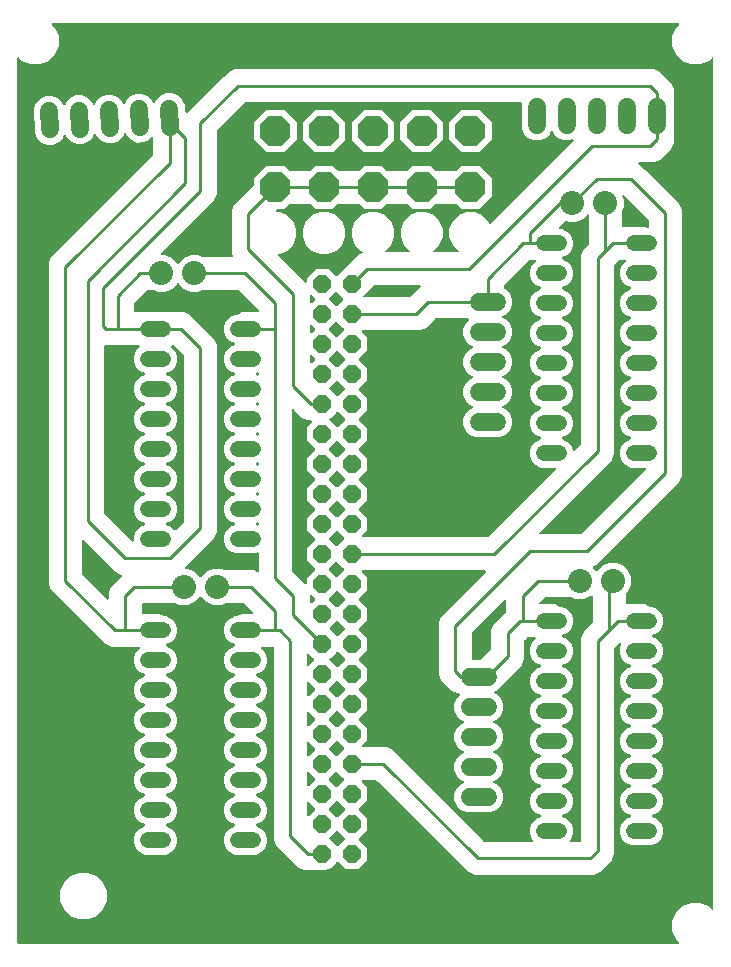
<source format=gbr>
G04 EAGLE Gerber RS-274X export*
G75*
%MOMM*%
%FSLAX34Y34*%
%LPD*%
%INBottom Copper*%
%IPPOS*%
%AMOC8*
5,1,8,0,0,1.08239X$1,22.5*%
G01*
%ADD10C,1.524000*%
%ADD11P,1.649562X8X292.500000*%
%ADD12C,1.320800*%
%ADD13C,2.032000*%
%ADD14P,2.749271X8X22.500000*%
%ADD15P,2.749271X8X112.500000*%
%ADD16C,0.254000*%

G36*
X607606Y35568D02*
X607606Y35568D01*
X607658Y35567D01*
X607737Y35588D01*
X607818Y35601D01*
X607864Y35623D01*
X607914Y35637D01*
X607983Y35681D01*
X608057Y35716D01*
X608095Y35751D01*
X608138Y35779D01*
X608192Y35842D01*
X608251Y35898D01*
X608277Y35942D01*
X608310Y35982D01*
X608343Y36057D01*
X608383Y36128D01*
X608395Y36179D01*
X608415Y36226D01*
X608423Y36308D01*
X608441Y36388D01*
X608437Y36439D01*
X608442Y36491D01*
X608426Y36571D01*
X608420Y36653D01*
X608400Y36701D01*
X608390Y36751D01*
X608363Y36795D01*
X608321Y36900D01*
X608208Y37039D01*
X608183Y37077D01*
X605611Y39649D01*
X602614Y46884D01*
X602614Y54716D01*
X605611Y61951D01*
X611149Y67489D01*
X618384Y70486D01*
X626216Y70486D01*
X633451Y67489D01*
X636023Y64917D01*
X636064Y64886D01*
X636100Y64849D01*
X636171Y64808D01*
X636237Y64759D01*
X636286Y64742D01*
X636330Y64717D01*
X636410Y64699D01*
X636488Y64672D01*
X636540Y64670D01*
X636590Y64659D01*
X636672Y64665D01*
X636754Y64663D01*
X636803Y64676D01*
X636855Y64680D01*
X636931Y64711D01*
X637010Y64733D01*
X637054Y64760D01*
X637102Y64779D01*
X637165Y64831D01*
X637234Y64875D01*
X637268Y64914D01*
X637308Y64947D01*
X637353Y65015D01*
X637406Y65078D01*
X637427Y65125D01*
X637455Y65168D01*
X637467Y65219D01*
X637511Y65322D01*
X637529Y65501D01*
X637539Y65545D01*
X637539Y785355D01*
X637532Y785406D01*
X637533Y785458D01*
X637512Y785537D01*
X637499Y785618D01*
X637477Y785664D01*
X637463Y785714D01*
X637419Y785783D01*
X637384Y785857D01*
X637349Y785895D01*
X637321Y785938D01*
X637258Y785992D01*
X637202Y786051D01*
X637158Y786077D01*
X637118Y786110D01*
X637043Y786143D01*
X636972Y786183D01*
X636921Y786195D01*
X636874Y786215D01*
X636792Y786223D01*
X636712Y786241D01*
X636661Y786237D01*
X636609Y786242D01*
X636529Y786226D01*
X636447Y786220D01*
X636399Y786200D01*
X636349Y786190D01*
X636305Y786163D01*
X636200Y786121D01*
X636061Y786008D01*
X636023Y785983D01*
X633451Y783411D01*
X626216Y780414D01*
X618384Y780414D01*
X611149Y783411D01*
X605611Y788949D01*
X602614Y796184D01*
X602614Y804016D01*
X605611Y811251D01*
X608183Y813823D01*
X608214Y813864D01*
X608251Y813900D01*
X608292Y813971D01*
X608341Y814037D01*
X608358Y814086D01*
X608383Y814130D01*
X608401Y814210D01*
X608428Y814288D01*
X608430Y814340D01*
X608441Y814390D01*
X608435Y814472D01*
X608437Y814554D01*
X608424Y814603D01*
X608420Y814655D01*
X608389Y814731D01*
X608367Y814810D01*
X608340Y814854D01*
X608321Y814902D01*
X608269Y814965D01*
X608225Y815034D01*
X608186Y815068D01*
X608153Y815108D01*
X608085Y815153D01*
X608022Y815206D01*
X607975Y815227D01*
X607932Y815255D01*
X607881Y815267D01*
X607778Y815311D01*
X607599Y815329D01*
X607555Y815339D01*
X78245Y815339D01*
X78194Y815332D01*
X78142Y815333D01*
X78063Y815312D01*
X77982Y815299D01*
X77936Y815277D01*
X77886Y815263D01*
X77817Y815219D01*
X77743Y815184D01*
X77705Y815149D01*
X77662Y815121D01*
X77608Y815058D01*
X77549Y815002D01*
X77523Y814958D01*
X77490Y814918D01*
X77457Y814843D01*
X77417Y814772D01*
X77405Y814721D01*
X77385Y814674D01*
X77377Y814592D01*
X77359Y814512D01*
X77363Y814461D01*
X77358Y814409D01*
X77374Y814329D01*
X77380Y814247D01*
X77400Y814199D01*
X77410Y814149D01*
X77437Y814105D01*
X77479Y814000D01*
X77592Y813861D01*
X77617Y813823D01*
X80189Y811251D01*
X83186Y804016D01*
X83186Y796184D01*
X80189Y788949D01*
X74651Y783411D01*
X67416Y780414D01*
X59584Y780414D01*
X52349Y783411D01*
X49777Y785983D01*
X49736Y786014D01*
X49700Y786051D01*
X49629Y786092D01*
X49563Y786141D01*
X49514Y786158D01*
X49470Y786183D01*
X49390Y786201D01*
X49312Y786228D01*
X49260Y786230D01*
X49210Y786241D01*
X49128Y786235D01*
X49046Y786237D01*
X48997Y786224D01*
X48945Y786220D01*
X48869Y786189D01*
X48790Y786167D01*
X48746Y786140D01*
X48698Y786121D01*
X48635Y786069D01*
X48566Y786025D01*
X48532Y785986D01*
X48492Y785953D01*
X48447Y785885D01*
X48394Y785822D01*
X48373Y785775D01*
X48345Y785732D01*
X48333Y785681D01*
X48289Y785578D01*
X48271Y785399D01*
X48261Y785355D01*
X48261Y36449D01*
X48276Y36347D01*
X48284Y36245D01*
X48296Y36217D01*
X48301Y36186D01*
X48345Y36094D01*
X48383Y35998D01*
X48403Y35975D01*
X48416Y35947D01*
X48486Y35872D01*
X48551Y35792D01*
X48577Y35775D01*
X48598Y35753D01*
X48687Y35702D01*
X48772Y35645D01*
X48796Y35639D01*
X48828Y35621D01*
X49088Y35563D01*
X49126Y35566D01*
X49149Y35561D01*
X607555Y35561D01*
X607606Y35568D01*
G37*
%LPC*%
G36*
X435371Y93979D02*
X435371Y93979D01*
X430236Y96106D01*
X352613Y173729D01*
X352596Y173742D01*
X352583Y173758D01*
X352490Y173820D01*
X352399Y173887D01*
X352380Y173894D01*
X352362Y173905D01*
X352317Y173915D01*
X352148Y173974D01*
X352036Y173978D01*
X351985Y173989D01*
X340506Y173989D01*
X340455Y173982D01*
X340403Y173983D01*
X340324Y173962D01*
X340243Y173949D01*
X340197Y173927D01*
X340147Y173913D01*
X340078Y173869D01*
X340004Y173834D01*
X339966Y173799D01*
X339922Y173771D01*
X339869Y173708D01*
X339809Y173652D01*
X339784Y173608D01*
X339750Y173568D01*
X339718Y173493D01*
X339678Y173422D01*
X339666Y173371D01*
X339646Y173324D01*
X339638Y173242D01*
X339620Y173162D01*
X339624Y173111D01*
X339619Y173059D01*
X339635Y172979D01*
X339641Y172897D01*
X339661Y172849D01*
X339671Y172799D01*
X339698Y172755D01*
X339740Y172650D01*
X339853Y172511D01*
X339878Y172473D01*
X344425Y167926D01*
X344425Y157194D01*
X337719Y150488D01*
X337658Y150405D01*
X337591Y150327D01*
X337579Y150299D01*
X337561Y150274D01*
X337527Y150177D01*
X337487Y150083D01*
X337484Y150052D01*
X337474Y150023D01*
X337470Y149921D01*
X337460Y149818D01*
X337466Y149788D01*
X337465Y149757D01*
X337492Y149658D01*
X337512Y149558D01*
X337525Y149538D01*
X337534Y149501D01*
X337677Y149277D01*
X337706Y149252D01*
X337719Y149232D01*
X344425Y142526D01*
X344425Y131794D01*
X337719Y125088D01*
X337658Y125005D01*
X337591Y124927D01*
X337579Y124899D01*
X337561Y124874D01*
X337527Y124777D01*
X337487Y124683D01*
X337484Y124652D01*
X337474Y124623D01*
X337470Y124521D01*
X337460Y124418D01*
X337466Y124388D01*
X337465Y124357D01*
X337492Y124258D01*
X337512Y124158D01*
X337525Y124138D01*
X337534Y124101D01*
X337677Y123877D01*
X337706Y123852D01*
X337719Y123832D01*
X344425Y117126D01*
X344425Y106394D01*
X336836Y98805D01*
X326104Y98805D01*
X319776Y105133D01*
X319768Y105139D01*
X319761Y105148D01*
X319661Y105218D01*
X319562Y105291D01*
X319552Y105294D01*
X319544Y105300D01*
X319427Y105338D01*
X319311Y105378D01*
X319301Y105379D01*
X319291Y105382D01*
X319168Y105383D01*
X319046Y105387D01*
X319035Y105385D01*
X319025Y105385D01*
X318907Y105350D01*
X318789Y105317D01*
X318780Y105312D01*
X318770Y105309D01*
X318669Y105241D01*
X318565Y105175D01*
X318558Y105167D01*
X318549Y105161D01*
X318531Y105136D01*
X318393Y104972D01*
X318355Y104884D01*
X318327Y104845D01*
X317914Y103846D01*
X313984Y99916D01*
X311694Y98968D01*
X311467Y98830D01*
X311439Y98799D01*
X311216Y98765D01*
X311169Y98743D01*
X311139Y98738D01*
X308849Y97789D01*
X291861Y97789D01*
X286726Y99916D01*
X267556Y119086D01*
X265429Y124221D01*
X265429Y285945D01*
X265426Y285966D01*
X265428Y285987D01*
X265406Y286097D01*
X265389Y286208D01*
X265380Y286227D01*
X265376Y286248D01*
X265352Y286286D01*
X265274Y286447D01*
X265197Y286530D01*
X265169Y286573D01*
X264983Y286759D01*
X264966Y286772D01*
X264953Y286788D01*
X264860Y286850D01*
X264769Y286917D01*
X264750Y286924D01*
X264732Y286935D01*
X264687Y286945D01*
X264518Y287004D01*
X264406Y287008D01*
X264355Y287019D01*
X255503Y287019D01*
X255452Y287012D01*
X255400Y287013D01*
X255321Y286992D01*
X255240Y286979D01*
X255194Y286957D01*
X255144Y286943D01*
X255075Y286899D01*
X255001Y286864D01*
X254963Y286829D01*
X254920Y286801D01*
X254867Y286738D01*
X254807Y286682D01*
X254781Y286638D01*
X254748Y286598D01*
X254715Y286523D01*
X254675Y286452D01*
X254663Y286401D01*
X254643Y286354D01*
X254635Y286272D01*
X254617Y286192D01*
X254621Y286141D01*
X254616Y286089D01*
X254632Y286009D01*
X254639Y285927D01*
X254658Y285879D01*
X254668Y285829D01*
X254696Y285785D01*
X254738Y285680D01*
X254851Y285541D01*
X254875Y285503D01*
X258025Y282353D01*
X259843Y277965D01*
X259843Y273215D01*
X258025Y268827D01*
X254667Y265469D01*
X250422Y263711D01*
X250378Y263684D01*
X250330Y263666D01*
X250265Y263616D01*
X250194Y263573D01*
X250160Y263535D01*
X250119Y263503D01*
X250072Y263436D01*
X250018Y263375D01*
X249996Y263328D01*
X249967Y263286D01*
X249942Y263207D01*
X249908Y263133D01*
X249901Y263082D01*
X249885Y263033D01*
X249884Y262950D01*
X249874Y262869D01*
X249883Y262818D01*
X249882Y262767D01*
X249906Y262688D01*
X249920Y262607D01*
X249943Y262561D01*
X249958Y262512D01*
X250004Y262444D01*
X250041Y262371D01*
X250077Y262334D01*
X250106Y262291D01*
X250148Y262261D01*
X250227Y262181D01*
X250385Y262095D01*
X250422Y262069D01*
X254667Y260311D01*
X258025Y256953D01*
X259843Y252565D01*
X259843Y247815D01*
X258025Y243427D01*
X254667Y240069D01*
X250422Y238311D01*
X250378Y238284D01*
X250330Y238266D01*
X250265Y238216D01*
X250194Y238173D01*
X250160Y238135D01*
X250119Y238103D01*
X250072Y238036D01*
X250018Y237975D01*
X249996Y237928D01*
X249967Y237886D01*
X249942Y237807D01*
X249908Y237733D01*
X249901Y237682D01*
X249885Y237633D01*
X249884Y237550D01*
X249874Y237469D01*
X249883Y237418D01*
X249882Y237367D01*
X249906Y237288D01*
X249920Y237207D01*
X249943Y237161D01*
X249958Y237112D01*
X250004Y237044D01*
X250041Y236971D01*
X250077Y236934D01*
X250106Y236891D01*
X250148Y236861D01*
X250227Y236781D01*
X250385Y236695D01*
X250422Y236669D01*
X254667Y234911D01*
X258025Y231553D01*
X259843Y227165D01*
X259843Y222415D01*
X258025Y218027D01*
X254667Y214669D01*
X250422Y212911D01*
X250378Y212884D01*
X250330Y212866D01*
X250265Y212816D01*
X250194Y212773D01*
X250160Y212735D01*
X250119Y212703D01*
X250072Y212636D01*
X250018Y212575D01*
X249996Y212528D01*
X249967Y212486D01*
X249942Y212407D01*
X249908Y212333D01*
X249901Y212282D01*
X249885Y212233D01*
X249884Y212150D01*
X249874Y212069D01*
X249883Y212018D01*
X249882Y211967D01*
X249906Y211888D01*
X249920Y211807D01*
X249943Y211761D01*
X249958Y211712D01*
X250004Y211644D01*
X250041Y211571D01*
X250077Y211534D01*
X250106Y211491D01*
X250148Y211461D01*
X250227Y211381D01*
X250385Y211295D01*
X250422Y211269D01*
X254667Y209511D01*
X258025Y206153D01*
X259843Y201765D01*
X259843Y197015D01*
X258025Y192627D01*
X254667Y189269D01*
X250422Y187511D01*
X250378Y187484D01*
X250330Y187466D01*
X250265Y187416D01*
X250194Y187373D01*
X250160Y187335D01*
X250119Y187303D01*
X250072Y187236D01*
X250018Y187175D01*
X249996Y187128D01*
X249967Y187086D01*
X249942Y187007D01*
X249908Y186933D01*
X249901Y186882D01*
X249885Y186833D01*
X249884Y186750D01*
X249874Y186669D01*
X249883Y186618D01*
X249882Y186567D01*
X249906Y186488D01*
X249920Y186407D01*
X249943Y186361D01*
X249958Y186312D01*
X250004Y186244D01*
X250041Y186171D01*
X250077Y186134D01*
X250106Y186091D01*
X250148Y186061D01*
X250227Y185981D01*
X250385Y185895D01*
X250422Y185869D01*
X254667Y184111D01*
X258025Y180753D01*
X259843Y176365D01*
X259843Y171615D01*
X258025Y167227D01*
X254667Y163869D01*
X250422Y162111D01*
X250378Y162084D01*
X250330Y162066D01*
X250265Y162016D01*
X250194Y161973D01*
X250160Y161935D01*
X250119Y161903D01*
X250072Y161836D01*
X250018Y161775D01*
X249996Y161728D01*
X249967Y161686D01*
X249942Y161607D01*
X249908Y161533D01*
X249901Y161482D01*
X249885Y161433D01*
X249884Y161350D01*
X249874Y161269D01*
X249883Y161218D01*
X249882Y161167D01*
X249906Y161088D01*
X249920Y161007D01*
X249943Y160961D01*
X249958Y160912D01*
X250004Y160844D01*
X250041Y160771D01*
X250077Y160734D01*
X250106Y160691D01*
X250148Y160661D01*
X250227Y160581D01*
X250385Y160495D01*
X250422Y160469D01*
X254667Y158711D01*
X258025Y155353D01*
X259843Y150965D01*
X259843Y146215D01*
X258025Y141827D01*
X254667Y138469D01*
X250422Y136711D01*
X250378Y136684D01*
X250330Y136666D01*
X250265Y136616D01*
X250194Y136573D01*
X250160Y136535D01*
X250119Y136503D01*
X250072Y136436D01*
X250018Y136375D01*
X249996Y136328D01*
X249967Y136286D01*
X249942Y136207D01*
X249908Y136133D01*
X249901Y136082D01*
X249885Y136033D01*
X249884Y135950D01*
X249874Y135869D01*
X249883Y135818D01*
X249882Y135767D01*
X249906Y135688D01*
X249920Y135607D01*
X249943Y135561D01*
X249958Y135512D01*
X250004Y135444D01*
X250041Y135371D01*
X250077Y135334D01*
X250106Y135291D01*
X250148Y135261D01*
X250227Y135181D01*
X250385Y135095D01*
X250422Y135069D01*
X254667Y133311D01*
X258025Y129953D01*
X259843Y125565D01*
X259843Y120815D01*
X258025Y116427D01*
X254667Y113069D01*
X250279Y111251D01*
X232321Y111251D01*
X227933Y113069D01*
X224575Y116427D01*
X222757Y120815D01*
X222757Y125565D01*
X224575Y129953D01*
X227933Y133311D01*
X232178Y135069D01*
X232222Y135096D01*
X232270Y135114D01*
X232335Y135164D01*
X232406Y135207D01*
X232440Y135245D01*
X232481Y135277D01*
X232528Y135344D01*
X232582Y135405D01*
X232604Y135452D01*
X232633Y135494D01*
X232658Y135573D01*
X232692Y135647D01*
X232699Y135698D01*
X232715Y135747D01*
X232716Y135830D01*
X232726Y135911D01*
X232717Y135962D01*
X232718Y136013D01*
X232694Y136092D01*
X232680Y136173D01*
X232657Y136219D01*
X232642Y136268D01*
X232596Y136336D01*
X232559Y136409D01*
X232523Y136446D01*
X232494Y136489D01*
X232452Y136519D01*
X232373Y136599D01*
X232215Y136685D01*
X232178Y136711D01*
X227933Y138469D01*
X224575Y141827D01*
X222757Y146215D01*
X222757Y150965D01*
X224575Y155353D01*
X227933Y158711D01*
X232178Y160469D01*
X232222Y160496D01*
X232270Y160514D01*
X232335Y160564D01*
X232406Y160607D01*
X232440Y160645D01*
X232481Y160677D01*
X232528Y160744D01*
X232582Y160805D01*
X232604Y160852D01*
X232633Y160894D01*
X232658Y160973D01*
X232692Y161047D01*
X232699Y161098D01*
X232715Y161147D01*
X232716Y161230D01*
X232726Y161311D01*
X232717Y161362D01*
X232718Y161413D01*
X232694Y161492D01*
X232680Y161573D01*
X232657Y161619D01*
X232642Y161668D01*
X232596Y161736D01*
X232559Y161809D01*
X232523Y161846D01*
X232494Y161889D01*
X232452Y161919D01*
X232373Y161999D01*
X232215Y162085D01*
X232178Y162111D01*
X227933Y163869D01*
X224575Y167227D01*
X222757Y171615D01*
X222757Y176365D01*
X224575Y180753D01*
X227933Y184111D01*
X232178Y185869D01*
X232222Y185896D01*
X232270Y185914D01*
X232335Y185964D01*
X232406Y186007D01*
X232440Y186045D01*
X232481Y186077D01*
X232528Y186144D01*
X232582Y186205D01*
X232604Y186252D01*
X232633Y186294D01*
X232658Y186373D01*
X232692Y186447D01*
X232699Y186498D01*
X232715Y186547D01*
X232716Y186630D01*
X232726Y186711D01*
X232717Y186762D01*
X232718Y186813D01*
X232694Y186892D01*
X232680Y186973D01*
X232657Y187019D01*
X232642Y187068D01*
X232596Y187136D01*
X232559Y187209D01*
X232523Y187246D01*
X232494Y187289D01*
X232452Y187319D01*
X232373Y187399D01*
X232215Y187485D01*
X232178Y187511D01*
X227933Y189269D01*
X224575Y192627D01*
X222757Y197015D01*
X222757Y201765D01*
X224575Y206153D01*
X227933Y209511D01*
X232178Y211269D01*
X232222Y211296D01*
X232270Y211314D01*
X232335Y211364D01*
X232406Y211407D01*
X232440Y211445D01*
X232481Y211477D01*
X232528Y211544D01*
X232582Y211605D01*
X232604Y211652D01*
X232633Y211694D01*
X232658Y211773D01*
X232692Y211847D01*
X232699Y211898D01*
X232715Y211947D01*
X232716Y212030D01*
X232726Y212111D01*
X232717Y212162D01*
X232718Y212213D01*
X232694Y212292D01*
X232680Y212373D01*
X232657Y212419D01*
X232642Y212468D01*
X232596Y212536D01*
X232559Y212609D01*
X232523Y212646D01*
X232494Y212689D01*
X232452Y212719D01*
X232373Y212799D01*
X232215Y212885D01*
X232178Y212911D01*
X227933Y214669D01*
X224575Y218027D01*
X222757Y222415D01*
X222757Y227165D01*
X224575Y231553D01*
X227933Y234911D01*
X232178Y236669D01*
X232222Y236696D01*
X232270Y236714D01*
X232335Y236764D01*
X232406Y236807D01*
X232440Y236845D01*
X232481Y236877D01*
X232528Y236944D01*
X232582Y237005D01*
X232604Y237052D01*
X232633Y237094D01*
X232658Y237173D01*
X232692Y237247D01*
X232699Y237298D01*
X232715Y237347D01*
X232716Y237430D01*
X232726Y237511D01*
X232717Y237562D01*
X232718Y237613D01*
X232694Y237692D01*
X232680Y237773D01*
X232657Y237819D01*
X232642Y237868D01*
X232596Y237936D01*
X232559Y238009D01*
X232523Y238046D01*
X232494Y238089D01*
X232452Y238119D01*
X232373Y238199D01*
X232215Y238285D01*
X232178Y238311D01*
X227933Y240069D01*
X224575Y243427D01*
X222757Y247815D01*
X222757Y252565D01*
X224575Y256953D01*
X227933Y260311D01*
X232178Y262069D01*
X232222Y262096D01*
X232270Y262114D01*
X232335Y262164D01*
X232406Y262207D01*
X232440Y262245D01*
X232481Y262277D01*
X232528Y262344D01*
X232582Y262405D01*
X232604Y262452D01*
X232633Y262494D01*
X232658Y262573D01*
X232692Y262647D01*
X232699Y262698D01*
X232715Y262747D01*
X232716Y262830D01*
X232726Y262911D01*
X232717Y262962D01*
X232718Y263013D01*
X232694Y263092D01*
X232680Y263173D01*
X232657Y263219D01*
X232642Y263268D01*
X232596Y263336D01*
X232559Y263409D01*
X232523Y263446D01*
X232494Y263489D01*
X232452Y263519D01*
X232373Y263599D01*
X232215Y263685D01*
X232178Y263711D01*
X227933Y265469D01*
X224575Y268827D01*
X222757Y273215D01*
X222757Y277965D01*
X224575Y282353D01*
X227933Y285711D01*
X232178Y287469D01*
X232222Y287496D01*
X232270Y287514D01*
X232335Y287564D01*
X232406Y287607D01*
X232440Y287645D01*
X232481Y287677D01*
X232528Y287744D01*
X232582Y287805D01*
X232604Y287852D01*
X232633Y287894D01*
X232658Y287973D01*
X232692Y288047D01*
X232699Y288098D01*
X232715Y288147D01*
X232716Y288230D01*
X232726Y288311D01*
X232717Y288362D01*
X232718Y288413D01*
X232694Y288492D01*
X232680Y288573D01*
X232657Y288619D01*
X232642Y288668D01*
X232596Y288736D01*
X232559Y288809D01*
X232523Y288846D01*
X232494Y288889D01*
X232452Y288919D01*
X232373Y288999D01*
X232215Y289085D01*
X232178Y289111D01*
X227933Y290869D01*
X224575Y294227D01*
X222757Y298615D01*
X222757Y303365D01*
X224575Y307753D01*
X227933Y311111D01*
X232321Y312929D01*
X233439Y312929D01*
X233702Y312969D01*
X233748Y312991D01*
X233779Y312996D01*
X238521Y314961D01*
X247337Y314961D01*
X247388Y314968D01*
X247440Y314967D01*
X247519Y314988D01*
X247600Y315001D01*
X247646Y315023D01*
X247696Y315037D01*
X247766Y315081D01*
X247839Y315116D01*
X247877Y315151D01*
X247921Y315179D01*
X247974Y315242D01*
X248034Y315298D01*
X248059Y315342D01*
X248093Y315382D01*
X248125Y315457D01*
X248166Y315528D01*
X248177Y315579D01*
X248197Y315626D01*
X248206Y315708D01*
X248223Y315788D01*
X248219Y315839D01*
X248225Y315891D01*
X248208Y315971D01*
X248202Y316053D01*
X248183Y316101D01*
X248172Y316151D01*
X248145Y316195D01*
X248103Y316300D01*
X247990Y316439D01*
X247965Y316477D01*
X240853Y323589D01*
X240836Y323602D01*
X240823Y323618D01*
X240730Y323680D01*
X240639Y323747D01*
X240620Y323754D01*
X240602Y323765D01*
X240557Y323775D01*
X240388Y323834D01*
X240276Y323838D01*
X240225Y323849D01*
X224108Y323849D01*
X223845Y323809D01*
X223799Y323787D01*
X223768Y323782D01*
X220252Y322325D01*
X214088Y322325D01*
X208393Y324684D01*
X204034Y329043D01*
X204021Y329076D01*
X203994Y329120D01*
X203976Y329168D01*
X203926Y329233D01*
X203883Y329303D01*
X203845Y329338D01*
X203813Y329378D01*
X203746Y329426D01*
X203685Y329480D01*
X203638Y329501D01*
X203595Y329531D01*
X203517Y329556D01*
X203443Y329590D01*
X203392Y329597D01*
X203342Y329613D01*
X203260Y329613D01*
X203179Y329624D01*
X203128Y329615D01*
X203077Y329615D01*
X202998Y329592D01*
X202917Y329578D01*
X202871Y329554D01*
X202822Y329540D01*
X202754Y329494D01*
X202681Y329456D01*
X202644Y329420D01*
X202601Y329392D01*
X202571Y329349D01*
X202491Y329271D01*
X202405Y329113D01*
X202379Y329076D01*
X202366Y329043D01*
X198007Y324684D01*
X192312Y322325D01*
X186148Y322325D01*
X182632Y323782D01*
X182374Y323845D01*
X182322Y323843D01*
X182292Y323849D01*
X154559Y323849D01*
X154457Y323834D01*
X154355Y323826D01*
X154327Y323814D01*
X154296Y323809D01*
X154204Y323765D01*
X154108Y323727D01*
X154085Y323707D01*
X154057Y323694D01*
X153982Y323624D01*
X153902Y323559D01*
X153885Y323533D01*
X153863Y323512D01*
X153812Y323423D01*
X153755Y323338D01*
X153749Y323314D01*
X153731Y323282D01*
X153673Y323022D01*
X153676Y322984D01*
X153671Y322961D01*
X153671Y315849D01*
X153686Y315747D01*
X153694Y315645D01*
X153706Y315617D01*
X153711Y315586D01*
X153755Y315494D01*
X153793Y315398D01*
X153813Y315375D01*
X153826Y315347D01*
X153896Y315272D01*
X153961Y315192D01*
X153987Y315175D01*
X154008Y315153D01*
X154097Y315102D01*
X154182Y315045D01*
X154206Y315039D01*
X154238Y315021D01*
X154498Y314963D01*
X154536Y314966D01*
X154559Y314961D01*
X167879Y314961D01*
X172621Y312996D01*
X172879Y312933D01*
X172931Y312935D01*
X172961Y312929D01*
X174079Y312929D01*
X178467Y311111D01*
X181825Y307753D01*
X183643Y303365D01*
X183643Y298615D01*
X181825Y294227D01*
X178467Y290869D01*
X174222Y289111D01*
X174178Y289084D01*
X174130Y289066D01*
X174065Y289016D01*
X173994Y288973D01*
X173960Y288935D01*
X173919Y288903D01*
X173872Y288836D01*
X173818Y288775D01*
X173796Y288728D01*
X173767Y288686D01*
X173742Y288607D01*
X173708Y288533D01*
X173701Y288482D01*
X173685Y288433D01*
X173684Y288350D01*
X173674Y288269D01*
X173683Y288218D01*
X173682Y288167D01*
X173706Y288088D01*
X173720Y288007D01*
X173743Y287961D01*
X173758Y287912D01*
X173804Y287844D01*
X173841Y287771D01*
X173877Y287734D01*
X173906Y287691D01*
X173948Y287661D01*
X174027Y287581D01*
X174185Y287495D01*
X174222Y287469D01*
X178467Y285711D01*
X181825Y282353D01*
X183643Y277965D01*
X183643Y273215D01*
X181825Y268827D01*
X178467Y265469D01*
X174222Y263711D01*
X174178Y263684D01*
X174130Y263666D01*
X174065Y263616D01*
X173994Y263573D01*
X173960Y263535D01*
X173919Y263503D01*
X173872Y263436D01*
X173818Y263375D01*
X173796Y263328D01*
X173767Y263286D01*
X173742Y263207D01*
X173708Y263133D01*
X173701Y263082D01*
X173685Y263033D01*
X173684Y262950D01*
X173674Y262869D01*
X173683Y262818D01*
X173682Y262767D01*
X173706Y262688D01*
X173720Y262607D01*
X173743Y262561D01*
X173758Y262512D01*
X173804Y262444D01*
X173841Y262371D01*
X173877Y262334D01*
X173906Y262291D01*
X173948Y262261D01*
X174027Y262181D01*
X174185Y262095D01*
X174222Y262069D01*
X178467Y260311D01*
X181825Y256953D01*
X183643Y252565D01*
X183643Y247815D01*
X181825Y243427D01*
X178467Y240069D01*
X174222Y238311D01*
X174178Y238284D01*
X174130Y238266D01*
X174065Y238216D01*
X173994Y238173D01*
X173960Y238135D01*
X173919Y238103D01*
X173872Y238036D01*
X173818Y237975D01*
X173796Y237928D01*
X173767Y237886D01*
X173742Y237807D01*
X173708Y237733D01*
X173701Y237682D01*
X173685Y237633D01*
X173684Y237550D01*
X173674Y237469D01*
X173683Y237418D01*
X173682Y237367D01*
X173706Y237288D01*
X173720Y237207D01*
X173743Y237161D01*
X173758Y237112D01*
X173804Y237044D01*
X173841Y236971D01*
X173877Y236934D01*
X173906Y236891D01*
X173948Y236861D01*
X174027Y236781D01*
X174185Y236695D01*
X174222Y236669D01*
X178467Y234911D01*
X181825Y231553D01*
X183643Y227165D01*
X183643Y222415D01*
X181825Y218027D01*
X178467Y214669D01*
X174222Y212911D01*
X174178Y212884D01*
X174130Y212866D01*
X174065Y212816D01*
X173994Y212773D01*
X173960Y212735D01*
X173919Y212703D01*
X173872Y212636D01*
X173818Y212575D01*
X173796Y212528D01*
X173767Y212486D01*
X173742Y212407D01*
X173708Y212333D01*
X173701Y212282D01*
X173685Y212233D01*
X173684Y212150D01*
X173674Y212069D01*
X173683Y212018D01*
X173682Y211967D01*
X173706Y211888D01*
X173720Y211807D01*
X173743Y211761D01*
X173758Y211712D01*
X173804Y211644D01*
X173841Y211571D01*
X173877Y211534D01*
X173906Y211491D01*
X173948Y211461D01*
X174027Y211381D01*
X174185Y211295D01*
X174222Y211269D01*
X178467Y209511D01*
X181825Y206153D01*
X183643Y201765D01*
X183643Y197015D01*
X181825Y192627D01*
X178467Y189269D01*
X174222Y187511D01*
X174178Y187484D01*
X174130Y187466D01*
X174065Y187416D01*
X173994Y187373D01*
X173960Y187335D01*
X173919Y187303D01*
X173872Y187236D01*
X173818Y187175D01*
X173796Y187128D01*
X173767Y187086D01*
X173742Y187007D01*
X173708Y186933D01*
X173701Y186882D01*
X173685Y186833D01*
X173684Y186750D01*
X173674Y186669D01*
X173683Y186618D01*
X173682Y186567D01*
X173706Y186488D01*
X173720Y186407D01*
X173743Y186361D01*
X173758Y186312D01*
X173804Y186244D01*
X173841Y186171D01*
X173877Y186134D01*
X173906Y186091D01*
X173948Y186061D01*
X174027Y185981D01*
X174185Y185895D01*
X174222Y185869D01*
X178467Y184111D01*
X181825Y180753D01*
X183643Y176365D01*
X183643Y171615D01*
X181825Y167227D01*
X178467Y163869D01*
X174222Y162111D01*
X174178Y162084D01*
X174130Y162066D01*
X174065Y162016D01*
X173994Y161973D01*
X173960Y161935D01*
X173919Y161903D01*
X173872Y161836D01*
X173818Y161775D01*
X173796Y161728D01*
X173767Y161686D01*
X173742Y161607D01*
X173708Y161533D01*
X173701Y161482D01*
X173685Y161433D01*
X173684Y161350D01*
X173674Y161269D01*
X173683Y161218D01*
X173682Y161167D01*
X173706Y161088D01*
X173720Y161007D01*
X173743Y160961D01*
X173758Y160912D01*
X173804Y160844D01*
X173841Y160771D01*
X173877Y160734D01*
X173906Y160691D01*
X173948Y160661D01*
X174027Y160581D01*
X174185Y160495D01*
X174222Y160469D01*
X178467Y158711D01*
X181825Y155353D01*
X183643Y150965D01*
X183643Y146215D01*
X181825Y141827D01*
X178467Y138469D01*
X174222Y136711D01*
X174178Y136684D01*
X174130Y136666D01*
X174065Y136616D01*
X173994Y136573D01*
X173960Y136535D01*
X173919Y136503D01*
X173872Y136436D01*
X173818Y136375D01*
X173796Y136328D01*
X173767Y136286D01*
X173742Y136207D01*
X173708Y136133D01*
X173701Y136082D01*
X173685Y136033D01*
X173684Y135950D01*
X173674Y135869D01*
X173683Y135818D01*
X173682Y135767D01*
X173706Y135688D01*
X173720Y135607D01*
X173743Y135561D01*
X173758Y135512D01*
X173804Y135444D01*
X173841Y135371D01*
X173877Y135334D01*
X173906Y135291D01*
X173948Y135261D01*
X174027Y135181D01*
X174185Y135095D01*
X174222Y135069D01*
X178467Y133311D01*
X181825Y129953D01*
X183643Y125565D01*
X183643Y120815D01*
X181825Y116427D01*
X178467Y113069D01*
X174079Y111251D01*
X156121Y111251D01*
X151733Y113069D01*
X148375Y116427D01*
X146557Y120815D01*
X146557Y125565D01*
X148375Y129953D01*
X151733Y133311D01*
X155978Y135069D01*
X156022Y135096D01*
X156070Y135114D01*
X156135Y135164D01*
X156206Y135207D01*
X156240Y135245D01*
X156281Y135277D01*
X156328Y135344D01*
X156382Y135405D01*
X156404Y135452D01*
X156433Y135494D01*
X156458Y135573D01*
X156492Y135647D01*
X156499Y135698D01*
X156515Y135747D01*
X156516Y135830D01*
X156526Y135911D01*
X156517Y135962D01*
X156518Y136013D01*
X156494Y136092D01*
X156480Y136173D01*
X156457Y136219D01*
X156442Y136268D01*
X156396Y136336D01*
X156359Y136409D01*
X156323Y136446D01*
X156294Y136489D01*
X156252Y136519D01*
X156173Y136599D01*
X156015Y136685D01*
X155978Y136711D01*
X151733Y138469D01*
X148375Y141827D01*
X146557Y146215D01*
X146557Y150965D01*
X148375Y155353D01*
X151733Y158711D01*
X155978Y160469D01*
X156022Y160496D01*
X156070Y160514D01*
X156135Y160564D01*
X156206Y160607D01*
X156240Y160645D01*
X156281Y160677D01*
X156328Y160744D01*
X156382Y160805D01*
X156404Y160852D01*
X156433Y160894D01*
X156458Y160973D01*
X156492Y161047D01*
X156499Y161098D01*
X156515Y161147D01*
X156516Y161230D01*
X156526Y161311D01*
X156517Y161362D01*
X156518Y161413D01*
X156494Y161492D01*
X156480Y161573D01*
X156457Y161619D01*
X156442Y161668D01*
X156396Y161736D01*
X156359Y161809D01*
X156323Y161846D01*
X156294Y161889D01*
X156252Y161919D01*
X156173Y161999D01*
X156015Y162085D01*
X155978Y162111D01*
X151733Y163869D01*
X148375Y167227D01*
X146557Y171615D01*
X146557Y176365D01*
X148375Y180753D01*
X151733Y184111D01*
X155978Y185869D01*
X156022Y185896D01*
X156070Y185914D01*
X156135Y185964D01*
X156206Y186007D01*
X156240Y186045D01*
X156281Y186077D01*
X156328Y186144D01*
X156382Y186205D01*
X156404Y186252D01*
X156433Y186294D01*
X156458Y186373D01*
X156492Y186447D01*
X156499Y186498D01*
X156515Y186547D01*
X156516Y186630D01*
X156526Y186711D01*
X156517Y186762D01*
X156518Y186813D01*
X156494Y186892D01*
X156480Y186973D01*
X156457Y187019D01*
X156442Y187068D01*
X156396Y187136D01*
X156359Y187209D01*
X156323Y187246D01*
X156294Y187289D01*
X156252Y187319D01*
X156173Y187399D01*
X156015Y187485D01*
X155978Y187511D01*
X151733Y189269D01*
X148375Y192627D01*
X146557Y197015D01*
X146557Y201765D01*
X148375Y206153D01*
X151733Y209511D01*
X155978Y211269D01*
X156022Y211296D01*
X156070Y211314D01*
X156135Y211364D01*
X156206Y211407D01*
X156240Y211445D01*
X156281Y211477D01*
X156328Y211544D01*
X156382Y211605D01*
X156404Y211652D01*
X156433Y211694D01*
X156458Y211773D01*
X156492Y211847D01*
X156499Y211898D01*
X156515Y211947D01*
X156516Y212030D01*
X156526Y212111D01*
X156517Y212162D01*
X156518Y212213D01*
X156494Y212292D01*
X156480Y212373D01*
X156457Y212419D01*
X156442Y212468D01*
X156396Y212536D01*
X156359Y212609D01*
X156323Y212646D01*
X156294Y212689D01*
X156252Y212719D01*
X156173Y212799D01*
X156015Y212885D01*
X155978Y212911D01*
X151733Y214669D01*
X148375Y218027D01*
X146557Y222415D01*
X146557Y227165D01*
X148375Y231553D01*
X151733Y234911D01*
X155978Y236669D01*
X156022Y236696D01*
X156070Y236714D01*
X156135Y236764D01*
X156206Y236807D01*
X156240Y236845D01*
X156281Y236877D01*
X156328Y236944D01*
X156382Y237005D01*
X156404Y237052D01*
X156433Y237094D01*
X156458Y237173D01*
X156492Y237247D01*
X156499Y237298D01*
X156515Y237347D01*
X156516Y237430D01*
X156526Y237511D01*
X156517Y237562D01*
X156518Y237613D01*
X156494Y237692D01*
X156480Y237773D01*
X156457Y237819D01*
X156442Y237868D01*
X156396Y237936D01*
X156359Y238009D01*
X156323Y238046D01*
X156294Y238089D01*
X156252Y238119D01*
X156173Y238199D01*
X156015Y238285D01*
X155978Y238311D01*
X151733Y240069D01*
X148375Y243427D01*
X146557Y247815D01*
X146557Y252565D01*
X148375Y256953D01*
X151733Y260311D01*
X155978Y262069D01*
X156022Y262096D01*
X156070Y262114D01*
X156135Y262164D01*
X156206Y262207D01*
X156240Y262245D01*
X156281Y262277D01*
X156328Y262344D01*
X156382Y262405D01*
X156404Y262452D01*
X156433Y262494D01*
X156458Y262573D01*
X156492Y262647D01*
X156499Y262698D01*
X156515Y262747D01*
X156516Y262830D01*
X156526Y262911D01*
X156517Y262962D01*
X156518Y263013D01*
X156494Y263092D01*
X156480Y263173D01*
X156457Y263219D01*
X156442Y263268D01*
X156396Y263336D01*
X156359Y263409D01*
X156323Y263446D01*
X156294Y263489D01*
X156252Y263519D01*
X156173Y263599D01*
X156015Y263685D01*
X155978Y263711D01*
X151733Y265469D01*
X148375Y268827D01*
X146557Y273215D01*
X146557Y277965D01*
X148375Y282353D01*
X151525Y285503D01*
X151556Y285544D01*
X151593Y285580D01*
X151634Y285651D01*
X151683Y285717D01*
X151700Y285766D01*
X151725Y285810D01*
X151743Y285890D01*
X151770Y285968D01*
X151772Y286020D01*
X151783Y286070D01*
X151776Y286152D01*
X151779Y286234D01*
X151766Y286283D01*
X151761Y286335D01*
X151731Y286411D01*
X151709Y286490D01*
X151682Y286534D01*
X151662Y286582D01*
X151611Y286645D01*
X151567Y286714D01*
X151527Y286748D01*
X151495Y286788D01*
X151427Y286833D01*
X151364Y286886D01*
X151317Y286907D01*
X151274Y286935D01*
X151223Y286947D01*
X151120Y286991D01*
X150941Y287009D01*
X150897Y287019D01*
X128031Y287019D01*
X122896Y289146D01*
X77056Y334986D01*
X74929Y340121D01*
X74929Y611730D01*
X77056Y616865D01*
X162919Y702728D01*
X162931Y702745D01*
X162948Y702758D01*
X163010Y702852D01*
X163077Y702942D01*
X163084Y702962D01*
X163095Y702979D01*
X163105Y703024D01*
X163164Y703193D01*
X163168Y703306D01*
X163179Y703356D01*
X163179Y717855D01*
X163170Y717917D01*
X163170Y717979D01*
X163150Y718048D01*
X163139Y718118D01*
X163112Y718174D01*
X163094Y718234D01*
X163055Y718293D01*
X163024Y718357D01*
X162981Y718403D01*
X162946Y718455D01*
X162891Y718500D01*
X162842Y718552D01*
X162788Y718583D01*
X162739Y718622D01*
X162673Y718648D01*
X162611Y718684D01*
X162551Y718697D01*
X162492Y718720D01*
X162421Y718726D01*
X162352Y718741D01*
X162290Y718736D01*
X162227Y718741D01*
X162158Y718726D01*
X162087Y718720D01*
X162029Y718696D01*
X161968Y718683D01*
X161928Y718656D01*
X161840Y718621D01*
X161673Y718485D01*
X161648Y718468D01*
X159548Y716263D01*
X154836Y714175D01*
X149684Y714049D01*
X144876Y715904D01*
X141144Y719458D01*
X140194Y721601D01*
X140166Y721645D01*
X140147Y721693D01*
X140095Y721756D01*
X140051Y721825D01*
X140012Y721859D01*
X139979Y721899D01*
X139911Y721944D01*
X139849Y721997D01*
X139801Y722017D01*
X139758Y722046D01*
X139679Y722069D01*
X139604Y722101D01*
X139553Y722107D01*
X139503Y722121D01*
X139421Y722120D01*
X139340Y722128D01*
X139289Y722118D01*
X139237Y722118D01*
X139159Y722092D01*
X139079Y722076D01*
X139034Y722052D01*
X138984Y722036D01*
X138918Y721988D01*
X138845Y721949D01*
X138809Y721912D01*
X138767Y721882D01*
X138739Y721840D01*
X138660Y721759D01*
X138579Y721599D01*
X138553Y721561D01*
X138230Y720722D01*
X137887Y719834D01*
X137710Y719375D01*
X134156Y715642D01*
X129444Y713554D01*
X124291Y713428D01*
X119483Y715284D01*
X115751Y718838D01*
X114802Y720981D01*
X114774Y721024D01*
X114755Y721072D01*
X114703Y721136D01*
X114659Y721205D01*
X114619Y721238D01*
X114587Y721278D01*
X114519Y721324D01*
X114456Y721377D01*
X114409Y721397D01*
X114366Y721425D01*
X114287Y721449D01*
X114212Y721481D01*
X114160Y721486D01*
X114111Y721501D01*
X114029Y721500D01*
X113947Y721508D01*
X113897Y721498D01*
X113845Y721497D01*
X113767Y721472D01*
X113687Y721456D01*
X113641Y721431D01*
X113592Y721415D01*
X113525Y721368D01*
X113453Y721329D01*
X113417Y721291D01*
X113375Y721262D01*
X113346Y721219D01*
X113268Y721138D01*
X113186Y720978D01*
X113161Y720941D01*
X112391Y718946D01*
X112391Y718945D01*
X112317Y718754D01*
X108763Y715022D01*
X104051Y712934D01*
X98899Y712808D01*
X94091Y714663D01*
X90359Y718217D01*
X89409Y720360D01*
X89382Y720403D01*
X89362Y720451D01*
X89310Y720515D01*
X89266Y720584D01*
X89227Y720618D01*
X89194Y720658D01*
X89126Y720703D01*
X89064Y720756D01*
X89016Y720776D01*
X88973Y720805D01*
X88895Y720828D01*
X88819Y720860D01*
X88768Y720865D01*
X88718Y720880D01*
X88636Y720879D01*
X88555Y720887D01*
X88504Y720877D01*
X88452Y720876D01*
X88374Y720851D01*
X88294Y720835D01*
X88249Y720810D01*
X88200Y720794D01*
X88133Y720747D01*
X88061Y720708D01*
X88024Y720671D01*
X87982Y720641D01*
X87954Y720598D01*
X87875Y720517D01*
X87794Y720358D01*
X87769Y720320D01*
X86925Y718133D01*
X83371Y714401D01*
X78659Y712313D01*
X73507Y712187D01*
X68699Y714043D01*
X64966Y717597D01*
X62878Y722309D01*
X62380Y742696D01*
X64235Y747504D01*
X67790Y751236D01*
X72501Y753324D01*
X77654Y753450D01*
X82462Y751595D01*
X86194Y748041D01*
X87143Y745898D01*
X87171Y745855D01*
X87190Y745807D01*
X87242Y745743D01*
X87286Y745674D01*
X87326Y745641D01*
X87358Y745601D01*
X87426Y745555D01*
X87489Y745502D01*
X87537Y745482D01*
X87580Y745453D01*
X87658Y745430D01*
X87734Y745398D01*
X87785Y745393D01*
X87834Y745378D01*
X87917Y745379D01*
X87998Y745371D01*
X88049Y745381D01*
X88100Y745382D01*
X88178Y745407D01*
X88259Y745423D01*
X88304Y745448D01*
X88353Y745464D01*
X88420Y745511D01*
X88492Y745550D01*
X88528Y745587D01*
X88570Y745617D01*
X88599Y745660D01*
X88678Y745741D01*
X88759Y745901D01*
X88784Y745938D01*
X89089Y746728D01*
X89089Y746729D01*
X89628Y748125D01*
X93182Y751857D01*
X97894Y753945D01*
X103046Y754071D01*
X107854Y752216D01*
X111586Y748662D01*
X112536Y746519D01*
X112564Y746475D01*
X112583Y746427D01*
X112635Y746364D01*
X112679Y746295D01*
X112718Y746261D01*
X112751Y746221D01*
X112819Y746176D01*
X112881Y746123D01*
X112929Y746103D01*
X112972Y746074D01*
X113051Y746051D01*
X113126Y746019D01*
X113177Y746013D01*
X113227Y745999D01*
X113309Y746000D01*
X113390Y745991D01*
X113441Y746002D01*
X113493Y746002D01*
X113571Y746028D01*
X113651Y746044D01*
X113696Y746068D01*
X113745Y746084D01*
X113812Y746132D01*
X113885Y746171D01*
X113921Y746208D01*
X113963Y746238D01*
X113991Y746280D01*
X114070Y746361D01*
X114151Y746521D01*
X114177Y746559D01*
X115020Y748745D01*
X118574Y752478D01*
X123286Y754566D01*
X128439Y754692D01*
X133247Y752836D01*
X136979Y749282D01*
X137928Y747139D01*
X137956Y747096D01*
X137975Y747048D01*
X138027Y746984D01*
X138071Y746915D01*
X138111Y746882D01*
X138143Y746842D01*
X138211Y746796D01*
X138274Y746743D01*
X138321Y746723D01*
X138364Y746695D01*
X138443Y746671D01*
X138518Y746639D01*
X138570Y746634D01*
X138619Y746619D01*
X138701Y746620D01*
X138783Y746612D01*
X138833Y746622D01*
X138885Y746623D01*
X138963Y746648D01*
X139044Y746664D01*
X139089Y746689D01*
X139138Y746705D01*
X139205Y746752D01*
X139277Y746791D01*
X139313Y746829D01*
X139355Y746858D01*
X139384Y746901D01*
X139462Y746982D01*
X139544Y747142D01*
X139569Y747180D01*
X139738Y747617D01*
X140080Y748505D01*
X140081Y748505D01*
X140413Y749366D01*
X143967Y753098D01*
X148679Y755186D01*
X153831Y755312D01*
X158639Y753457D01*
X162371Y749903D01*
X163321Y747760D01*
X163348Y747717D01*
X163368Y747669D01*
X163420Y747605D01*
X163464Y747536D01*
X163503Y747502D01*
X163535Y747462D01*
X163604Y747417D01*
X163666Y747364D01*
X163714Y747344D01*
X163757Y747315D01*
X163835Y747292D01*
X163911Y747260D01*
X163962Y747255D01*
X164012Y747240D01*
X164094Y747241D01*
X164175Y747233D01*
X164226Y747243D01*
X164277Y747243D01*
X164356Y747269D01*
X164436Y747285D01*
X164481Y747310D01*
X164530Y747326D01*
X164597Y747373D01*
X164669Y747412D01*
X164705Y747449D01*
X164748Y747479D01*
X164776Y747522D01*
X164855Y747602D01*
X164936Y747762D01*
X164961Y747800D01*
X165805Y749987D01*
X169359Y753719D01*
X174071Y755807D01*
X179223Y755933D01*
X184031Y754077D01*
X187764Y750523D01*
X189852Y745811D01*
X189969Y741016D01*
X190015Y740755D01*
X190032Y740721D01*
X190036Y740698D01*
X190656Y739201D01*
X190662Y739192D01*
X190665Y739182D01*
X190731Y739078D01*
X190794Y738973D01*
X190801Y738966D01*
X190807Y738957D01*
X190901Y738878D01*
X190992Y738796D01*
X191002Y738792D01*
X191010Y738785D01*
X191123Y738737D01*
X191234Y738686D01*
X191244Y738685D01*
X191254Y738681D01*
X191377Y738668D01*
X191498Y738653D01*
X191508Y738655D01*
X191519Y738653D01*
X191640Y738678D01*
X191760Y738699D01*
X191769Y738703D01*
X191779Y738705D01*
X191806Y738722D01*
X191996Y738820D01*
X192064Y738887D01*
X192105Y738913D01*
X222981Y769789D01*
X227036Y773844D01*
X232171Y775971D01*
X586979Y775971D01*
X592114Y773844D01*
X596169Y769789D01*
X597704Y768254D01*
X601759Y764199D01*
X603886Y759064D01*
X603886Y714136D01*
X601759Y709001D01*
X592114Y699356D01*
X586979Y697229D01*
X574938Y697229D01*
X574846Y697216D01*
X574754Y697210D01*
X574716Y697196D01*
X574675Y697190D01*
X574592Y697149D01*
X574505Y697117D01*
X574473Y697092D01*
X574436Y697074D01*
X574368Y697011D01*
X574295Y696954D01*
X574271Y696921D01*
X574241Y696892D01*
X574195Y696812D01*
X574142Y696737D01*
X574130Y696697D01*
X574109Y696662D01*
X574089Y696572D01*
X574061Y696484D01*
X574061Y696442D01*
X574052Y696402D01*
X574059Y696310D01*
X574058Y696218D01*
X574070Y696178D01*
X574073Y696137D01*
X574108Y696052D01*
X574134Y695963D01*
X574157Y695929D01*
X574172Y695891D01*
X574230Y695819D01*
X574282Y695742D01*
X574307Y695724D01*
X574340Y695684D01*
X574561Y695537D01*
X574581Y695532D01*
X574598Y695520D01*
X575604Y695104D01*
X579659Y691049D01*
X604689Y666019D01*
X608744Y661964D01*
X610871Y656829D01*
X610871Y431561D01*
X608744Y426426D01*
X538774Y356456D01*
X535825Y355235D01*
X535816Y355229D01*
X535806Y355227D01*
X535702Y355160D01*
X535597Y355097D01*
X535590Y355090D01*
X535582Y355084D01*
X535502Y354990D01*
X535421Y354899D01*
X535416Y354889D01*
X535409Y354881D01*
X535361Y354768D01*
X535311Y354657D01*
X535309Y354647D01*
X535305Y354637D01*
X535292Y354514D01*
X535277Y354393D01*
X535279Y354383D01*
X535278Y354372D01*
X535302Y354252D01*
X535323Y354131D01*
X535328Y354122D01*
X535330Y354112D01*
X535347Y354085D01*
X535444Y353895D01*
X535511Y353827D01*
X535537Y353786D01*
X537646Y351677D01*
X537659Y351644D01*
X537686Y351600D01*
X537704Y351552D01*
X537754Y351487D01*
X537797Y351417D01*
X537835Y351382D01*
X537867Y351342D01*
X537934Y351294D01*
X537995Y351240D01*
X538042Y351219D01*
X538085Y351189D01*
X538163Y351164D01*
X538237Y351130D01*
X538288Y351123D01*
X538338Y351107D01*
X538420Y351107D01*
X538501Y351096D01*
X538552Y351105D01*
X538603Y351105D01*
X538682Y351128D01*
X538763Y351142D01*
X538809Y351166D01*
X538858Y351180D01*
X538926Y351226D01*
X538999Y351264D01*
X539036Y351300D01*
X539079Y351328D01*
X539109Y351371D01*
X539189Y351449D01*
X539275Y351607D01*
X539301Y351644D01*
X539314Y351677D01*
X543673Y356036D01*
X549368Y358395D01*
X555532Y358395D01*
X561227Y356036D01*
X565586Y351677D01*
X567945Y345982D01*
X567945Y339818D01*
X565586Y334123D01*
X563506Y332043D01*
X563493Y332026D01*
X563477Y332013D01*
X563415Y331919D01*
X563348Y331829D01*
X563341Y331809D01*
X563330Y331792D01*
X563320Y331747D01*
X563261Y331578D01*
X563257Y331465D01*
X563246Y331415D01*
X563246Y323892D01*
X563261Y323791D01*
X563269Y323688D01*
X563281Y323660D01*
X563286Y323629D01*
X563330Y323537D01*
X563368Y323442D01*
X563388Y323418D01*
X563401Y323390D01*
X563471Y323315D01*
X563536Y323235D01*
X563562Y323218D01*
X563583Y323196D01*
X563672Y323145D01*
X563757Y323088D01*
X563781Y323083D01*
X563813Y323064D01*
X564073Y323006D01*
X564111Y323009D01*
X564134Y323004D01*
X579359Y323004D01*
X584101Y321040D01*
X584359Y320976D01*
X584411Y320979D01*
X584441Y320972D01*
X585559Y320972D01*
X589947Y319155D01*
X593305Y315796D01*
X595123Y311408D01*
X595123Y306659D01*
X593305Y302271D01*
X589947Y298912D01*
X585702Y297154D01*
X585658Y297127D01*
X585610Y297109D01*
X585545Y297059D01*
X585474Y297017D01*
X585440Y296978D01*
X585399Y296946D01*
X585352Y296879D01*
X585298Y296818D01*
X585276Y296771D01*
X585247Y296729D01*
X585222Y296651D01*
X585188Y296576D01*
X585181Y296525D01*
X585165Y296476D01*
X585164Y296394D01*
X585154Y296312D01*
X585163Y296262D01*
X585162Y296210D01*
X585186Y296131D01*
X585200Y296051D01*
X585223Y296005D01*
X585238Y295955D01*
X585284Y295887D01*
X585321Y295814D01*
X585357Y295777D01*
X585386Y295734D01*
X585428Y295705D01*
X585507Y295624D01*
X585665Y295539D01*
X585702Y295513D01*
X589947Y293755D01*
X593305Y290396D01*
X595123Y286008D01*
X595123Y281259D01*
X593305Y276871D01*
X589947Y273512D01*
X585702Y271754D01*
X585658Y271727D01*
X585610Y271709D01*
X585545Y271659D01*
X585474Y271617D01*
X585440Y271578D01*
X585399Y271547D01*
X585352Y271479D01*
X585298Y271418D01*
X585276Y271371D01*
X585247Y271329D01*
X585222Y271251D01*
X585188Y271176D01*
X585181Y271125D01*
X585165Y271076D01*
X585164Y270994D01*
X585154Y270912D01*
X585163Y270862D01*
X585162Y270810D01*
X585186Y270731D01*
X585200Y270651D01*
X585223Y270605D01*
X585238Y270555D01*
X585284Y270487D01*
X585321Y270414D01*
X585357Y270377D01*
X585386Y270334D01*
X585428Y270305D01*
X585507Y270224D01*
X585665Y270139D01*
X585702Y270113D01*
X589947Y268355D01*
X593305Y264996D01*
X595123Y260608D01*
X595123Y255859D01*
X593305Y251471D01*
X589947Y248112D01*
X585702Y246354D01*
X585658Y246327D01*
X585610Y246309D01*
X585545Y246259D01*
X585474Y246217D01*
X585440Y246178D01*
X585399Y246146D01*
X585352Y246079D01*
X585298Y246018D01*
X585276Y245971D01*
X585247Y245929D01*
X585222Y245851D01*
X585188Y245776D01*
X585181Y245725D01*
X585165Y245676D01*
X585164Y245594D01*
X585154Y245512D01*
X585163Y245462D01*
X585162Y245410D01*
X585186Y245331D01*
X585200Y245251D01*
X585223Y245205D01*
X585238Y245155D01*
X585284Y245087D01*
X585321Y245014D01*
X585357Y244977D01*
X585386Y244934D01*
X585428Y244905D01*
X585507Y244824D01*
X585665Y244739D01*
X585702Y244713D01*
X589947Y242955D01*
X593305Y239596D01*
X595123Y235208D01*
X595123Y230459D01*
X593305Y226071D01*
X589947Y222712D01*
X585702Y220954D01*
X585658Y220927D01*
X585610Y220909D01*
X585545Y220859D01*
X585474Y220817D01*
X585440Y220778D01*
X585399Y220746D01*
X585352Y220679D01*
X585298Y220618D01*
X585276Y220571D01*
X585247Y220529D01*
X585222Y220451D01*
X585188Y220376D01*
X585181Y220325D01*
X585165Y220276D01*
X585164Y220194D01*
X585154Y220112D01*
X585163Y220062D01*
X585162Y220010D01*
X585186Y219931D01*
X585200Y219851D01*
X585223Y219805D01*
X585238Y219755D01*
X585284Y219687D01*
X585321Y219614D01*
X585357Y219577D01*
X585386Y219534D01*
X585428Y219505D01*
X585507Y219424D01*
X585665Y219339D01*
X585702Y219313D01*
X589947Y217555D01*
X593305Y214196D01*
X595123Y209808D01*
X595123Y205059D01*
X593305Y200671D01*
X589947Y197312D01*
X585702Y195554D01*
X585658Y195527D01*
X585610Y195509D01*
X585545Y195459D01*
X585474Y195417D01*
X585440Y195378D01*
X585399Y195346D01*
X585352Y195279D01*
X585298Y195218D01*
X585276Y195171D01*
X585247Y195129D01*
X585222Y195051D01*
X585188Y194976D01*
X585181Y194925D01*
X585165Y194876D01*
X585164Y194794D01*
X585154Y194712D01*
X585163Y194662D01*
X585162Y194610D01*
X585186Y194531D01*
X585200Y194451D01*
X585223Y194405D01*
X585238Y194355D01*
X585284Y194287D01*
X585321Y194214D01*
X585357Y194177D01*
X585386Y194134D01*
X585428Y194105D01*
X585507Y194024D01*
X585665Y193939D01*
X585702Y193913D01*
X589947Y192155D01*
X593305Y188796D01*
X595123Y184408D01*
X595123Y179659D01*
X593305Y175271D01*
X589947Y171912D01*
X585702Y170154D01*
X585658Y170127D01*
X585610Y170109D01*
X585545Y170059D01*
X585474Y170017D01*
X585440Y169978D01*
X585399Y169947D01*
X585352Y169879D01*
X585298Y169818D01*
X585276Y169771D01*
X585247Y169729D01*
X585222Y169651D01*
X585188Y169576D01*
X585181Y169525D01*
X585165Y169476D01*
X585164Y169394D01*
X585154Y169312D01*
X585163Y169262D01*
X585162Y169210D01*
X585186Y169131D01*
X585200Y169051D01*
X585223Y169005D01*
X585238Y168955D01*
X585284Y168887D01*
X585321Y168814D01*
X585357Y168777D01*
X585386Y168734D01*
X585428Y168705D01*
X585507Y168624D01*
X585665Y168539D01*
X585702Y168513D01*
X589947Y166755D01*
X593305Y163396D01*
X595123Y159008D01*
X595123Y154259D01*
X593305Y149871D01*
X589947Y146512D01*
X585702Y144754D01*
X585658Y144727D01*
X585610Y144709D01*
X585545Y144659D01*
X585474Y144617D01*
X585440Y144578D01*
X585399Y144546D01*
X585352Y144479D01*
X585298Y144418D01*
X585276Y144371D01*
X585247Y144329D01*
X585222Y144251D01*
X585188Y144176D01*
X585181Y144125D01*
X585165Y144076D01*
X585164Y143994D01*
X585154Y143912D01*
X585163Y143862D01*
X585162Y143810D01*
X585186Y143731D01*
X585200Y143651D01*
X585223Y143605D01*
X585238Y143555D01*
X585284Y143487D01*
X585321Y143414D01*
X585357Y143377D01*
X585386Y143334D01*
X585428Y143305D01*
X585443Y143290D01*
X585459Y143270D01*
X585468Y143264D01*
X585507Y143224D01*
X585618Y143164D01*
X585680Y143123D01*
X585691Y143120D01*
X585702Y143113D01*
X589947Y141355D01*
X593305Y137996D01*
X595123Y133608D01*
X595123Y128859D01*
X593305Y124471D01*
X589947Y121112D01*
X585559Y119295D01*
X567601Y119295D01*
X563213Y121112D01*
X559855Y124471D01*
X558037Y128859D01*
X558037Y133608D01*
X559855Y137996D01*
X563213Y141355D01*
X567458Y143113D01*
X567502Y143139D01*
X567550Y143157D01*
X567586Y143185D01*
X567606Y143195D01*
X567627Y143215D01*
X567686Y143250D01*
X567720Y143288D01*
X567761Y143320D01*
X567800Y143376D01*
X567808Y143387D01*
X567862Y143449D01*
X567884Y143495D01*
X567913Y143538D01*
X567938Y143616D01*
X567972Y143690D01*
X567979Y143742D01*
X567995Y143791D01*
X567996Y143873D01*
X568006Y143954D01*
X567997Y144005D01*
X567998Y144057D01*
X567974Y144135D01*
X567960Y144216D01*
X567937Y144262D01*
X567922Y144311D01*
X567876Y144379D01*
X567839Y144452D01*
X567803Y144489D01*
X567774Y144532D01*
X567732Y144562D01*
X567653Y144642D01*
X567495Y144728D01*
X567458Y144754D01*
X563213Y146512D01*
X559855Y149871D01*
X558037Y154259D01*
X558037Y159008D01*
X559855Y163396D01*
X563213Y166755D01*
X567458Y168513D01*
X567502Y168539D01*
X567550Y168557D01*
X567615Y168608D01*
X567686Y168650D01*
X567720Y168689D01*
X567761Y168720D01*
X567808Y168787D01*
X567862Y168849D01*
X567884Y168895D01*
X567913Y168938D01*
X567938Y169016D01*
X567972Y169090D01*
X567979Y169142D01*
X567995Y169191D01*
X567996Y169273D01*
X568006Y169354D01*
X567997Y169405D01*
X567998Y169457D01*
X567974Y169535D01*
X567960Y169616D01*
X567937Y169662D01*
X567922Y169711D01*
X567876Y169780D01*
X567839Y169852D01*
X567803Y169889D01*
X567774Y169932D01*
X567732Y169962D01*
X567653Y170043D01*
X567495Y170128D01*
X567458Y170154D01*
X563213Y171912D01*
X559855Y175271D01*
X558037Y179659D01*
X558037Y184408D01*
X559855Y188796D01*
X563213Y192155D01*
X567458Y193913D01*
X567502Y193939D01*
X567550Y193957D01*
X567615Y194008D01*
X567686Y194050D01*
X567720Y194088D01*
X567761Y194120D01*
X567808Y194187D01*
X567862Y194249D01*
X567884Y194295D01*
X567913Y194338D01*
X567938Y194416D01*
X567972Y194490D01*
X567979Y194542D01*
X567995Y194591D01*
X567996Y194673D01*
X568006Y194754D01*
X567997Y194805D01*
X567998Y194857D01*
X567974Y194935D01*
X567960Y195016D01*
X567937Y195062D01*
X567922Y195111D01*
X567876Y195179D01*
X567839Y195252D01*
X567803Y195289D01*
X567774Y195332D01*
X567732Y195362D01*
X567653Y195442D01*
X567495Y195528D01*
X567458Y195554D01*
X563213Y197312D01*
X559855Y200671D01*
X558037Y205059D01*
X558037Y209808D01*
X559855Y214196D01*
X563213Y217555D01*
X567458Y219313D01*
X567502Y219339D01*
X567550Y219357D01*
X567615Y219408D01*
X567686Y219450D01*
X567720Y219488D01*
X567761Y219520D01*
X567808Y219587D01*
X567862Y219649D01*
X567884Y219695D01*
X567913Y219738D01*
X567938Y219816D01*
X567972Y219890D01*
X567979Y219942D01*
X567995Y219991D01*
X567996Y220073D01*
X568006Y220154D01*
X567997Y220205D01*
X567998Y220257D01*
X567974Y220335D01*
X567960Y220416D01*
X567937Y220462D01*
X567922Y220511D01*
X567876Y220579D01*
X567839Y220652D01*
X567803Y220689D01*
X567774Y220732D01*
X567732Y220762D01*
X567653Y220842D01*
X567495Y220928D01*
X567458Y220954D01*
X563213Y222712D01*
X559855Y226071D01*
X558037Y230459D01*
X558037Y235208D01*
X559855Y239596D01*
X563213Y242955D01*
X567458Y244713D01*
X567502Y244739D01*
X567550Y244757D01*
X567615Y244808D01*
X567685Y244850D01*
X567720Y244888D01*
X567761Y244920D01*
X567808Y244987D01*
X567862Y245049D01*
X567884Y245095D01*
X567913Y245138D01*
X567938Y245216D01*
X567972Y245290D01*
X567979Y245342D01*
X567995Y245391D01*
X567996Y245473D01*
X568006Y245554D01*
X567997Y245605D01*
X567998Y245657D01*
X567974Y245735D01*
X567960Y245816D01*
X567937Y245862D01*
X567922Y245911D01*
X567876Y245980D01*
X567839Y246052D01*
X567803Y246089D01*
X567774Y246132D01*
X567732Y246162D01*
X567653Y246242D01*
X567495Y246328D01*
X567458Y246354D01*
X563213Y248112D01*
X559855Y251471D01*
X558037Y255859D01*
X558037Y260608D01*
X559855Y264996D01*
X563213Y268355D01*
X567458Y270113D01*
X567502Y270139D01*
X567550Y270157D01*
X567615Y270208D01*
X567686Y270250D01*
X567720Y270289D01*
X567761Y270320D01*
X567808Y270387D01*
X567862Y270449D01*
X567884Y270495D01*
X567913Y270538D01*
X567938Y270616D01*
X567972Y270690D01*
X567979Y270742D01*
X567995Y270791D01*
X567996Y270873D01*
X568006Y270954D01*
X567997Y271005D01*
X567998Y271057D01*
X567974Y271135D01*
X567960Y271216D01*
X567937Y271262D01*
X567922Y271311D01*
X567876Y271380D01*
X567839Y271452D01*
X567803Y271489D01*
X567774Y271532D01*
X567732Y271562D01*
X567653Y271643D01*
X567505Y271722D01*
X567462Y271751D01*
X567458Y271754D01*
X563213Y273512D01*
X559855Y276871D01*
X558037Y281259D01*
X558037Y286008D01*
X559596Y289772D01*
X559619Y289862D01*
X559649Y289949D01*
X559650Y289990D01*
X559660Y290030D01*
X559655Y290122D01*
X559658Y290215D01*
X559647Y290254D01*
X559645Y290295D01*
X559612Y290382D01*
X559588Y290471D01*
X559566Y290506D01*
X559552Y290544D01*
X559495Y290617D01*
X559446Y290695D01*
X559414Y290722D01*
X559389Y290755D01*
X559313Y290808D01*
X559243Y290867D01*
X559205Y290884D01*
X559171Y290907D01*
X559083Y290936D01*
X558998Y290972D01*
X558957Y290976D01*
X558918Y290989D01*
X558826Y290990D01*
X558734Y290999D01*
X558694Y290991D01*
X558652Y290992D01*
X558564Y290965D01*
X558473Y290947D01*
X558447Y290930D01*
X558398Y290916D01*
X558177Y290768D01*
X558165Y290751D01*
X558148Y290740D01*
X553981Y286573D01*
X553968Y286556D01*
X553952Y286543D01*
X553890Y286450D01*
X553823Y286359D01*
X553816Y286340D01*
X553805Y286322D01*
X553795Y286277D01*
X553736Y286108D01*
X553732Y285996D01*
X553721Y285945D01*
X553721Y111521D01*
X551594Y106386D01*
X541314Y96106D01*
X536179Y93979D01*
X435371Y93979D01*
G37*
%LPD*%
G36*
X292248Y595317D02*
X292248Y595317D01*
X292330Y595314D01*
X292379Y595328D01*
X292431Y595332D01*
X292507Y595363D01*
X292586Y595384D01*
X292630Y595412D01*
X292678Y595431D01*
X292741Y595483D01*
X292810Y595527D01*
X292844Y595566D01*
X292884Y595599D01*
X292929Y595667D01*
X292982Y595730D01*
X293003Y595777D01*
X293031Y595820D01*
X293043Y595870D01*
X293087Y595974D01*
X293105Y596152D01*
X293115Y596197D01*
X293115Y599726D01*
X300704Y607315D01*
X311436Y607315D01*
X317764Y600987D01*
X317772Y600981D01*
X317779Y600972D01*
X317879Y600902D01*
X317978Y600829D01*
X317988Y600826D01*
X317996Y600820D01*
X318113Y600782D01*
X318229Y600742D01*
X318239Y600741D01*
X318249Y600738D01*
X318372Y600737D01*
X318494Y600733D01*
X318505Y600735D01*
X318515Y600735D01*
X318633Y600770D01*
X318751Y600803D01*
X318760Y600808D01*
X318770Y600811D01*
X318871Y600879D01*
X318975Y600945D01*
X318982Y600953D01*
X318991Y600959D01*
X319009Y600984D01*
X319147Y601148D01*
X319185Y601236D01*
X319213Y601275D01*
X319626Y602274D01*
X336256Y618904D01*
X340036Y620470D01*
X340080Y620496D01*
X340129Y620514D01*
X340194Y620564D01*
X340264Y620607D01*
X340298Y620645D01*
X340339Y620677D01*
X340386Y620744D01*
X340441Y620805D01*
X340462Y620852D01*
X340492Y620895D01*
X340517Y620973D01*
X340551Y621047D01*
X340557Y621098D01*
X340573Y621148D01*
X340574Y621230D01*
X340584Y621311D01*
X340575Y621362D01*
X340576Y621413D01*
X340552Y621492D01*
X340538Y621573D01*
X340515Y621619D01*
X340500Y621668D01*
X340454Y621737D01*
X340417Y621809D01*
X340381Y621846D01*
X340352Y621889D01*
X340310Y621919D01*
X340231Y621999D01*
X340074Y622085D01*
X340036Y622111D01*
X339178Y622466D01*
X334176Y627468D01*
X331469Y634003D01*
X331469Y641077D01*
X334176Y647612D01*
X339178Y652614D01*
X345713Y655321D01*
X352787Y655321D01*
X359322Y652614D01*
X364324Y647612D01*
X367031Y641077D01*
X367031Y634003D01*
X364324Y627468D01*
X359403Y622547D01*
X359372Y622506D01*
X359334Y622470D01*
X359294Y622399D01*
X359245Y622333D01*
X359228Y622284D01*
X359203Y622240D01*
X359185Y622160D01*
X359158Y622082D01*
X359156Y622030D01*
X359145Y621980D01*
X359151Y621898D01*
X359149Y621816D01*
X359162Y621767D01*
X359166Y621715D01*
X359197Y621639D01*
X359218Y621560D01*
X359246Y621516D01*
X359265Y621468D01*
X359317Y621405D01*
X359361Y621336D01*
X359400Y621302D01*
X359433Y621262D01*
X359501Y621217D01*
X359564Y621164D01*
X359611Y621143D01*
X359654Y621115D01*
X359704Y621103D01*
X359808Y621059D01*
X359986Y621041D01*
X360031Y621031D01*
X379744Y621031D01*
X379795Y621038D01*
X379847Y621037D01*
X379926Y621058D01*
X380007Y621071D01*
X380053Y621093D01*
X380103Y621107D01*
X380172Y621151D01*
X380246Y621186D01*
X380284Y621221D01*
X380328Y621249D01*
X380381Y621312D01*
X380441Y621368D01*
X380466Y621412D01*
X380500Y621452D01*
X380532Y621527D01*
X380572Y621598D01*
X380584Y621649D01*
X380604Y621696D01*
X380612Y621778D01*
X380630Y621858D01*
X380626Y621909D01*
X380631Y621961D01*
X380615Y622041D01*
X380609Y622123D01*
X380589Y622171D01*
X380579Y622221D01*
X380552Y622265D01*
X380510Y622370D01*
X380397Y622509D01*
X380372Y622547D01*
X375451Y627468D01*
X372744Y634003D01*
X372744Y641077D01*
X375451Y647612D01*
X380453Y652614D01*
X386988Y655321D01*
X394062Y655321D01*
X400597Y652614D01*
X405599Y647612D01*
X408306Y641077D01*
X408306Y634003D01*
X405599Y627468D01*
X400678Y622547D01*
X400647Y622506D01*
X400609Y622470D01*
X400569Y622399D01*
X400520Y622333D01*
X400503Y622284D01*
X400478Y622240D01*
X400460Y622160D01*
X400433Y622082D01*
X400431Y622030D01*
X400420Y621980D01*
X400426Y621898D01*
X400424Y621816D01*
X400437Y621767D01*
X400441Y621715D01*
X400472Y621639D01*
X400493Y621560D01*
X400521Y621516D01*
X400540Y621468D01*
X400592Y621405D01*
X400636Y621336D01*
X400675Y621302D01*
X400708Y621262D01*
X400776Y621217D01*
X400839Y621164D01*
X400886Y621143D01*
X400929Y621115D01*
X400979Y621103D01*
X401083Y621059D01*
X401261Y621041D01*
X401306Y621031D01*
X421019Y621031D01*
X421070Y621038D01*
X421122Y621037D01*
X421201Y621058D01*
X421282Y621071D01*
X421328Y621093D01*
X421378Y621107D01*
X421447Y621151D01*
X421521Y621186D01*
X421559Y621221D01*
X421603Y621249D01*
X421656Y621312D01*
X421716Y621368D01*
X421741Y621412D01*
X421775Y621452D01*
X421807Y621527D01*
X421847Y621598D01*
X421859Y621649D01*
X421879Y621696D01*
X421887Y621778D01*
X421905Y621858D01*
X421901Y621909D01*
X421906Y621961D01*
X421890Y622041D01*
X421884Y622123D01*
X421864Y622171D01*
X421854Y622221D01*
X421827Y622265D01*
X421785Y622370D01*
X421672Y622509D01*
X421647Y622547D01*
X416726Y627468D01*
X414019Y634003D01*
X414019Y641077D01*
X416726Y647612D01*
X421728Y652614D01*
X428263Y655321D01*
X435337Y655321D01*
X441872Y652614D01*
X446874Y647612D01*
X447680Y645667D01*
X447685Y645658D01*
X447688Y645648D01*
X447754Y645544D01*
X447817Y645439D01*
X447825Y645432D01*
X447830Y645423D01*
X447924Y645343D01*
X448015Y645262D01*
X448025Y645258D01*
X448033Y645251D01*
X448146Y645203D01*
X448257Y645152D01*
X448268Y645151D01*
X448277Y645147D01*
X448400Y645134D01*
X448521Y645119D01*
X448531Y645120D01*
X448542Y645119D01*
X448663Y645143D01*
X448783Y645165D01*
X448792Y645169D01*
X448803Y645171D01*
X448829Y645188D01*
X449019Y645286D01*
X449088Y645353D01*
X449128Y645378D01*
X519080Y715331D01*
X519135Y715405D01*
X519197Y715474D01*
X519214Y715511D01*
X519238Y715545D01*
X519269Y715632D01*
X519307Y715716D01*
X519312Y715757D01*
X519326Y715796D01*
X519329Y715888D01*
X519340Y715980D01*
X519333Y716020D01*
X519335Y716061D01*
X519310Y716151D01*
X519294Y716241D01*
X519276Y716278D01*
X519265Y716318D01*
X519215Y716396D01*
X519173Y716478D01*
X519144Y716507D01*
X519122Y716542D01*
X519052Y716602D01*
X518987Y716668D01*
X518951Y716688D01*
X518920Y716714D01*
X518835Y716751D01*
X518753Y716794D01*
X518713Y716802D01*
X518675Y716819D01*
X518583Y716828D01*
X518493Y716846D01*
X518462Y716841D01*
X518411Y716846D01*
X518150Y716794D01*
X518133Y716783D01*
X518112Y716779D01*
X516292Y716025D01*
X511138Y716025D01*
X506377Y717997D01*
X502732Y721642D01*
X501836Y723807D01*
X501809Y723851D01*
X501791Y723900D01*
X501741Y723964D01*
X501698Y724035D01*
X501660Y724069D01*
X501628Y724110D01*
X501561Y724157D01*
X501500Y724211D01*
X501453Y724233D01*
X501411Y724262D01*
X501332Y724288D01*
X501258Y724321D01*
X501207Y724328D01*
X501158Y724344D01*
X501075Y724345D01*
X500994Y724355D01*
X500943Y724346D01*
X500892Y724347D01*
X500813Y724323D01*
X500732Y724309D01*
X500686Y724286D01*
X500637Y724271D01*
X500569Y724225D01*
X500496Y724188D01*
X500459Y724152D01*
X500416Y724123D01*
X500386Y724081D01*
X500306Y724002D01*
X500220Y723844D01*
X500194Y723807D01*
X499298Y721642D01*
X495653Y717997D01*
X490892Y716025D01*
X485738Y716025D01*
X480977Y717997D01*
X477332Y721642D01*
X475360Y726403D01*
X475360Y746797D01*
X475362Y746801D01*
X475365Y746811D01*
X475370Y746820D01*
X475396Y746940D01*
X475426Y747059D01*
X475425Y747070D01*
X475428Y747080D01*
X475418Y747202D01*
X475410Y747324D01*
X475407Y747334D01*
X475406Y747345D01*
X475360Y747458D01*
X475317Y747573D01*
X475311Y747582D01*
X475307Y747592D01*
X475229Y747687D01*
X475155Y747784D01*
X475146Y747790D01*
X475139Y747798D01*
X475036Y747867D01*
X474937Y747936D01*
X474927Y747940D01*
X474918Y747945D01*
X474888Y747952D01*
X474684Y748018D01*
X474588Y748019D01*
X474541Y748029D01*
X241105Y748029D01*
X241084Y748026D01*
X241063Y748028D01*
X240953Y748006D01*
X240842Y747989D01*
X240823Y747980D01*
X240802Y747976D01*
X240764Y747952D01*
X240603Y747874D01*
X240520Y747797D01*
X240477Y747769D01*
X217431Y724723D01*
X217418Y724706D01*
X217402Y724693D01*
X217340Y724600D01*
X217273Y724509D01*
X217266Y724490D01*
X217255Y724472D01*
X217245Y724427D01*
X217186Y724258D01*
X217182Y724146D01*
X217171Y724095D01*
X217171Y670321D01*
X215044Y665186D01*
X210989Y661131D01*
X170119Y620261D01*
X170088Y620220D01*
X170050Y620184D01*
X170010Y620113D01*
X169961Y620047D01*
X169944Y619998D01*
X169918Y619954D01*
X169901Y619874D01*
X169874Y619796D01*
X169872Y619744D01*
X169861Y619694D01*
X169867Y619612D01*
X169864Y619530D01*
X169878Y619481D01*
X169882Y619429D01*
X169913Y619353D01*
X169934Y619274D01*
X169962Y619230D01*
X169981Y619182D01*
X170033Y619119D01*
X170077Y619050D01*
X170116Y619016D01*
X170149Y618976D01*
X170217Y618931D01*
X170280Y618878D01*
X170327Y618857D01*
X170370Y618829D01*
X170420Y618817D01*
X170524Y618773D01*
X170702Y618755D01*
X170747Y618745D01*
X173262Y618745D01*
X178957Y616386D01*
X183316Y612027D01*
X183329Y611994D01*
X183356Y611950D01*
X183374Y611902D01*
X183424Y611837D01*
X183467Y611767D01*
X183505Y611732D01*
X183537Y611692D01*
X183604Y611644D01*
X183665Y611590D01*
X183712Y611569D01*
X183754Y611539D01*
X183832Y611514D01*
X183907Y611480D01*
X183958Y611473D01*
X184007Y611457D01*
X184090Y611457D01*
X184171Y611446D01*
X184222Y611455D01*
X184273Y611455D01*
X184352Y611478D01*
X184433Y611492D01*
X184479Y611516D01*
X184528Y611530D01*
X184596Y611576D01*
X184669Y611613D01*
X184706Y611650D01*
X184749Y611678D01*
X184779Y611720D01*
X184859Y611799D01*
X184944Y611957D01*
X184971Y611994D01*
X184984Y612027D01*
X189343Y616386D01*
X195038Y618745D01*
X201202Y618745D01*
X204718Y617288D01*
X204976Y617225D01*
X205028Y617227D01*
X205058Y617221D01*
X230019Y617221D01*
X230029Y617222D01*
X230040Y617221D01*
X230160Y617242D01*
X230282Y617261D01*
X230291Y617265D01*
X230301Y617267D01*
X230410Y617323D01*
X230521Y617376D01*
X230529Y617383D01*
X230538Y617388D01*
X230625Y617474D01*
X230715Y617558D01*
X230720Y617567D01*
X230728Y617574D01*
X230787Y617682D01*
X230847Y617788D01*
X230849Y617799D01*
X230854Y617808D01*
X230878Y617928D01*
X230905Y618048D01*
X230904Y618058D01*
X230906Y618069D01*
X230901Y618099D01*
X230883Y618313D01*
X230848Y618401D01*
X230839Y618449D01*
X229869Y620791D01*
X229869Y656194D01*
X231996Y661329D01*
X248405Y677738D01*
X248418Y677755D01*
X248434Y677768D01*
X248496Y677861D01*
X248563Y677952D01*
X248570Y677971D01*
X248581Y677989D01*
X248591Y678034D01*
X248650Y678203D01*
X248654Y678315D01*
X248665Y678366D01*
X248665Y683745D01*
X259230Y694310D01*
X274170Y694310D01*
X277974Y690506D01*
X277991Y690493D01*
X278004Y690477D01*
X278098Y690415D01*
X278188Y690348D01*
X278208Y690341D01*
X278225Y690330D01*
X278270Y690320D01*
X278439Y690261D01*
X278552Y690257D01*
X278602Y690246D01*
X296073Y690246D01*
X296094Y690249D01*
X296115Y690247D01*
X296225Y690269D01*
X296336Y690286D01*
X296355Y690295D01*
X296375Y690299D01*
X296414Y690323D01*
X296575Y690401D01*
X296657Y690478D01*
X296701Y690506D01*
X300505Y694310D01*
X315445Y694310D01*
X319249Y690506D01*
X319266Y690493D01*
X319279Y690477D01*
X319373Y690415D01*
X319463Y690348D01*
X319483Y690341D01*
X319500Y690330D01*
X319545Y690320D01*
X319714Y690261D01*
X319827Y690257D01*
X319877Y690246D01*
X337348Y690246D01*
X337369Y690249D01*
X337390Y690247D01*
X337500Y690269D01*
X337611Y690286D01*
X337630Y690295D01*
X337650Y690299D01*
X337689Y690323D01*
X337850Y690401D01*
X337932Y690478D01*
X337976Y690506D01*
X341780Y694310D01*
X356720Y694310D01*
X360524Y690506D01*
X360541Y690493D01*
X360554Y690477D01*
X360648Y690415D01*
X360738Y690348D01*
X360758Y690341D01*
X360775Y690330D01*
X360820Y690320D01*
X360989Y690261D01*
X361102Y690257D01*
X361152Y690246D01*
X378623Y690246D01*
X378644Y690249D01*
X378665Y690247D01*
X378775Y690269D01*
X378886Y690286D01*
X378905Y690295D01*
X378925Y690299D01*
X378964Y690323D01*
X379125Y690401D01*
X379207Y690478D01*
X379251Y690506D01*
X383055Y694310D01*
X397995Y694310D01*
X401799Y690506D01*
X401816Y690493D01*
X401829Y690477D01*
X401923Y690415D01*
X402013Y690348D01*
X402033Y690341D01*
X402050Y690330D01*
X402095Y690320D01*
X402264Y690261D01*
X402377Y690257D01*
X402427Y690246D01*
X419898Y690246D01*
X419919Y690249D01*
X419940Y690247D01*
X420050Y690269D01*
X420161Y690286D01*
X420180Y690295D01*
X420200Y690299D01*
X420239Y690323D01*
X420400Y690401D01*
X420482Y690478D01*
X420526Y690506D01*
X424330Y694310D01*
X439270Y694310D01*
X449835Y683745D01*
X449835Y668805D01*
X439270Y658240D01*
X424330Y658240D01*
X420526Y662044D01*
X420509Y662057D01*
X420496Y662073D01*
X420402Y662135D01*
X420312Y662202D01*
X420292Y662209D01*
X420275Y662220D01*
X420230Y662230D01*
X420061Y662289D01*
X419948Y662293D01*
X419898Y662304D01*
X402427Y662304D01*
X402406Y662301D01*
X402385Y662303D01*
X402275Y662281D01*
X402164Y662264D01*
X402145Y662255D01*
X402125Y662251D01*
X402086Y662227D01*
X401925Y662149D01*
X401843Y662072D01*
X401799Y662044D01*
X397995Y658240D01*
X383055Y658240D01*
X379251Y662044D01*
X379234Y662057D01*
X379221Y662073D01*
X379127Y662135D01*
X379037Y662202D01*
X379017Y662209D01*
X379000Y662220D01*
X378955Y662230D01*
X378786Y662289D01*
X378673Y662293D01*
X378623Y662304D01*
X361152Y662304D01*
X361131Y662301D01*
X361110Y662303D01*
X361000Y662281D01*
X360889Y662264D01*
X360870Y662255D01*
X360850Y662251D01*
X360811Y662227D01*
X360650Y662149D01*
X360568Y662072D01*
X360524Y662044D01*
X356720Y658240D01*
X341780Y658240D01*
X337976Y662044D01*
X337959Y662057D01*
X337946Y662073D01*
X337852Y662135D01*
X337762Y662202D01*
X337742Y662209D01*
X337725Y662220D01*
X337680Y662230D01*
X337511Y662289D01*
X337398Y662293D01*
X337348Y662304D01*
X319877Y662304D01*
X319856Y662301D01*
X319835Y662303D01*
X319725Y662281D01*
X319614Y662264D01*
X319595Y662255D01*
X319575Y662251D01*
X319536Y662227D01*
X319375Y662149D01*
X319293Y662072D01*
X319249Y662044D01*
X315445Y658240D01*
X300505Y658240D01*
X296701Y662044D01*
X296684Y662057D01*
X296671Y662073D01*
X296577Y662135D01*
X296487Y662202D01*
X296467Y662209D01*
X296450Y662220D01*
X296405Y662230D01*
X296236Y662289D01*
X296123Y662293D01*
X296073Y662304D01*
X278602Y662304D01*
X278581Y662301D01*
X278560Y662303D01*
X278450Y662281D01*
X278339Y662264D01*
X278320Y662255D01*
X278300Y662251D01*
X278261Y662227D01*
X278100Y662149D01*
X278018Y662072D01*
X277974Y662044D01*
X274170Y658240D01*
X268791Y658240D01*
X268770Y658237D01*
X268749Y658239D01*
X268639Y658217D01*
X268528Y658200D01*
X268509Y658191D01*
X268488Y658187D01*
X268450Y658163D01*
X268289Y658085D01*
X268206Y658008D01*
X268163Y657980D01*
X267020Y656837D01*
X266989Y656796D01*
X266951Y656760D01*
X266911Y656689D01*
X266862Y656623D01*
X266845Y656574D01*
X266819Y656530D01*
X266802Y656450D01*
X266775Y656372D01*
X266773Y656320D01*
X266762Y656270D01*
X266768Y656188D01*
X266765Y656106D01*
X266779Y656057D01*
X266783Y656005D01*
X266814Y655929D01*
X266835Y655850D01*
X266863Y655806D01*
X266882Y655758D01*
X266934Y655695D01*
X266978Y655626D01*
X267017Y655592D01*
X267050Y655552D01*
X267118Y655507D01*
X267181Y655454D01*
X267228Y655433D01*
X267271Y655405D01*
X267321Y655393D01*
X267425Y655349D01*
X267603Y655331D01*
X267648Y655321D01*
X270237Y655321D01*
X276772Y652614D01*
X281774Y647612D01*
X284481Y641077D01*
X284481Y634003D01*
X281774Y627468D01*
X276772Y622466D01*
X270237Y619759D01*
X269553Y619759D01*
X269502Y619752D01*
X269450Y619753D01*
X269371Y619732D01*
X269290Y619719D01*
X269244Y619697D01*
X269194Y619683D01*
X269124Y619639D01*
X269051Y619604D01*
X269013Y619569D01*
X268969Y619541D01*
X268916Y619478D01*
X268856Y619422D01*
X268831Y619378D01*
X268797Y619338D01*
X268765Y619263D01*
X268724Y619192D01*
X268713Y619141D01*
X268693Y619094D01*
X268684Y619012D01*
X268667Y618932D01*
X268671Y618881D01*
X268665Y618829D01*
X268682Y618749D01*
X268688Y618667D01*
X268707Y618619D01*
X268718Y618569D01*
X268745Y618525D01*
X268787Y618420D01*
X268900Y618281D01*
X268925Y618243D01*
X289729Y597439D01*
X291599Y595569D01*
X291640Y595538D01*
X291676Y595500D01*
X291747Y595460D01*
X291813Y595411D01*
X291862Y595394D01*
X291906Y595368D01*
X291986Y595351D01*
X292064Y595324D01*
X292116Y595322D01*
X292166Y595311D01*
X292248Y595317D01*
G37*
G36*
X446023Y379734D02*
X446023Y379734D01*
X446044Y379732D01*
X446155Y379754D01*
X446265Y379771D01*
X446284Y379780D01*
X446305Y379784D01*
X446344Y379808D01*
X446505Y379886D01*
X446587Y379963D01*
X446631Y379991D01*
X504035Y437395D01*
X504065Y437436D01*
X504103Y437472D01*
X504144Y437543D01*
X504192Y437609D01*
X504209Y437658D01*
X504235Y437702D01*
X504253Y437782D01*
X504280Y437860D01*
X504282Y437911D01*
X504293Y437962D01*
X504286Y438044D01*
X504289Y438126D01*
X504275Y438175D01*
X504271Y438227D01*
X504241Y438303D01*
X504219Y438382D01*
X504191Y438426D01*
X504172Y438473D01*
X504120Y438537D01*
X504076Y438606D01*
X504037Y438640D01*
X504005Y438680D01*
X503936Y438725D01*
X503874Y438778D01*
X503826Y438799D01*
X503783Y438827D01*
X503733Y438839D01*
X503629Y438883D01*
X503451Y438901D01*
X503407Y438911D01*
X491401Y438911D01*
X487013Y440729D01*
X483655Y444087D01*
X481837Y448475D01*
X481837Y453225D01*
X483655Y457613D01*
X487013Y460971D01*
X491258Y462729D01*
X491302Y462756D01*
X491350Y462774D01*
X491415Y462824D01*
X491486Y462867D01*
X491520Y462905D01*
X491561Y462937D01*
X491608Y463004D01*
X491662Y463065D01*
X491684Y463112D01*
X491713Y463154D01*
X491738Y463233D01*
X491772Y463307D01*
X491779Y463358D01*
X491795Y463407D01*
X491796Y463490D01*
X491806Y463571D01*
X491797Y463622D01*
X491798Y463673D01*
X491774Y463752D01*
X491760Y463833D01*
X491737Y463878D01*
X491722Y463928D01*
X491676Y463996D01*
X491639Y464069D01*
X491603Y464106D01*
X491574Y464149D01*
X491532Y464179D01*
X491453Y464259D01*
X491295Y464345D01*
X491258Y464371D01*
X487013Y466129D01*
X483655Y469487D01*
X481837Y473875D01*
X481837Y478625D01*
X483655Y483013D01*
X487013Y486371D01*
X491258Y488129D01*
X491302Y488156D01*
X491350Y488174D01*
X491415Y488224D01*
X491486Y488267D01*
X491520Y488305D01*
X491561Y488337D01*
X491608Y488404D01*
X491662Y488465D01*
X491684Y488512D01*
X491713Y488554D01*
X491738Y488633D01*
X491772Y488707D01*
X491779Y488758D01*
X491795Y488807D01*
X491796Y488890D01*
X491806Y488971D01*
X491797Y489022D01*
X491798Y489073D01*
X491774Y489152D01*
X491760Y489233D01*
X491737Y489278D01*
X491722Y489328D01*
X491676Y489396D01*
X491639Y489469D01*
X491603Y489506D01*
X491574Y489549D01*
X491532Y489579D01*
X491453Y489659D01*
X491295Y489745D01*
X491258Y489771D01*
X487013Y491529D01*
X483655Y494887D01*
X481837Y499275D01*
X481837Y504025D01*
X483655Y508413D01*
X487013Y511771D01*
X491258Y513529D01*
X491302Y513556D01*
X491350Y513574D01*
X491415Y513624D01*
X491486Y513667D01*
X491520Y513705D01*
X491561Y513737D01*
X491608Y513804D01*
X491662Y513865D01*
X491684Y513912D01*
X491713Y513954D01*
X491738Y514033D01*
X491772Y514107D01*
X491779Y514158D01*
X491795Y514207D01*
X491796Y514290D01*
X491806Y514371D01*
X491797Y514422D01*
X491798Y514473D01*
X491774Y514552D01*
X491760Y514633D01*
X491737Y514678D01*
X491722Y514728D01*
X491676Y514796D01*
X491639Y514869D01*
X491603Y514906D01*
X491574Y514949D01*
X491532Y514979D01*
X491453Y515059D01*
X491295Y515145D01*
X491258Y515171D01*
X487013Y516929D01*
X483655Y520287D01*
X481837Y524675D01*
X481837Y529425D01*
X483655Y533813D01*
X487013Y537171D01*
X491258Y538929D01*
X491302Y538956D01*
X491350Y538974D01*
X491415Y539024D01*
X491486Y539067D01*
X491520Y539105D01*
X491561Y539137D01*
X491608Y539204D01*
X491662Y539265D01*
X491684Y539312D01*
X491713Y539354D01*
X491738Y539433D01*
X491772Y539507D01*
X491779Y539558D01*
X491795Y539607D01*
X491796Y539690D01*
X491806Y539771D01*
X491797Y539822D01*
X491798Y539873D01*
X491774Y539952D01*
X491760Y540033D01*
X491737Y540078D01*
X491722Y540128D01*
X491676Y540196D01*
X491639Y540269D01*
X491603Y540306D01*
X491574Y540349D01*
X491532Y540379D01*
X491453Y540459D01*
X491295Y540545D01*
X491258Y540571D01*
X487013Y542329D01*
X483655Y545687D01*
X481837Y550075D01*
X481837Y554825D01*
X483655Y559213D01*
X487013Y562571D01*
X491258Y564329D01*
X491302Y564356D01*
X491350Y564374D01*
X491415Y564424D01*
X491486Y564467D01*
X491520Y564505D01*
X491561Y564537D01*
X491608Y564604D01*
X491662Y564665D01*
X491684Y564712D01*
X491713Y564754D01*
X491738Y564833D01*
X491772Y564907D01*
X491779Y564958D01*
X491795Y565007D01*
X491796Y565090D01*
X491806Y565171D01*
X491797Y565222D01*
X491798Y565273D01*
X491774Y565352D01*
X491760Y565433D01*
X491737Y565478D01*
X491722Y565528D01*
X491676Y565596D01*
X491639Y565669D01*
X491603Y565706D01*
X491574Y565749D01*
X491532Y565779D01*
X491453Y565859D01*
X491295Y565945D01*
X491258Y565971D01*
X487013Y567729D01*
X483655Y571087D01*
X481837Y575475D01*
X481837Y580225D01*
X483655Y584613D01*
X487013Y587971D01*
X491258Y589729D01*
X491302Y589756D01*
X491350Y589774D01*
X491415Y589824D01*
X491486Y589867D01*
X491520Y589905D01*
X491561Y589937D01*
X491608Y590004D01*
X491662Y590065D01*
X491684Y590112D01*
X491713Y590154D01*
X491738Y590233D01*
X491772Y590307D01*
X491779Y590358D01*
X491795Y590407D01*
X491796Y590490D01*
X491806Y590571D01*
X491797Y590622D01*
X491798Y590673D01*
X491774Y590752D01*
X491760Y590833D01*
X491737Y590878D01*
X491722Y590928D01*
X491676Y590996D01*
X491639Y591069D01*
X491603Y591106D01*
X491574Y591149D01*
X491532Y591179D01*
X491453Y591259D01*
X491295Y591345D01*
X491258Y591371D01*
X487013Y593129D01*
X483655Y596487D01*
X481837Y600875D01*
X481837Y605625D01*
X483655Y610013D01*
X486805Y613163D01*
X486836Y613204D01*
X486873Y613240D01*
X486914Y613311D01*
X486963Y613377D01*
X486980Y613426D01*
X487005Y613470D01*
X487023Y613550D01*
X487050Y613628D01*
X487052Y613679D01*
X487063Y613730D01*
X487056Y613812D01*
X487059Y613894D01*
X487046Y613943D01*
X487041Y613995D01*
X487011Y614071D01*
X486989Y614150D01*
X486962Y614194D01*
X486942Y614241D01*
X486891Y614305D01*
X486847Y614374D01*
X486807Y614408D01*
X486775Y614448D01*
X486707Y614493D01*
X486644Y614546D01*
X486597Y614567D01*
X486554Y614595D01*
X486503Y614607D01*
X486400Y614651D01*
X486221Y614669D01*
X486177Y614679D01*
X482405Y614679D01*
X482384Y614676D01*
X482363Y614678D01*
X482253Y614656D01*
X482142Y614639D01*
X482123Y614630D01*
X482102Y614626D01*
X482064Y614602D01*
X481903Y614524D01*
X481820Y614447D01*
X481777Y614419D01*
X460636Y593278D01*
X460623Y593261D01*
X460607Y593248D01*
X460545Y593155D01*
X460478Y593064D01*
X460471Y593045D01*
X460460Y593027D01*
X460450Y592983D01*
X460391Y592813D01*
X460387Y592701D01*
X460376Y592650D01*
X460376Y591105D01*
X460385Y591044D01*
X460384Y590982D01*
X460405Y590913D01*
X460416Y590842D01*
X460442Y590786D01*
X460460Y590727D01*
X460500Y590667D01*
X460531Y590603D01*
X460574Y590558D01*
X460608Y590506D01*
X460647Y590479D01*
X460713Y590409D01*
X460899Y590302D01*
X460924Y590284D01*
X461363Y590103D01*
X465008Y586458D01*
X466980Y581697D01*
X466980Y576543D01*
X465008Y571782D01*
X461363Y568137D01*
X459198Y567241D01*
X459154Y567214D01*
X459105Y567196D01*
X459041Y567146D01*
X458970Y567103D01*
X458936Y567065D01*
X458895Y567033D01*
X458848Y566966D01*
X458794Y566905D01*
X458772Y566858D01*
X458743Y566816D01*
X458717Y566737D01*
X458684Y566663D01*
X458677Y566612D01*
X458661Y566563D01*
X458660Y566480D01*
X458650Y566399D01*
X458659Y566348D01*
X458658Y566297D01*
X458682Y566218D01*
X458696Y566137D01*
X458719Y566091D01*
X458734Y566042D01*
X458780Y565974D01*
X458817Y565901D01*
X458853Y565864D01*
X458882Y565821D01*
X458924Y565791D01*
X459003Y565711D01*
X459161Y565625D01*
X459198Y565599D01*
X461363Y564703D01*
X465008Y561058D01*
X466980Y556297D01*
X466980Y551143D01*
X465008Y546382D01*
X461363Y542737D01*
X459198Y541841D01*
X459154Y541814D01*
X459105Y541796D01*
X459041Y541746D01*
X458970Y541703D01*
X458936Y541665D01*
X458895Y541633D01*
X458848Y541566D01*
X458794Y541505D01*
X458772Y541458D01*
X458743Y541416D01*
X458717Y541337D01*
X458684Y541263D01*
X458677Y541212D01*
X458661Y541163D01*
X458660Y541080D01*
X458650Y540999D01*
X458659Y540948D01*
X458658Y540897D01*
X458682Y540818D01*
X458696Y540737D01*
X458719Y540691D01*
X458734Y540642D01*
X458780Y540574D01*
X458817Y540501D01*
X458853Y540464D01*
X458882Y540421D01*
X458924Y540391D01*
X459003Y540311D01*
X459161Y540225D01*
X459198Y540199D01*
X461363Y539303D01*
X465008Y535658D01*
X466980Y530897D01*
X466980Y525743D01*
X465008Y520982D01*
X461363Y517337D01*
X459198Y516441D01*
X459154Y516414D01*
X459105Y516396D01*
X459041Y516346D01*
X458970Y516303D01*
X458936Y516265D01*
X458895Y516233D01*
X458848Y516166D01*
X458794Y516105D01*
X458772Y516058D01*
X458743Y516016D01*
X458717Y515937D01*
X458684Y515863D01*
X458677Y515812D01*
X458661Y515763D01*
X458660Y515680D01*
X458650Y515599D01*
X458659Y515548D01*
X458658Y515497D01*
X458682Y515418D01*
X458696Y515337D01*
X458719Y515291D01*
X458734Y515242D01*
X458780Y515174D01*
X458817Y515101D01*
X458853Y515064D01*
X458882Y515021D01*
X458924Y514991D01*
X459003Y514911D01*
X459161Y514825D01*
X459198Y514799D01*
X461363Y513903D01*
X465008Y510258D01*
X466980Y505497D01*
X466980Y500343D01*
X465008Y495582D01*
X461363Y491937D01*
X459198Y491041D01*
X459154Y491014D01*
X459105Y490996D01*
X459041Y490946D01*
X458970Y490903D01*
X458936Y490865D01*
X458895Y490833D01*
X458848Y490766D01*
X458794Y490705D01*
X458772Y490658D01*
X458743Y490616D01*
X458717Y490537D01*
X458684Y490463D01*
X458677Y490412D01*
X458661Y490363D01*
X458660Y490280D01*
X458650Y490199D01*
X458659Y490148D01*
X458658Y490097D01*
X458682Y490018D01*
X458696Y489937D01*
X458719Y489891D01*
X458734Y489842D01*
X458780Y489774D01*
X458817Y489701D01*
X458853Y489664D01*
X458882Y489621D01*
X458924Y489591D01*
X459003Y489511D01*
X459161Y489425D01*
X459198Y489399D01*
X461363Y488503D01*
X465008Y484858D01*
X466980Y480097D01*
X466980Y474943D01*
X465008Y470182D01*
X461363Y466537D01*
X456602Y464565D01*
X436208Y464565D01*
X431447Y466537D01*
X427802Y470182D01*
X425830Y474943D01*
X425830Y480097D01*
X427802Y484858D01*
X431447Y488503D01*
X433612Y489399D01*
X433656Y489426D01*
X433705Y489444D01*
X433769Y489494D01*
X433840Y489537D01*
X433874Y489575D01*
X433915Y489607D01*
X433962Y489674D01*
X434016Y489735D01*
X434038Y489782D01*
X434067Y489824D01*
X434093Y489903D01*
X434126Y489977D01*
X434133Y490028D01*
X434149Y490077D01*
X434150Y490160D01*
X434160Y490241D01*
X434151Y490292D01*
X434152Y490343D01*
X434128Y490422D01*
X434114Y490503D01*
X434091Y490549D01*
X434076Y490598D01*
X434030Y490666D01*
X433993Y490739D01*
X433957Y490776D01*
X433928Y490819D01*
X433886Y490849D01*
X433807Y490929D01*
X433649Y491015D01*
X433612Y491041D01*
X431447Y491937D01*
X427802Y495582D01*
X425830Y500343D01*
X425830Y505497D01*
X427802Y510258D01*
X431447Y513903D01*
X433612Y514799D01*
X433656Y514826D01*
X433705Y514844D01*
X433769Y514894D01*
X433840Y514937D01*
X433874Y514975D01*
X433915Y515007D01*
X433962Y515074D01*
X434016Y515135D01*
X434038Y515182D01*
X434067Y515224D01*
X434093Y515303D01*
X434126Y515377D01*
X434133Y515428D01*
X434149Y515477D01*
X434150Y515560D01*
X434160Y515641D01*
X434151Y515692D01*
X434152Y515743D01*
X434128Y515822D01*
X434114Y515903D01*
X434091Y515948D01*
X434076Y515998D01*
X434030Y516066D01*
X433993Y516139D01*
X433957Y516176D01*
X433928Y516219D01*
X433886Y516249D01*
X433807Y516329D01*
X433649Y516415D01*
X433612Y516441D01*
X431447Y517337D01*
X427802Y520982D01*
X425830Y525743D01*
X425830Y530897D01*
X427802Y535658D01*
X431447Y539303D01*
X433612Y540199D01*
X433656Y540226D01*
X433705Y540244D01*
X433769Y540294D01*
X433840Y540337D01*
X433874Y540375D01*
X433915Y540407D01*
X433962Y540474D01*
X434016Y540535D01*
X434038Y540582D01*
X434067Y540624D01*
X434093Y540703D01*
X434126Y540777D01*
X434133Y540828D01*
X434149Y540877D01*
X434150Y540960D01*
X434160Y541041D01*
X434151Y541092D01*
X434152Y541143D01*
X434128Y541222D01*
X434114Y541303D01*
X434091Y541349D01*
X434076Y541398D01*
X434030Y541466D01*
X433993Y541539D01*
X433957Y541576D01*
X433928Y541619D01*
X433886Y541649D01*
X433807Y541729D01*
X433649Y541815D01*
X433612Y541841D01*
X431447Y542737D01*
X427802Y546382D01*
X425830Y551143D01*
X425830Y556297D01*
X427802Y561058D01*
X430377Y563633D01*
X430408Y563674D01*
X430446Y563710D01*
X430486Y563781D01*
X430535Y563847D01*
X430552Y563896D01*
X430577Y563940D01*
X430595Y564020D01*
X430622Y564098D01*
X430624Y564150D01*
X430635Y564200D01*
X430629Y564282D01*
X430631Y564364D01*
X430618Y564413D01*
X430614Y564465D01*
X430583Y564541D01*
X430562Y564620D01*
X430534Y564664D01*
X430515Y564712D01*
X430463Y564775D01*
X430419Y564844D01*
X430380Y564878D01*
X430347Y564918D01*
X430279Y564963D01*
X430216Y565016D01*
X430169Y565037D01*
X430126Y565065D01*
X430076Y565077D01*
X429972Y565121D01*
X429794Y565139D01*
X429749Y565149D01*
X402395Y565149D01*
X402374Y565146D01*
X402353Y565148D01*
X402243Y565126D01*
X402132Y565109D01*
X402113Y565100D01*
X402092Y565096D01*
X402054Y565072D01*
X401893Y564994D01*
X401810Y564917D01*
X401767Y564889D01*
X393994Y557116D01*
X388859Y554989D01*
X340506Y554989D01*
X340455Y554982D01*
X340403Y554983D01*
X340324Y554962D01*
X340243Y554949D01*
X340197Y554927D01*
X340147Y554913D01*
X340078Y554869D01*
X340004Y554834D01*
X339966Y554799D01*
X339922Y554771D01*
X339869Y554708D01*
X339809Y554652D01*
X339784Y554608D01*
X339750Y554568D01*
X339718Y554493D01*
X339678Y554422D01*
X339666Y554371D01*
X339646Y554324D01*
X339638Y554242D01*
X339620Y554162D01*
X339624Y554111D01*
X339619Y554059D01*
X339635Y553979D01*
X339641Y553897D01*
X339661Y553849D01*
X339671Y553799D01*
X339698Y553755D01*
X339740Y553650D01*
X339853Y553511D01*
X339878Y553473D01*
X344425Y548926D01*
X344425Y538194D01*
X337719Y531488D01*
X337658Y531405D01*
X337591Y531327D01*
X337579Y531299D01*
X337561Y531274D01*
X337527Y531177D01*
X337487Y531083D01*
X337484Y531052D01*
X337474Y531023D01*
X337470Y530921D01*
X337460Y530818D01*
X337466Y530788D01*
X337465Y530757D01*
X337492Y530658D01*
X337512Y530558D01*
X337525Y530538D01*
X337534Y530501D01*
X337677Y530277D01*
X337706Y530252D01*
X337719Y530232D01*
X344425Y523526D01*
X344425Y512794D01*
X337719Y506088D01*
X337658Y506005D01*
X337591Y505927D01*
X337579Y505899D01*
X337561Y505874D01*
X337527Y505777D01*
X337487Y505683D01*
X337484Y505652D01*
X337474Y505623D01*
X337470Y505521D01*
X337460Y505418D01*
X337466Y505388D01*
X337465Y505357D01*
X337492Y505258D01*
X337512Y505158D01*
X337525Y505138D01*
X337534Y505101D01*
X337587Y505019D01*
X337596Y504994D01*
X337623Y504962D01*
X337677Y504877D01*
X337706Y504852D01*
X337719Y504832D01*
X344425Y498126D01*
X344425Y487394D01*
X337719Y480688D01*
X337658Y480605D01*
X337591Y480527D01*
X337579Y480499D01*
X337561Y480474D01*
X337527Y480377D01*
X337487Y480283D01*
X337484Y480252D01*
X337474Y480223D01*
X337470Y480121D01*
X337460Y480018D01*
X337466Y479988D01*
X337465Y479957D01*
X337492Y479858D01*
X337512Y479758D01*
X337525Y479738D01*
X337534Y479701D01*
X337677Y479477D01*
X337706Y479452D01*
X337719Y479432D01*
X344425Y472726D01*
X344425Y461994D01*
X337719Y455288D01*
X337658Y455205D01*
X337591Y455127D01*
X337579Y455099D01*
X337561Y455074D01*
X337527Y454977D01*
X337487Y454883D01*
X337484Y454852D01*
X337474Y454823D01*
X337470Y454721D01*
X337460Y454618D01*
X337466Y454588D01*
X337465Y454557D01*
X337492Y454458D01*
X337512Y454358D01*
X337525Y454338D01*
X337534Y454301D01*
X337677Y454077D01*
X337706Y454052D01*
X337719Y454032D01*
X344425Y447326D01*
X344425Y436594D01*
X337719Y429888D01*
X337658Y429805D01*
X337591Y429727D01*
X337579Y429699D01*
X337561Y429674D01*
X337527Y429577D01*
X337487Y429483D01*
X337484Y429452D01*
X337474Y429423D01*
X337470Y429321D01*
X337460Y429218D01*
X337466Y429188D01*
X337465Y429157D01*
X337492Y429058D01*
X337512Y428958D01*
X337525Y428938D01*
X337534Y428901D01*
X337677Y428677D01*
X337706Y428652D01*
X337719Y428632D01*
X344425Y421926D01*
X344425Y411194D01*
X337719Y404488D01*
X337658Y404405D01*
X337591Y404327D01*
X337579Y404299D01*
X337561Y404274D01*
X337527Y404177D01*
X337487Y404083D01*
X337484Y404052D01*
X337474Y404023D01*
X337470Y403921D01*
X337460Y403818D01*
X337466Y403788D01*
X337465Y403757D01*
X337492Y403658D01*
X337512Y403558D01*
X337525Y403538D01*
X337534Y403501D01*
X337677Y403277D01*
X337706Y403252D01*
X337719Y403232D01*
X344425Y396526D01*
X344425Y385794D01*
X339878Y381247D01*
X339847Y381206D01*
X339809Y381170D01*
X339769Y381099D01*
X339720Y381033D01*
X339703Y380984D01*
X339678Y380940D01*
X339660Y380860D01*
X339633Y380782D01*
X339631Y380730D01*
X339620Y380680D01*
X339626Y380598D01*
X339624Y380516D01*
X339637Y380467D01*
X339641Y380415D01*
X339672Y380339D01*
X339693Y380260D01*
X339721Y380216D01*
X339740Y380168D01*
X339792Y380105D01*
X339836Y380036D01*
X339875Y380002D01*
X339908Y379962D01*
X339976Y379917D01*
X340039Y379864D01*
X340086Y379843D01*
X340129Y379815D01*
X340179Y379803D01*
X340283Y379759D01*
X340461Y379741D01*
X340506Y379731D01*
X446003Y379731D01*
X446023Y379734D01*
G37*
G36*
X484111Y121928D02*
X484111Y121928D01*
X484163Y121927D01*
X484242Y121948D01*
X484323Y121961D01*
X484369Y121983D01*
X484419Y121997D01*
X484489Y122041D01*
X484562Y122076D01*
X484600Y122111D01*
X484644Y122139D01*
X484697Y122202D01*
X484757Y122258D01*
X484782Y122302D01*
X484816Y122342D01*
X484848Y122417D01*
X484889Y122488D01*
X484900Y122539D01*
X484920Y122586D01*
X484929Y122668D01*
X484946Y122748D01*
X484942Y122799D01*
X484948Y122851D01*
X484931Y122931D01*
X484925Y123013D01*
X484906Y123061D01*
X484895Y123111D01*
X484868Y123155D01*
X484826Y123260D01*
X484713Y123399D01*
X484688Y123437D01*
X483655Y124471D01*
X481837Y128859D01*
X481837Y133608D01*
X483655Y137996D01*
X487013Y141355D01*
X491258Y143113D01*
X491302Y143139D01*
X491350Y143157D01*
X491386Y143185D01*
X491405Y143195D01*
X491427Y143215D01*
X491486Y143250D01*
X491520Y143289D01*
X491561Y143320D01*
X491608Y143387D01*
X491662Y143449D01*
X491684Y143495D01*
X491713Y143538D01*
X491738Y143616D01*
X491772Y143690D01*
X491779Y143742D01*
X491795Y143791D01*
X491796Y143873D01*
X491806Y143954D01*
X491797Y144005D01*
X491798Y144057D01*
X491774Y144135D01*
X491760Y144216D01*
X491737Y144262D01*
X491722Y144311D01*
X491676Y144380D01*
X491639Y144452D01*
X491603Y144489D01*
X491574Y144532D01*
X491532Y144562D01*
X491453Y144643D01*
X491295Y144728D01*
X491258Y144754D01*
X487013Y146512D01*
X483655Y149871D01*
X481837Y154259D01*
X481837Y159008D01*
X483655Y163396D01*
X487013Y166755D01*
X491258Y168513D01*
X491302Y168539D01*
X491350Y168557D01*
X491415Y168608D01*
X491486Y168650D01*
X491520Y168689D01*
X491561Y168720D01*
X491608Y168787D01*
X491662Y168849D01*
X491684Y168895D01*
X491713Y168938D01*
X491738Y169016D01*
X491772Y169090D01*
X491779Y169142D01*
X491795Y169191D01*
X491796Y169273D01*
X491806Y169354D01*
X491797Y169405D01*
X491798Y169457D01*
X491774Y169535D01*
X491760Y169616D01*
X491737Y169662D01*
X491722Y169711D01*
X491676Y169780D01*
X491639Y169852D01*
X491603Y169889D01*
X491574Y169932D01*
X491532Y169962D01*
X491453Y170043D01*
X491295Y170128D01*
X491258Y170154D01*
X487013Y171912D01*
X483655Y175271D01*
X481837Y179659D01*
X481837Y184408D01*
X483655Y188796D01*
X487013Y192155D01*
X491258Y193913D01*
X491302Y193939D01*
X491350Y193957D01*
X491415Y194008D01*
X491486Y194050D01*
X491520Y194089D01*
X491561Y194120D01*
X491608Y194187D01*
X491662Y194249D01*
X491684Y194295D01*
X491713Y194338D01*
X491738Y194416D01*
X491772Y194490D01*
X491779Y194542D01*
X491795Y194591D01*
X491796Y194673D01*
X491806Y194754D01*
X491797Y194805D01*
X491798Y194857D01*
X491774Y194935D01*
X491760Y195016D01*
X491737Y195062D01*
X491722Y195111D01*
X491676Y195180D01*
X491639Y195252D01*
X491603Y195289D01*
X491574Y195332D01*
X491532Y195362D01*
X491453Y195443D01*
X491295Y195528D01*
X491258Y195554D01*
X487013Y197312D01*
X483655Y200671D01*
X481837Y205059D01*
X481837Y209808D01*
X483655Y214196D01*
X487013Y217555D01*
X491258Y219313D01*
X491302Y219339D01*
X491350Y219357D01*
X491415Y219408D01*
X491486Y219450D01*
X491520Y219489D01*
X491561Y219520D01*
X491608Y219587D01*
X491662Y219649D01*
X491684Y219695D01*
X491713Y219738D01*
X491738Y219816D01*
X491772Y219890D01*
X491779Y219942D01*
X491795Y219991D01*
X491796Y220073D01*
X491806Y220154D01*
X491797Y220205D01*
X491798Y220257D01*
X491774Y220335D01*
X491760Y220416D01*
X491737Y220462D01*
X491722Y220511D01*
X491676Y220580D01*
X491639Y220652D01*
X491603Y220689D01*
X491574Y220732D01*
X491532Y220762D01*
X491453Y220843D01*
X491295Y220928D01*
X491258Y220954D01*
X487013Y222712D01*
X483655Y226071D01*
X481837Y230459D01*
X481837Y235208D01*
X483655Y239596D01*
X487013Y242955D01*
X491258Y244713D01*
X491302Y244739D01*
X491350Y244757D01*
X491415Y244808D01*
X491486Y244850D01*
X491520Y244889D01*
X491561Y244920D01*
X491608Y244987D01*
X491662Y245049D01*
X491684Y245095D01*
X491713Y245138D01*
X491738Y245216D01*
X491772Y245290D01*
X491779Y245342D01*
X491795Y245391D01*
X491796Y245473D01*
X491806Y245554D01*
X491797Y245605D01*
X491798Y245657D01*
X491774Y245735D01*
X491760Y245816D01*
X491737Y245862D01*
X491722Y245911D01*
X491676Y245980D01*
X491639Y246052D01*
X491603Y246089D01*
X491574Y246132D01*
X491532Y246162D01*
X491453Y246243D01*
X491295Y246328D01*
X491258Y246354D01*
X487013Y248112D01*
X483655Y251471D01*
X481837Y255859D01*
X481837Y260608D01*
X483655Y264996D01*
X487013Y268355D01*
X491258Y270113D01*
X491302Y270139D01*
X491350Y270157D01*
X491415Y270208D01*
X491486Y270250D01*
X491520Y270289D01*
X491561Y270320D01*
X491608Y270387D01*
X491662Y270449D01*
X491684Y270495D01*
X491713Y270538D01*
X491738Y270616D01*
X491772Y270690D01*
X491779Y270742D01*
X491795Y270791D01*
X491796Y270873D01*
X491806Y270954D01*
X491797Y271005D01*
X491798Y271057D01*
X491774Y271135D01*
X491760Y271216D01*
X491737Y271262D01*
X491722Y271311D01*
X491676Y271380D01*
X491639Y271452D01*
X491603Y271489D01*
X491574Y271532D01*
X491532Y271562D01*
X491453Y271643D01*
X491305Y271722D01*
X491262Y271751D01*
X491258Y271754D01*
X487013Y273512D01*
X483655Y276871D01*
X481837Y281259D01*
X481837Y286008D01*
X483655Y290396D01*
X486805Y293546D01*
X486836Y293588D01*
X486873Y293623D01*
X486914Y293694D01*
X486963Y293760D01*
X486980Y293809D01*
X487005Y293854D01*
X487023Y293934D01*
X487050Y294011D01*
X487052Y294063D01*
X487063Y294113D01*
X487056Y294195D01*
X487059Y294277D01*
X487046Y294327D01*
X487041Y294378D01*
X487011Y294454D01*
X486989Y294533D01*
X486962Y294577D01*
X486942Y294625D01*
X486891Y294689D01*
X486847Y294758D01*
X486807Y294791D01*
X486775Y294831D01*
X486707Y294877D01*
X486644Y294930D01*
X486597Y294950D01*
X486554Y294979D01*
X486503Y294990D01*
X486400Y295034D01*
X486221Y295053D01*
X486177Y295063D01*
X480288Y295063D01*
X480267Y295059D01*
X480246Y295062D01*
X480136Y295040D01*
X480025Y295023D01*
X480006Y295014D01*
X479986Y295010D01*
X479947Y294985D01*
X479786Y294907D01*
X479704Y294830D01*
X479660Y294802D01*
X477781Y292923D01*
X477768Y292906D01*
X477752Y292893D01*
X477690Y292800D01*
X477623Y292709D01*
X477616Y292690D01*
X477605Y292672D01*
X477595Y292627D01*
X477536Y292458D01*
X477533Y292371D01*
X477523Y292326D01*
X477524Y292310D01*
X477521Y292295D01*
X477521Y276621D01*
X475394Y271486D01*
X453684Y249776D01*
X452588Y249322D01*
X452544Y249296D01*
X452495Y249278D01*
X452431Y249227D01*
X452360Y249185D01*
X452326Y249146D01*
X452285Y249115D01*
X452238Y249048D01*
X452184Y248986D01*
X452162Y248939D01*
X452133Y248897D01*
X452107Y248819D01*
X452073Y248745D01*
X452067Y248693D01*
X452051Y248644D01*
X452050Y248562D01*
X452040Y248481D01*
X452049Y248430D01*
X452048Y248378D01*
X452072Y248300D01*
X452086Y248219D01*
X452109Y248173D01*
X452124Y248124D01*
X452170Y248056D01*
X452207Y247983D01*
X452243Y247946D01*
X452272Y247903D01*
X452314Y247873D01*
X452393Y247793D01*
X452551Y247707D01*
X452588Y247681D01*
X453743Y247203D01*
X457388Y243558D01*
X459360Y238797D01*
X459360Y233643D01*
X457388Y228882D01*
X453743Y225237D01*
X451578Y224341D01*
X451534Y224314D01*
X451485Y224296D01*
X451421Y224246D01*
X451350Y224203D01*
X451316Y224165D01*
X451275Y224133D01*
X451228Y224066D01*
X451174Y224005D01*
X451152Y223958D01*
X451123Y223916D01*
X451097Y223837D01*
X451064Y223763D01*
X451057Y223712D01*
X451041Y223663D01*
X451040Y223580D01*
X451030Y223499D01*
X451039Y223448D01*
X451038Y223397D01*
X451062Y223318D01*
X451076Y223237D01*
X451099Y223191D01*
X451114Y223142D01*
X451160Y223074D01*
X451197Y223001D01*
X451233Y222964D01*
X451262Y222921D01*
X451304Y222891D01*
X451383Y222811D01*
X451541Y222725D01*
X451578Y222699D01*
X453743Y221803D01*
X457388Y218158D01*
X459360Y213397D01*
X459360Y208243D01*
X457388Y203482D01*
X453743Y199837D01*
X451578Y198941D01*
X451534Y198914D01*
X451485Y198896D01*
X451421Y198846D01*
X451350Y198803D01*
X451316Y198765D01*
X451275Y198733D01*
X451228Y198666D01*
X451174Y198605D01*
X451152Y198558D01*
X451123Y198516D01*
X451097Y198437D01*
X451064Y198363D01*
X451057Y198312D01*
X451041Y198263D01*
X451040Y198180D01*
X451030Y198099D01*
X451039Y198048D01*
X451038Y197997D01*
X451062Y197918D01*
X451076Y197837D01*
X451099Y197791D01*
X451114Y197742D01*
X451160Y197674D01*
X451197Y197601D01*
X451233Y197564D01*
X451262Y197521D01*
X451304Y197491D01*
X451383Y197411D01*
X451511Y197342D01*
X451564Y197306D01*
X451570Y197305D01*
X451578Y197299D01*
X453743Y196403D01*
X457388Y192758D01*
X459360Y187997D01*
X459360Y182843D01*
X457388Y178082D01*
X453743Y174437D01*
X451578Y173541D01*
X451534Y173514D01*
X451485Y173496D01*
X451421Y173446D01*
X451350Y173403D01*
X451316Y173365D01*
X451275Y173333D01*
X451228Y173266D01*
X451174Y173205D01*
X451152Y173158D01*
X451123Y173116D01*
X451097Y173037D01*
X451064Y172963D01*
X451057Y172912D01*
X451041Y172863D01*
X451040Y172780D01*
X451030Y172699D01*
X451039Y172648D01*
X451038Y172597D01*
X451062Y172518D01*
X451076Y172437D01*
X451099Y172391D01*
X451114Y172342D01*
X451160Y172274D01*
X451197Y172201D01*
X451233Y172164D01*
X451262Y172121D01*
X451304Y172091D01*
X451383Y172011D01*
X451541Y171925D01*
X451578Y171899D01*
X453743Y171003D01*
X457388Y167358D01*
X459360Y162597D01*
X459360Y157443D01*
X457388Y152682D01*
X453743Y149037D01*
X448982Y147065D01*
X428588Y147065D01*
X423827Y149037D01*
X420182Y152682D01*
X418210Y157443D01*
X418210Y162597D01*
X420182Y167358D01*
X423827Y171003D01*
X425992Y171899D01*
X426036Y171926D01*
X426085Y171944D01*
X426149Y171994D01*
X426220Y172037D01*
X426254Y172075D01*
X426295Y172107D01*
X426342Y172174D01*
X426396Y172235D01*
X426418Y172282D01*
X426447Y172324D01*
X426473Y172403D01*
X426506Y172477D01*
X426513Y172528D01*
X426529Y172577D01*
X426530Y172660D01*
X426540Y172741D01*
X426531Y172792D01*
X426532Y172843D01*
X426508Y172922D01*
X426494Y173003D01*
X426471Y173049D01*
X426456Y173098D01*
X426410Y173166D01*
X426373Y173239D01*
X426337Y173276D01*
X426308Y173319D01*
X426266Y173349D01*
X426187Y173429D01*
X426029Y173515D01*
X425992Y173541D01*
X423827Y174437D01*
X420182Y178082D01*
X418210Y182843D01*
X418210Y187997D01*
X420182Y192758D01*
X423827Y196403D01*
X425992Y197299D01*
X426036Y197326D01*
X426085Y197344D01*
X426123Y197374D01*
X426131Y197378D01*
X426147Y197392D01*
X426149Y197394D01*
X426220Y197437D01*
X426254Y197475D01*
X426295Y197507D01*
X426342Y197574D01*
X426396Y197635D01*
X426418Y197682D01*
X426447Y197724D01*
X426473Y197803D01*
X426506Y197877D01*
X426513Y197928D01*
X426529Y197977D01*
X426530Y198060D01*
X426540Y198141D01*
X426531Y198192D01*
X426532Y198243D01*
X426508Y198322D01*
X426494Y198403D01*
X426471Y198449D01*
X426456Y198498D01*
X426410Y198566D01*
X426373Y198639D01*
X426337Y198676D01*
X426308Y198719D01*
X426266Y198749D01*
X426187Y198829D01*
X426029Y198915D01*
X425992Y198941D01*
X423827Y199837D01*
X420182Y203482D01*
X418210Y208243D01*
X418210Y213397D01*
X420182Y218158D01*
X423827Y221803D01*
X425992Y222699D01*
X426036Y222726D01*
X426085Y222744D01*
X426149Y222794D01*
X426220Y222837D01*
X426254Y222875D01*
X426295Y222907D01*
X426342Y222974D01*
X426396Y223035D01*
X426418Y223082D01*
X426447Y223124D01*
X426473Y223203D01*
X426506Y223277D01*
X426513Y223328D01*
X426529Y223377D01*
X426530Y223460D01*
X426540Y223541D01*
X426531Y223592D01*
X426532Y223643D01*
X426508Y223722D01*
X426494Y223803D01*
X426471Y223849D01*
X426456Y223898D01*
X426410Y223966D01*
X426373Y224039D01*
X426337Y224076D01*
X426308Y224119D01*
X426266Y224149D01*
X426187Y224229D01*
X426029Y224315D01*
X425992Y224341D01*
X423827Y225237D01*
X420182Y228882D01*
X418210Y233643D01*
X418210Y238797D01*
X420182Y243558D01*
X422757Y246133D01*
X422788Y246174D01*
X422826Y246210D01*
X422866Y246281D01*
X422915Y246347D01*
X422932Y246396D01*
X422957Y246440D01*
X422975Y246520D01*
X423002Y246598D01*
X423004Y246650D01*
X423015Y246700D01*
X423009Y246782D01*
X423011Y246864D01*
X422998Y246913D01*
X422994Y246965D01*
X422963Y247041D01*
X422942Y247120D01*
X422914Y247164D01*
X422895Y247212D01*
X422843Y247275D01*
X422799Y247344D01*
X422760Y247378D01*
X422727Y247418D01*
X422659Y247463D01*
X422596Y247516D01*
X422549Y247537D01*
X422506Y247565D01*
X422456Y247577D01*
X422352Y247621D01*
X422174Y247639D01*
X422129Y247649D01*
X421401Y247649D01*
X416266Y249776D01*
X407256Y258786D01*
X405129Y263921D01*
X405129Y307579D01*
X407256Y312714D01*
X411311Y316769D01*
X444815Y350273D01*
X444844Y350312D01*
X444872Y350338D01*
X444873Y350340D01*
X444884Y350350D01*
X444924Y350421D01*
X444973Y350487D01*
X444990Y350536D01*
X445016Y350580D01*
X445033Y350660D01*
X445060Y350738D01*
X445062Y350790D01*
X445073Y350840D01*
X445067Y350922D01*
X445070Y351004D01*
X445056Y351053D01*
X445052Y351105D01*
X445021Y351181D01*
X445000Y351260D01*
X444972Y351304D01*
X444953Y351352D01*
X444901Y351415D01*
X444857Y351484D01*
X444818Y351518D01*
X444785Y351558D01*
X444717Y351603D01*
X444654Y351656D01*
X444607Y351677D01*
X444564Y351705D01*
X444514Y351717D01*
X444410Y351761D01*
X444232Y351779D01*
X444187Y351789D01*
X340506Y351789D01*
X340455Y351782D01*
X340403Y351783D01*
X340324Y351762D01*
X340243Y351749D01*
X340197Y351727D01*
X340147Y351713D01*
X340078Y351669D01*
X340004Y351634D01*
X339966Y351599D01*
X339922Y351571D01*
X339869Y351508D01*
X339809Y351452D01*
X339784Y351408D01*
X339750Y351368D01*
X339718Y351293D01*
X339678Y351222D01*
X339666Y351171D01*
X339646Y351124D01*
X339638Y351042D01*
X339620Y350962D01*
X339624Y350911D01*
X339619Y350859D01*
X339635Y350779D01*
X339641Y350697D01*
X339661Y350649D01*
X339671Y350599D01*
X339698Y350555D01*
X339740Y350450D01*
X339853Y350311D01*
X339878Y350273D01*
X344425Y345726D01*
X344425Y334994D01*
X337719Y328288D01*
X337658Y328205D01*
X337591Y328127D01*
X337579Y328099D01*
X337561Y328074D01*
X337527Y327977D01*
X337487Y327883D01*
X337484Y327852D01*
X337474Y327823D01*
X337470Y327720D01*
X337460Y327618D01*
X337466Y327588D01*
X337465Y327557D01*
X337492Y327458D01*
X337512Y327358D01*
X337525Y327338D01*
X337534Y327301D01*
X337677Y327077D01*
X337706Y327052D01*
X337719Y327032D01*
X344425Y320326D01*
X344425Y309594D01*
X337719Y302888D01*
X337658Y302805D01*
X337591Y302727D01*
X337579Y302699D01*
X337561Y302674D01*
X337527Y302577D01*
X337487Y302483D01*
X337484Y302452D01*
X337474Y302423D01*
X337470Y302321D01*
X337460Y302218D01*
X337466Y302188D01*
X337465Y302157D01*
X337492Y302058D01*
X337512Y301958D01*
X337525Y301938D01*
X337534Y301901D01*
X337677Y301677D01*
X337706Y301652D01*
X337719Y301632D01*
X344425Y294926D01*
X344425Y284194D01*
X337719Y277488D01*
X337658Y277405D01*
X337591Y277327D01*
X337579Y277299D01*
X337561Y277274D01*
X337527Y277177D01*
X337487Y277083D01*
X337484Y277052D01*
X337474Y277023D01*
X337470Y276921D01*
X337460Y276818D01*
X337466Y276788D01*
X337465Y276757D01*
X337492Y276658D01*
X337512Y276558D01*
X337525Y276538D01*
X337534Y276501D01*
X337677Y276277D01*
X337706Y276252D01*
X337719Y276232D01*
X344425Y269526D01*
X344425Y258794D01*
X337719Y252088D01*
X337658Y252005D01*
X337591Y251927D01*
X337579Y251899D01*
X337561Y251874D01*
X337527Y251777D01*
X337487Y251683D01*
X337484Y251652D01*
X337474Y251623D01*
X337470Y251521D01*
X337460Y251418D01*
X337466Y251388D01*
X337465Y251357D01*
X337492Y251258D01*
X337512Y251158D01*
X337525Y251138D01*
X337534Y251101D01*
X337677Y250877D01*
X337706Y250852D01*
X337719Y250832D01*
X344425Y244126D01*
X344425Y233394D01*
X337719Y226688D01*
X337658Y226605D01*
X337591Y226527D01*
X337579Y226499D01*
X337561Y226474D01*
X337527Y226377D01*
X337487Y226283D01*
X337484Y226252D01*
X337474Y226223D01*
X337470Y226121D01*
X337460Y226018D01*
X337466Y225988D01*
X337465Y225957D01*
X337492Y225858D01*
X337512Y225758D01*
X337525Y225738D01*
X337534Y225701D01*
X337677Y225477D01*
X337706Y225452D01*
X337719Y225432D01*
X344425Y218726D01*
X344425Y207994D01*
X339878Y203447D01*
X339847Y203406D01*
X339809Y203370D01*
X339769Y203299D01*
X339720Y203233D01*
X339703Y203184D01*
X339678Y203140D01*
X339660Y203060D01*
X339633Y202982D01*
X339631Y202930D01*
X339620Y202880D01*
X339626Y202798D01*
X339624Y202716D01*
X339637Y202667D01*
X339641Y202615D01*
X339672Y202539D01*
X339693Y202460D01*
X339721Y202416D01*
X339740Y202368D01*
X339792Y202305D01*
X339836Y202236D01*
X339875Y202202D01*
X339908Y202162D01*
X339976Y202117D01*
X340039Y202064D01*
X340086Y202043D01*
X340129Y202015D01*
X340179Y202003D01*
X340283Y201959D01*
X340461Y201941D01*
X340506Y201931D01*
X360919Y201931D01*
X366054Y199804D01*
X443677Y122181D01*
X443694Y122168D01*
X443707Y122152D01*
X443800Y122090D01*
X443891Y122023D01*
X443910Y122016D01*
X443928Y122005D01*
X443973Y121995D01*
X444142Y121936D01*
X444254Y121932D01*
X444305Y121921D01*
X484060Y121921D01*
X484111Y121928D01*
G37*
G36*
X203272Y346025D02*
X203272Y346025D01*
X203323Y346025D01*
X203402Y346048D01*
X203483Y346062D01*
X203529Y346086D01*
X203578Y346100D01*
X203646Y346146D01*
X203719Y346183D01*
X203756Y346220D01*
X203799Y346248D01*
X203829Y346290D01*
X203909Y346369D01*
X203994Y346527D01*
X204021Y346564D01*
X204034Y346597D01*
X208393Y350956D01*
X214088Y353315D01*
X220252Y353315D01*
X223768Y351858D01*
X224026Y351795D01*
X224078Y351797D01*
X224108Y351791D01*
X249159Y351791D01*
X251501Y350821D01*
X251511Y350818D01*
X251520Y350813D01*
X251640Y350786D01*
X251759Y350757D01*
X251770Y350757D01*
X251780Y350755D01*
X251902Y350765D01*
X252025Y350772D01*
X252034Y350776D01*
X252045Y350777D01*
X252159Y350822D01*
X252273Y350865D01*
X252282Y350872D01*
X252292Y350876D01*
X252387Y350953D01*
X252484Y351028D01*
X252490Y351037D01*
X252498Y351043D01*
X252566Y351146D01*
X252636Y351246D01*
X252640Y351256D01*
X252645Y351264D01*
X252652Y351295D01*
X252718Y351499D01*
X252719Y351594D01*
X252729Y351641D01*
X252729Y366207D01*
X252728Y366217D01*
X252729Y366228D01*
X252708Y366348D01*
X252689Y366470D01*
X252685Y366479D01*
X252683Y366490D01*
X252627Y366598D01*
X252574Y366709D01*
X252567Y366717D01*
X252562Y366726D01*
X252476Y366814D01*
X252392Y366903D01*
X252383Y366909D01*
X252376Y366916D01*
X252268Y366975D01*
X252162Y367035D01*
X252151Y367038D01*
X252142Y367043D01*
X252022Y367067D01*
X251902Y367093D01*
X251892Y367092D01*
X251881Y367094D01*
X251851Y367089D01*
X251637Y367071D01*
X251549Y367036D01*
X251501Y367028D01*
X250279Y366521D01*
X232321Y366521D01*
X227933Y368339D01*
X224575Y371697D01*
X222757Y376085D01*
X222757Y380835D01*
X224575Y385223D01*
X227933Y388581D01*
X232178Y390339D01*
X232222Y390366D01*
X232270Y390384D01*
X232335Y390434D01*
X232406Y390477D01*
X232440Y390515D01*
X232481Y390547D01*
X232528Y390614D01*
X232582Y390675D01*
X232604Y390722D01*
X232633Y390764D01*
X232658Y390843D01*
X232692Y390917D01*
X232699Y390968D01*
X232715Y391017D01*
X232716Y391100D01*
X232726Y391181D01*
X232717Y391232D01*
X232718Y391283D01*
X232694Y391362D01*
X232680Y391443D01*
X232657Y391489D01*
X232642Y391538D01*
X232596Y391606D01*
X232559Y391679D01*
X232523Y391716D01*
X232494Y391759D01*
X232452Y391789D01*
X232373Y391869D01*
X232215Y391955D01*
X232178Y391981D01*
X227933Y393739D01*
X224575Y397097D01*
X222757Y401485D01*
X222757Y406235D01*
X224575Y410623D01*
X227933Y413981D01*
X232178Y415739D01*
X232222Y415766D01*
X232270Y415784D01*
X232335Y415834D01*
X232406Y415877D01*
X232440Y415915D01*
X232481Y415947D01*
X232528Y416014D01*
X232582Y416075D01*
X232604Y416122D01*
X232633Y416164D01*
X232658Y416243D01*
X232692Y416317D01*
X232699Y416368D01*
X232715Y416417D01*
X232716Y416500D01*
X232726Y416581D01*
X232717Y416632D01*
X232718Y416683D01*
X232694Y416762D01*
X232680Y416843D01*
X232657Y416889D01*
X232642Y416938D01*
X232596Y417006D01*
X232559Y417079D01*
X232523Y417116D01*
X232494Y417159D01*
X232452Y417189D01*
X232373Y417269D01*
X232215Y417355D01*
X232178Y417381D01*
X227933Y419139D01*
X224575Y422497D01*
X222757Y426885D01*
X222757Y431635D01*
X224575Y436023D01*
X227933Y439381D01*
X232178Y441139D01*
X232222Y441166D01*
X232270Y441184D01*
X232335Y441234D01*
X232406Y441277D01*
X232440Y441315D01*
X232481Y441347D01*
X232528Y441414D01*
X232582Y441475D01*
X232604Y441522D01*
X232633Y441564D01*
X232658Y441643D01*
X232692Y441717D01*
X232699Y441768D01*
X232715Y441817D01*
X232716Y441900D01*
X232726Y441981D01*
X232717Y442032D01*
X232718Y442083D01*
X232694Y442162D01*
X232680Y442243D01*
X232657Y442289D01*
X232642Y442338D01*
X232596Y442406D01*
X232559Y442479D01*
X232523Y442516D01*
X232494Y442559D01*
X232452Y442589D01*
X232373Y442669D01*
X232215Y442755D01*
X232178Y442781D01*
X227933Y444539D01*
X224575Y447897D01*
X222757Y452285D01*
X222757Y457035D01*
X224575Y461423D01*
X227933Y464781D01*
X232178Y466539D01*
X232222Y466566D01*
X232270Y466584D01*
X232335Y466634D01*
X232406Y466677D01*
X232440Y466715D01*
X232481Y466747D01*
X232528Y466814D01*
X232582Y466875D01*
X232604Y466922D01*
X232633Y466964D01*
X232658Y467043D01*
X232692Y467117D01*
X232699Y467168D01*
X232715Y467217D01*
X232716Y467300D01*
X232726Y467381D01*
X232717Y467432D01*
X232718Y467483D01*
X232694Y467562D01*
X232680Y467643D01*
X232657Y467689D01*
X232642Y467738D01*
X232596Y467806D01*
X232559Y467879D01*
X232523Y467916D01*
X232494Y467959D01*
X232452Y467989D01*
X232373Y468069D01*
X232215Y468155D01*
X232178Y468181D01*
X227933Y469939D01*
X224575Y473297D01*
X222757Y477685D01*
X222757Y482435D01*
X224575Y486823D01*
X227933Y490181D01*
X232178Y491939D01*
X232222Y491966D01*
X232270Y491984D01*
X232335Y492034D01*
X232406Y492077D01*
X232440Y492115D01*
X232481Y492147D01*
X232528Y492214D01*
X232582Y492275D01*
X232604Y492322D01*
X232633Y492364D01*
X232658Y492443D01*
X232692Y492517D01*
X232699Y492568D01*
X232715Y492617D01*
X232716Y492700D01*
X232726Y492781D01*
X232717Y492832D01*
X232718Y492883D01*
X232694Y492962D01*
X232680Y493043D01*
X232657Y493089D01*
X232642Y493138D01*
X232596Y493206D01*
X232559Y493279D01*
X232523Y493316D01*
X232494Y493359D01*
X232452Y493389D01*
X232373Y493469D01*
X232215Y493555D01*
X232178Y493581D01*
X227933Y495339D01*
X224575Y498697D01*
X222757Y503085D01*
X222757Y507835D01*
X224575Y512223D01*
X227933Y515581D01*
X232178Y517339D01*
X232222Y517366D01*
X232270Y517384D01*
X232335Y517434D01*
X232406Y517477D01*
X232440Y517515D01*
X232481Y517547D01*
X232528Y517614D01*
X232582Y517675D01*
X232604Y517722D01*
X232633Y517764D01*
X232658Y517843D01*
X232692Y517917D01*
X232699Y517968D01*
X232715Y518017D01*
X232716Y518100D01*
X232726Y518181D01*
X232717Y518232D01*
X232718Y518283D01*
X232694Y518362D01*
X232680Y518443D01*
X232657Y518489D01*
X232642Y518538D01*
X232596Y518606D01*
X232559Y518679D01*
X232523Y518716D01*
X232494Y518759D01*
X232452Y518789D01*
X232373Y518869D01*
X232215Y518955D01*
X232178Y518981D01*
X227933Y520739D01*
X224575Y524097D01*
X222757Y528485D01*
X222757Y533235D01*
X224575Y537623D01*
X227933Y540981D01*
X232178Y542739D01*
X232222Y542766D01*
X232270Y542784D01*
X232335Y542834D01*
X232406Y542877D01*
X232440Y542915D01*
X232481Y542947D01*
X232528Y543014D01*
X232582Y543075D01*
X232604Y543122D01*
X232633Y543164D01*
X232658Y543243D01*
X232692Y543317D01*
X232699Y543368D01*
X232715Y543417D01*
X232716Y543500D01*
X232726Y543581D01*
X232717Y543632D01*
X232718Y543683D01*
X232694Y543762D01*
X232680Y543843D01*
X232657Y543889D01*
X232642Y543938D01*
X232596Y544006D01*
X232559Y544079D01*
X232523Y544116D01*
X232494Y544159D01*
X232452Y544189D01*
X232373Y544269D01*
X232215Y544355D01*
X232178Y544381D01*
X227933Y546139D01*
X224575Y549497D01*
X222757Y553885D01*
X222757Y558635D01*
X224575Y563023D01*
X227933Y566381D01*
X232321Y568199D01*
X233439Y568199D01*
X233702Y568239D01*
X233748Y568261D01*
X233779Y568266D01*
X238521Y570231D01*
X251841Y570231D01*
X251943Y570246D01*
X252045Y570254D01*
X252073Y570266D01*
X252104Y570271D01*
X252196Y570315D01*
X252292Y570353D01*
X252315Y570373D01*
X252343Y570386D01*
X252418Y570456D01*
X252498Y570521D01*
X252515Y570547D01*
X252537Y570568D01*
X252588Y570657D01*
X252645Y570742D01*
X252651Y570766D01*
X252669Y570798D01*
X252727Y571058D01*
X252724Y571096D01*
X252729Y571119D01*
X252729Y571695D01*
X252726Y571716D01*
X252728Y571737D01*
X252706Y571847D01*
X252689Y571958D01*
X252680Y571977D01*
X252676Y571998D01*
X252652Y572036D01*
X252574Y572197D01*
X252497Y572280D01*
X252469Y572323D01*
X235773Y589019D01*
X235756Y589032D01*
X235743Y589048D01*
X235650Y589110D01*
X235559Y589177D01*
X235540Y589184D01*
X235522Y589195D01*
X235477Y589205D01*
X235308Y589264D01*
X235196Y589268D01*
X235145Y589279D01*
X205058Y589279D01*
X204795Y589239D01*
X204749Y589217D01*
X204718Y589212D01*
X201202Y587755D01*
X195038Y587755D01*
X189343Y590114D01*
X184984Y594473D01*
X184971Y594506D01*
X184944Y594550D01*
X184926Y594598D01*
X184876Y594663D01*
X184833Y594733D01*
X184795Y594768D01*
X184763Y594808D01*
X184696Y594856D01*
X184635Y594910D01*
X184588Y594931D01*
X184545Y594961D01*
X184467Y594986D01*
X184393Y595020D01*
X184342Y595027D01*
X184292Y595043D01*
X184210Y595043D01*
X184129Y595054D01*
X184078Y595045D01*
X184027Y595045D01*
X183948Y595022D01*
X183867Y595008D01*
X183821Y594984D01*
X183772Y594970D01*
X183704Y594924D01*
X183631Y594886D01*
X183594Y594850D01*
X183551Y594822D01*
X183521Y594779D01*
X183441Y594701D01*
X183355Y594543D01*
X183329Y594506D01*
X183316Y594473D01*
X178957Y590114D01*
X173262Y587755D01*
X167098Y587755D01*
X163582Y589212D01*
X163324Y589275D01*
X163272Y589273D01*
X163242Y589279D01*
X158555Y589279D01*
X158534Y589276D01*
X158513Y589278D01*
X158403Y589256D01*
X158292Y589239D01*
X158273Y589230D01*
X158252Y589226D01*
X158214Y589202D01*
X158053Y589124D01*
X157970Y589047D01*
X157927Y589019D01*
X147581Y578673D01*
X147568Y578656D01*
X147552Y578643D01*
X147490Y578550D01*
X147423Y578459D01*
X147416Y578440D01*
X147405Y578422D01*
X147395Y578377D01*
X147336Y578208D01*
X147332Y578096D01*
X147321Y578045D01*
X147321Y571119D01*
X147336Y571017D01*
X147344Y570915D01*
X147356Y570887D01*
X147361Y570856D01*
X147405Y570764D01*
X147443Y570668D01*
X147463Y570645D01*
X147476Y570617D01*
X147546Y570542D01*
X147611Y570462D01*
X147637Y570445D01*
X147658Y570423D01*
X147747Y570372D01*
X147832Y570315D01*
X147856Y570309D01*
X147888Y570291D01*
X148148Y570233D01*
X148186Y570236D01*
X148209Y570231D01*
X189469Y570231D01*
X194604Y568104D01*
X198659Y564049D01*
X215044Y547664D01*
X217171Y542529D01*
X217171Y384571D01*
X215044Y379436D01*
X190439Y354831D01*
X190408Y354790D01*
X190370Y354754D01*
X190330Y354683D01*
X190281Y354617D01*
X190264Y354568D01*
X190238Y354524D01*
X190221Y354444D01*
X190194Y354366D01*
X190192Y354314D01*
X190181Y354264D01*
X190187Y354182D01*
X190184Y354100D01*
X190198Y354051D01*
X190202Y353999D01*
X190233Y353923D01*
X190254Y353844D01*
X190282Y353800D01*
X190301Y353752D01*
X190353Y353689D01*
X190397Y353620D01*
X190436Y353586D01*
X190469Y353546D01*
X190537Y353501D01*
X190600Y353448D01*
X190647Y353427D01*
X190690Y353399D01*
X190740Y353387D01*
X190844Y353343D01*
X191022Y353325D01*
X191067Y353315D01*
X192312Y353315D01*
X198007Y350956D01*
X202366Y346597D01*
X202379Y346564D01*
X202406Y346520D01*
X202424Y346472D01*
X202474Y346407D01*
X202517Y346337D01*
X202555Y346302D01*
X202587Y346262D01*
X202654Y346214D01*
X202715Y346160D01*
X202762Y346139D01*
X202804Y346109D01*
X202882Y346084D01*
X202957Y346050D01*
X203008Y346043D01*
X203057Y346027D01*
X203140Y346027D01*
X203221Y346016D01*
X203272Y346025D01*
G37*
G36*
X145690Y376115D02*
X145690Y376115D01*
X145772Y376112D01*
X145821Y376126D01*
X145873Y376130D01*
X145949Y376161D01*
X146028Y376182D01*
X146072Y376210D01*
X146120Y376229D01*
X146183Y376281D01*
X146252Y376325D01*
X146286Y376364D01*
X146326Y376397D01*
X146371Y376465D01*
X146424Y376528D01*
X146445Y376575D01*
X146473Y376618D01*
X146485Y376668D01*
X146529Y376772D01*
X146547Y376950D01*
X146557Y376995D01*
X146557Y380835D01*
X148375Y385223D01*
X151733Y388581D01*
X155978Y390339D01*
X156022Y390366D01*
X156070Y390384D01*
X156135Y390434D01*
X156206Y390477D01*
X156240Y390515D01*
X156281Y390547D01*
X156328Y390614D01*
X156382Y390675D01*
X156404Y390722D01*
X156433Y390764D01*
X156458Y390843D01*
X156492Y390917D01*
X156499Y390968D01*
X156515Y391017D01*
X156516Y391100D01*
X156526Y391181D01*
X156517Y391232D01*
X156518Y391283D01*
X156494Y391362D01*
X156480Y391443D01*
X156457Y391489D01*
X156442Y391538D01*
X156396Y391606D01*
X156359Y391679D01*
X156323Y391716D01*
X156294Y391759D01*
X156252Y391789D01*
X156173Y391869D01*
X156015Y391955D01*
X155978Y391981D01*
X151733Y393739D01*
X148375Y397097D01*
X146557Y401485D01*
X146557Y406235D01*
X148375Y410623D01*
X151733Y413981D01*
X155978Y415739D01*
X156022Y415766D01*
X156070Y415784D01*
X156135Y415834D01*
X156206Y415877D01*
X156240Y415915D01*
X156281Y415947D01*
X156328Y416014D01*
X156382Y416075D01*
X156404Y416122D01*
X156433Y416164D01*
X156458Y416243D01*
X156492Y416317D01*
X156499Y416368D01*
X156515Y416417D01*
X156516Y416500D01*
X156526Y416581D01*
X156517Y416632D01*
X156518Y416683D01*
X156494Y416762D01*
X156480Y416843D01*
X156457Y416889D01*
X156442Y416938D01*
X156396Y417006D01*
X156359Y417079D01*
X156323Y417116D01*
X156294Y417159D01*
X156252Y417189D01*
X156173Y417269D01*
X156015Y417355D01*
X155978Y417381D01*
X151733Y419139D01*
X148375Y422497D01*
X146557Y426885D01*
X146557Y431635D01*
X148375Y436023D01*
X151733Y439381D01*
X155978Y441139D01*
X156022Y441166D01*
X156070Y441184D01*
X156135Y441234D01*
X156206Y441277D01*
X156240Y441315D01*
X156281Y441347D01*
X156328Y441414D01*
X156382Y441475D01*
X156404Y441522D01*
X156433Y441564D01*
X156458Y441643D01*
X156492Y441717D01*
X156499Y441768D01*
X156515Y441817D01*
X156516Y441900D01*
X156526Y441981D01*
X156517Y442032D01*
X156518Y442083D01*
X156494Y442162D01*
X156480Y442243D01*
X156457Y442289D01*
X156442Y442338D01*
X156396Y442406D01*
X156359Y442479D01*
X156323Y442516D01*
X156294Y442559D01*
X156252Y442589D01*
X156173Y442669D01*
X156015Y442755D01*
X155978Y442781D01*
X151733Y444539D01*
X148375Y447897D01*
X146557Y452285D01*
X146557Y457035D01*
X148375Y461423D01*
X151733Y464781D01*
X155978Y466539D01*
X156022Y466566D01*
X156070Y466584D01*
X156135Y466634D01*
X156206Y466677D01*
X156240Y466715D01*
X156281Y466747D01*
X156328Y466814D01*
X156382Y466875D01*
X156404Y466922D01*
X156433Y466964D01*
X156458Y467043D01*
X156492Y467117D01*
X156499Y467168D01*
X156515Y467217D01*
X156516Y467300D01*
X156526Y467381D01*
X156517Y467432D01*
X156518Y467483D01*
X156494Y467562D01*
X156480Y467643D01*
X156457Y467689D01*
X156442Y467738D01*
X156396Y467806D01*
X156359Y467879D01*
X156323Y467916D01*
X156294Y467959D01*
X156252Y467989D01*
X156173Y468069D01*
X156015Y468155D01*
X155978Y468181D01*
X151733Y469939D01*
X148375Y473297D01*
X146557Y477685D01*
X146557Y482435D01*
X148375Y486823D01*
X151733Y490181D01*
X155978Y491939D01*
X156022Y491966D01*
X156070Y491984D01*
X156135Y492034D01*
X156206Y492077D01*
X156240Y492115D01*
X156281Y492147D01*
X156328Y492214D01*
X156382Y492275D01*
X156404Y492322D01*
X156433Y492364D01*
X156458Y492443D01*
X156492Y492517D01*
X156499Y492568D01*
X156515Y492617D01*
X156516Y492700D01*
X156526Y492781D01*
X156517Y492832D01*
X156518Y492883D01*
X156494Y492962D01*
X156480Y493043D01*
X156457Y493089D01*
X156442Y493138D01*
X156396Y493206D01*
X156359Y493279D01*
X156323Y493316D01*
X156294Y493359D01*
X156252Y493389D01*
X156173Y493469D01*
X156015Y493555D01*
X155978Y493581D01*
X151733Y495339D01*
X148375Y498697D01*
X146557Y503085D01*
X146557Y507835D01*
X148375Y512223D01*
X151733Y515581D01*
X155978Y517339D01*
X156022Y517366D01*
X156070Y517384D01*
X156135Y517434D01*
X156206Y517477D01*
X156240Y517515D01*
X156281Y517547D01*
X156328Y517614D01*
X156382Y517675D01*
X156404Y517722D01*
X156433Y517764D01*
X156458Y517843D01*
X156492Y517917D01*
X156499Y517968D01*
X156515Y518017D01*
X156516Y518100D01*
X156526Y518181D01*
X156517Y518232D01*
X156518Y518283D01*
X156494Y518362D01*
X156480Y518443D01*
X156457Y518489D01*
X156442Y518538D01*
X156396Y518606D01*
X156359Y518679D01*
X156323Y518716D01*
X156294Y518759D01*
X156252Y518789D01*
X156173Y518869D01*
X156015Y518955D01*
X155978Y518981D01*
X151733Y520739D01*
X148375Y524097D01*
X146557Y528485D01*
X146557Y533235D01*
X148375Y537623D01*
X151525Y540773D01*
X151556Y540814D01*
X151593Y540850D01*
X151634Y540921D01*
X151683Y540987D01*
X151700Y541036D01*
X151725Y541080D01*
X151743Y541160D01*
X151770Y541238D01*
X151772Y541290D01*
X151783Y541340D01*
X151776Y541422D01*
X151779Y541504D01*
X151766Y541553D01*
X151761Y541605D01*
X151731Y541681D01*
X151709Y541760D01*
X151682Y541804D01*
X151662Y541852D01*
X151611Y541915D01*
X151567Y541984D01*
X151527Y542018D01*
X151495Y542058D01*
X151427Y542103D01*
X151364Y542156D01*
X151317Y542177D01*
X151274Y542205D01*
X151223Y542217D01*
X151120Y542261D01*
X150941Y542279D01*
X150897Y542289D01*
X122809Y542289D01*
X122707Y542274D01*
X122605Y542266D01*
X122577Y542254D01*
X122546Y542249D01*
X122454Y542205D01*
X122358Y542167D01*
X122335Y542147D01*
X122307Y542134D01*
X122232Y542064D01*
X122152Y541999D01*
X122135Y541973D01*
X122113Y541952D01*
X122062Y541863D01*
X122005Y541778D01*
X121999Y541754D01*
X121981Y541722D01*
X121923Y541462D01*
X121926Y541424D01*
X121921Y541401D01*
X121921Y399855D01*
X121924Y399834D01*
X121922Y399813D01*
X121944Y399703D01*
X121961Y399592D01*
X121970Y399573D01*
X121974Y399552D01*
X121998Y399514D01*
X122076Y399353D01*
X122153Y399270D01*
X122181Y399227D01*
X145041Y376367D01*
X145082Y376336D01*
X145118Y376298D01*
X145189Y376258D01*
X145255Y376209D01*
X145304Y376192D01*
X145348Y376166D01*
X145428Y376149D01*
X145506Y376122D01*
X145558Y376120D01*
X145608Y376109D01*
X145690Y376115D01*
G37*
G36*
X524726Y382274D02*
X524726Y382274D01*
X524747Y382272D01*
X524857Y382294D01*
X524968Y382311D01*
X524987Y382320D01*
X525008Y382324D01*
X525046Y382348D01*
X525207Y382426D01*
X525290Y382503D01*
X525333Y382531D01*
X580197Y437395D01*
X580228Y437436D01*
X580266Y437472D01*
X580306Y437543D01*
X580355Y437609D01*
X580372Y437658D01*
X580398Y437702D01*
X580415Y437782D01*
X580442Y437860D01*
X580444Y437911D01*
X580455Y437962D01*
X580449Y438044D01*
X580452Y438126D01*
X580438Y438175D01*
X580434Y438227D01*
X580403Y438303D01*
X580382Y438382D01*
X580354Y438426D01*
X580335Y438473D01*
X580283Y438537D01*
X580239Y438606D01*
X580200Y438640D01*
X580167Y438680D01*
X580099Y438725D01*
X580036Y438778D01*
X579989Y438799D01*
X579946Y438827D01*
X579896Y438839D01*
X579792Y438883D01*
X579614Y438901D01*
X579569Y438911D01*
X567601Y438911D01*
X563213Y440729D01*
X559855Y444087D01*
X558037Y448475D01*
X558037Y453225D01*
X559855Y457613D01*
X563213Y460971D01*
X567458Y462729D01*
X567502Y462756D01*
X567550Y462774D01*
X567615Y462824D01*
X567686Y462867D01*
X567720Y462905D01*
X567761Y462937D01*
X567808Y463004D01*
X567862Y463065D01*
X567884Y463112D01*
X567913Y463154D01*
X567938Y463233D01*
X567972Y463307D01*
X567979Y463358D01*
X567995Y463407D01*
X567996Y463490D01*
X568006Y463571D01*
X567997Y463622D01*
X567998Y463673D01*
X567974Y463752D01*
X567960Y463833D01*
X567937Y463878D01*
X567922Y463928D01*
X567876Y463996D01*
X567839Y464069D01*
X567803Y464106D01*
X567774Y464149D01*
X567732Y464178D01*
X567653Y464259D01*
X567495Y464344D01*
X567458Y464371D01*
X563213Y466129D01*
X559855Y469487D01*
X558037Y473875D01*
X558037Y478625D01*
X559855Y483013D01*
X563213Y486371D01*
X567458Y488129D01*
X567502Y488156D01*
X567550Y488174D01*
X567615Y488224D01*
X567686Y488267D01*
X567720Y488305D01*
X567761Y488337D01*
X567808Y488404D01*
X567862Y488465D01*
X567884Y488512D01*
X567913Y488554D01*
X567938Y488633D01*
X567972Y488707D01*
X567979Y488758D01*
X567995Y488807D01*
X567996Y488890D01*
X568006Y488971D01*
X567997Y489022D01*
X567998Y489073D01*
X567974Y489152D01*
X567960Y489233D01*
X567937Y489278D01*
X567922Y489328D01*
X567876Y489396D01*
X567839Y489469D01*
X567803Y489506D01*
X567774Y489549D01*
X567732Y489578D01*
X567653Y489659D01*
X567495Y489744D01*
X567458Y489771D01*
X563213Y491529D01*
X559855Y494887D01*
X558037Y499275D01*
X558037Y504025D01*
X559855Y508413D01*
X563213Y511771D01*
X567458Y513529D01*
X567502Y513556D01*
X567550Y513574D01*
X567615Y513624D01*
X567686Y513667D01*
X567720Y513705D01*
X567761Y513737D01*
X567808Y513804D01*
X567862Y513865D01*
X567884Y513912D01*
X567913Y513954D01*
X567938Y514033D01*
X567972Y514107D01*
X567979Y514158D01*
X567995Y514207D01*
X567996Y514290D01*
X568006Y514371D01*
X567997Y514422D01*
X567998Y514473D01*
X567974Y514552D01*
X567960Y514633D01*
X567937Y514678D01*
X567922Y514728D01*
X567876Y514796D01*
X567839Y514869D01*
X567803Y514906D01*
X567774Y514949D01*
X567732Y514978D01*
X567653Y515059D01*
X567495Y515144D01*
X567458Y515171D01*
X563213Y516929D01*
X559855Y520287D01*
X558037Y524675D01*
X558037Y529425D01*
X559855Y533813D01*
X563213Y537171D01*
X567458Y538929D01*
X567502Y538956D01*
X567550Y538974D01*
X567615Y539024D01*
X567686Y539067D01*
X567720Y539105D01*
X567761Y539137D01*
X567808Y539204D01*
X567862Y539265D01*
X567884Y539312D01*
X567913Y539354D01*
X567938Y539433D01*
X567972Y539507D01*
X567979Y539558D01*
X567995Y539607D01*
X567996Y539690D01*
X568006Y539771D01*
X567997Y539822D01*
X567998Y539873D01*
X567974Y539952D01*
X567960Y540033D01*
X567937Y540078D01*
X567922Y540128D01*
X567876Y540196D01*
X567839Y540269D01*
X567803Y540306D01*
X567774Y540349D01*
X567732Y540379D01*
X567653Y540459D01*
X567495Y540545D01*
X567458Y540571D01*
X563213Y542329D01*
X559855Y545687D01*
X558037Y550075D01*
X558037Y554825D01*
X559855Y559213D01*
X563213Y562571D01*
X567458Y564329D01*
X567502Y564356D01*
X567550Y564374D01*
X567615Y564424D01*
X567686Y564467D01*
X567720Y564505D01*
X567761Y564537D01*
X567808Y564604D01*
X567862Y564665D01*
X567884Y564712D01*
X567913Y564754D01*
X567938Y564833D01*
X567972Y564907D01*
X567979Y564958D01*
X567995Y565007D01*
X567996Y565090D01*
X568006Y565171D01*
X567997Y565222D01*
X567998Y565273D01*
X567974Y565352D01*
X567960Y565433D01*
X567937Y565478D01*
X567922Y565528D01*
X567876Y565596D01*
X567839Y565669D01*
X567803Y565706D01*
X567774Y565749D01*
X567732Y565778D01*
X567653Y565859D01*
X567495Y565944D01*
X567458Y565971D01*
X563213Y567729D01*
X559855Y571087D01*
X558037Y575475D01*
X558037Y580225D01*
X559855Y584613D01*
X563213Y587971D01*
X567458Y589729D01*
X567502Y589756D01*
X567550Y589774D01*
X567615Y589824D01*
X567686Y589867D01*
X567720Y589905D01*
X567761Y589937D01*
X567808Y590004D01*
X567862Y590065D01*
X567884Y590112D01*
X567913Y590154D01*
X567938Y590233D01*
X567972Y590307D01*
X567979Y590358D01*
X567995Y590407D01*
X567996Y590490D01*
X568006Y590571D01*
X567997Y590622D01*
X567998Y590673D01*
X567974Y590752D01*
X567960Y590833D01*
X567937Y590878D01*
X567922Y590928D01*
X567876Y590996D01*
X567839Y591069D01*
X567803Y591106D01*
X567774Y591149D01*
X567732Y591178D01*
X567653Y591259D01*
X567495Y591344D01*
X567458Y591371D01*
X563213Y593129D01*
X559855Y596487D01*
X558037Y600875D01*
X558037Y605625D01*
X559855Y610013D01*
X563005Y613163D01*
X563036Y613204D01*
X563073Y613240D01*
X563114Y613311D01*
X563163Y613377D01*
X563180Y613426D01*
X563205Y613470D01*
X563223Y613550D01*
X563250Y613628D01*
X563252Y613679D01*
X563263Y613730D01*
X563256Y613812D01*
X563259Y613894D01*
X563246Y613943D01*
X563241Y613995D01*
X563211Y614071D01*
X563189Y614150D01*
X563162Y614194D01*
X563142Y614241D01*
X563091Y614305D01*
X563047Y614374D01*
X563007Y614408D01*
X562975Y614448D01*
X562907Y614493D01*
X562844Y614546D01*
X562797Y614567D01*
X562754Y614595D01*
X562703Y614607D01*
X562600Y614651D01*
X562421Y614669D01*
X562377Y614679D01*
X558605Y614679D01*
X558584Y614676D01*
X558563Y614678D01*
X558453Y614656D01*
X558342Y614639D01*
X558323Y614630D01*
X558302Y614626D01*
X558264Y614602D01*
X558103Y614524D01*
X558020Y614447D01*
X557977Y614419D01*
X553981Y610423D01*
X553968Y610406D01*
X553952Y610393D01*
X553890Y610300D01*
X553823Y610209D01*
X553816Y610190D01*
X553805Y610172D01*
X553795Y610127D01*
X553736Y609958D01*
X553732Y609846D01*
X553721Y609795D01*
X553721Y450574D01*
X551594Y445439D01*
X489942Y383787D01*
X489911Y383746D01*
X489874Y383710D01*
X489833Y383639D01*
X489784Y383573D01*
X489767Y383524D01*
X489742Y383480D01*
X489724Y383400D01*
X489697Y383322D01*
X489695Y383270D01*
X489684Y383220D01*
X489691Y383138D01*
X489688Y383056D01*
X489701Y383007D01*
X489706Y382955D01*
X489736Y382879D01*
X489758Y382800D01*
X489785Y382756D01*
X489805Y382708D01*
X489856Y382645D01*
X489900Y382576D01*
X489940Y382542D01*
X489972Y382502D01*
X490040Y382457D01*
X490103Y382404D01*
X490150Y382383D01*
X490193Y382355D01*
X490244Y382343D01*
X490347Y382299D01*
X490526Y382281D01*
X490570Y382271D01*
X524705Y382271D01*
X524726Y382274D01*
G37*
G36*
X524993Y121936D02*
X524993Y121936D01*
X525095Y121944D01*
X525123Y121956D01*
X525154Y121961D01*
X525246Y122005D01*
X525342Y122043D01*
X525365Y122063D01*
X525393Y122076D01*
X525468Y122146D01*
X525548Y122211D01*
X525565Y122237D01*
X525587Y122258D01*
X525638Y122347D01*
X525695Y122432D01*
X525701Y122456D01*
X525719Y122488D01*
X525777Y122748D01*
X525774Y122786D01*
X525779Y122809D01*
X525779Y294879D01*
X527906Y300014D01*
X535044Y307152D01*
X535057Y307169D01*
X535073Y307182D01*
X535135Y307275D01*
X535202Y307366D01*
X535209Y307385D01*
X535220Y307403D01*
X535230Y307448D01*
X535289Y307617D01*
X535293Y307729D01*
X535304Y307780D01*
X535304Y329637D01*
X535297Y329688D01*
X535298Y329740D01*
X535277Y329819D01*
X535264Y329900D01*
X535242Y329946D01*
X535228Y329996D01*
X535184Y330065D01*
X535149Y330139D01*
X535113Y330177D01*
X535086Y330220D01*
X535023Y330273D01*
X534967Y330333D01*
X534923Y330359D01*
X534883Y330392D01*
X534808Y330425D01*
X534737Y330465D01*
X534686Y330477D01*
X534639Y330497D01*
X534557Y330505D01*
X534477Y330523D01*
X534426Y330519D01*
X534374Y330524D01*
X534294Y330508D01*
X534212Y330502D01*
X534164Y330482D01*
X534114Y330472D01*
X534070Y330444D01*
X533965Y330403D01*
X533826Y330289D01*
X533788Y330265D01*
X533287Y329764D01*
X527592Y327405D01*
X521428Y327405D01*
X517912Y328862D01*
X517654Y328925D01*
X517602Y328923D01*
X517572Y328929D01*
X495105Y328929D01*
X495084Y328926D01*
X495063Y328928D01*
X494953Y328906D01*
X494842Y328889D01*
X494823Y328880D01*
X494802Y328876D01*
X494764Y328852D01*
X494603Y328774D01*
X494520Y328697D01*
X494477Y328669D01*
X490481Y324673D01*
X490468Y324656D01*
X490452Y324643D01*
X490390Y324550D01*
X490323Y324459D01*
X490316Y324440D01*
X490305Y324422D01*
X490295Y324377D01*
X490236Y324208D01*
X490232Y324096D01*
X490221Y324045D01*
X490221Y323892D01*
X490236Y323791D01*
X490244Y323688D01*
X490256Y323660D01*
X490261Y323629D01*
X490305Y323537D01*
X490343Y323442D01*
X490363Y323418D01*
X490376Y323390D01*
X490446Y323315D01*
X490511Y323235D01*
X490537Y323218D01*
X490558Y323196D01*
X490647Y323145D01*
X490732Y323088D01*
X490756Y323083D01*
X490788Y323064D01*
X491048Y323006D01*
X491086Y323009D01*
X491109Y323004D01*
X503159Y323004D01*
X507901Y321040D01*
X508159Y320976D01*
X508211Y320979D01*
X508241Y320972D01*
X509359Y320972D01*
X513747Y319155D01*
X517105Y315796D01*
X518923Y311408D01*
X518923Y306659D01*
X517105Y302271D01*
X513747Y298912D01*
X509502Y297154D01*
X509458Y297127D01*
X509410Y297109D01*
X509345Y297059D01*
X509274Y297017D01*
X509240Y296978D01*
X509199Y296947D01*
X509152Y296879D01*
X509098Y296818D01*
X509076Y296771D01*
X509047Y296729D01*
X509022Y296651D01*
X508988Y296576D01*
X508981Y296525D01*
X508965Y296476D01*
X508964Y296394D01*
X508954Y296312D01*
X508963Y296262D01*
X508962Y296210D01*
X508986Y296131D01*
X509000Y296051D01*
X509023Y296005D01*
X509038Y295955D01*
X509084Y295887D01*
X509121Y295814D01*
X509157Y295777D01*
X509186Y295734D01*
X509228Y295705D01*
X509307Y295624D01*
X509465Y295539D01*
X509502Y295513D01*
X513747Y293755D01*
X517105Y290396D01*
X518923Y286008D01*
X518923Y281259D01*
X517105Y276871D01*
X513747Y273512D01*
X509502Y271754D01*
X509458Y271727D01*
X509410Y271709D01*
X509345Y271659D01*
X509274Y271617D01*
X509240Y271578D01*
X509199Y271547D01*
X509152Y271479D01*
X509098Y271418D01*
X509076Y271371D01*
X509047Y271329D01*
X509022Y271251D01*
X508988Y271176D01*
X508981Y271125D01*
X508965Y271076D01*
X508964Y270994D01*
X508954Y270912D01*
X508963Y270862D01*
X508962Y270810D01*
X508986Y270731D01*
X509000Y270651D01*
X509023Y270605D01*
X509038Y270555D01*
X509084Y270487D01*
X509121Y270414D01*
X509157Y270377D01*
X509186Y270334D01*
X509228Y270305D01*
X509307Y270224D01*
X509465Y270139D01*
X509502Y270113D01*
X513747Y268355D01*
X517105Y264996D01*
X518923Y260608D01*
X518923Y255859D01*
X517105Y251471D01*
X513747Y248112D01*
X509502Y246354D01*
X509458Y246327D01*
X509410Y246309D01*
X509345Y246259D01*
X509274Y246217D01*
X509240Y246178D01*
X509199Y246147D01*
X509152Y246079D01*
X509098Y246018D01*
X509076Y245971D01*
X509047Y245929D01*
X509022Y245851D01*
X508988Y245776D01*
X508981Y245725D01*
X508965Y245676D01*
X508964Y245594D01*
X508954Y245512D01*
X508963Y245462D01*
X508962Y245410D01*
X508986Y245331D01*
X509000Y245251D01*
X509023Y245205D01*
X509038Y245155D01*
X509084Y245087D01*
X509121Y245014D01*
X509157Y244977D01*
X509186Y244934D01*
X509228Y244905D01*
X509307Y244824D01*
X509465Y244739D01*
X509502Y244713D01*
X513747Y242955D01*
X517105Y239596D01*
X518923Y235208D01*
X518923Y230459D01*
X517105Y226071D01*
X513747Y222712D01*
X509502Y220954D01*
X509458Y220927D01*
X509410Y220909D01*
X509345Y220859D01*
X509274Y220817D01*
X509240Y220778D01*
X509199Y220747D01*
X509152Y220679D01*
X509098Y220618D01*
X509076Y220571D01*
X509047Y220529D01*
X509022Y220451D01*
X508988Y220376D01*
X508981Y220325D01*
X508965Y220276D01*
X508964Y220194D01*
X508954Y220112D01*
X508963Y220062D01*
X508962Y220010D01*
X508986Y219931D01*
X509000Y219851D01*
X509023Y219805D01*
X509038Y219755D01*
X509084Y219687D01*
X509121Y219614D01*
X509157Y219577D01*
X509186Y219534D01*
X509228Y219505D01*
X509307Y219424D01*
X509465Y219339D01*
X509502Y219313D01*
X513747Y217555D01*
X517105Y214196D01*
X518923Y209808D01*
X518923Y205059D01*
X517105Y200671D01*
X513747Y197312D01*
X509502Y195554D01*
X509458Y195527D01*
X509410Y195509D01*
X509345Y195459D01*
X509274Y195417D01*
X509240Y195378D01*
X509199Y195347D01*
X509152Y195279D01*
X509098Y195218D01*
X509076Y195171D01*
X509047Y195129D01*
X509022Y195051D01*
X508988Y194976D01*
X508981Y194925D01*
X508965Y194876D01*
X508964Y194794D01*
X508954Y194712D01*
X508963Y194662D01*
X508962Y194610D01*
X508986Y194531D01*
X509000Y194451D01*
X509023Y194405D01*
X509038Y194355D01*
X509084Y194287D01*
X509121Y194214D01*
X509157Y194177D01*
X509186Y194134D01*
X509228Y194105D01*
X509307Y194024D01*
X509465Y193939D01*
X509502Y193913D01*
X513747Y192155D01*
X517105Y188796D01*
X518923Y184408D01*
X518923Y179659D01*
X517105Y175271D01*
X513747Y171912D01*
X509502Y170154D01*
X509458Y170127D01*
X509410Y170109D01*
X509345Y170059D01*
X509274Y170017D01*
X509240Y169978D01*
X509199Y169947D01*
X509152Y169879D01*
X509098Y169818D01*
X509076Y169771D01*
X509047Y169729D01*
X509022Y169651D01*
X508988Y169576D01*
X508981Y169525D01*
X508965Y169476D01*
X508964Y169394D01*
X508954Y169312D01*
X508963Y169262D01*
X508962Y169210D01*
X508986Y169131D01*
X509000Y169051D01*
X509023Y169005D01*
X509038Y168955D01*
X509084Y168887D01*
X509121Y168814D01*
X509157Y168777D01*
X509186Y168734D01*
X509228Y168705D01*
X509307Y168624D01*
X509465Y168539D01*
X509502Y168513D01*
X513747Y166755D01*
X517105Y163396D01*
X518923Y159008D01*
X518923Y154259D01*
X517105Y149871D01*
X513747Y146512D01*
X509502Y144754D01*
X509458Y144727D01*
X509410Y144709D01*
X509345Y144659D01*
X509274Y144617D01*
X509240Y144578D01*
X509199Y144547D01*
X509152Y144479D01*
X509098Y144418D01*
X509076Y144371D01*
X509047Y144329D01*
X509022Y144251D01*
X508988Y144176D01*
X508981Y144125D01*
X508965Y144076D01*
X508964Y143994D01*
X508954Y143912D01*
X508963Y143862D01*
X508962Y143810D01*
X508986Y143731D01*
X509000Y143651D01*
X509023Y143605D01*
X509038Y143555D01*
X509084Y143487D01*
X509121Y143414D01*
X509157Y143377D01*
X509186Y143334D01*
X509228Y143305D01*
X509243Y143289D01*
X509259Y143270D01*
X509268Y143264D01*
X509307Y143224D01*
X509418Y143164D01*
X509480Y143123D01*
X509491Y143120D01*
X509502Y143113D01*
X513747Y141355D01*
X517105Y137996D01*
X518923Y133608D01*
X518923Y128859D01*
X517105Y124471D01*
X516072Y123437D01*
X516041Y123396D01*
X516003Y123360D01*
X515963Y123289D01*
X515914Y123223D01*
X515897Y123174D01*
X515871Y123130D01*
X515854Y123050D01*
X515827Y122972D01*
X515825Y122920D01*
X515814Y122870D01*
X515820Y122788D01*
X515817Y122706D01*
X515831Y122657D01*
X515835Y122605D01*
X515866Y122529D01*
X515887Y122450D01*
X515915Y122406D01*
X515934Y122358D01*
X515986Y122295D01*
X516030Y122226D01*
X516069Y122192D01*
X516102Y122152D01*
X516170Y122107D01*
X516233Y122054D01*
X516280Y122033D01*
X516323Y122005D01*
X516373Y121993D01*
X516477Y121949D01*
X516655Y121931D01*
X516700Y121921D01*
X524891Y121921D01*
X524993Y121936D01*
G37*
G36*
X519542Y453241D02*
X519542Y453241D01*
X519552Y453240D01*
X519673Y453264D01*
X519793Y453285D01*
X519802Y453290D01*
X519813Y453292D01*
X519839Y453309D01*
X520030Y453406D01*
X520098Y453473D01*
X520139Y453499D01*
X525519Y458879D01*
X525532Y458896D01*
X525548Y458909D01*
X525610Y459003D01*
X525677Y459093D01*
X525684Y459113D01*
X525695Y459131D01*
X525705Y459175D01*
X525764Y459344D01*
X525768Y459457D01*
X525779Y459507D01*
X525779Y618729D01*
X527906Y623864D01*
X531869Y627827D01*
X531882Y627844D01*
X531898Y627857D01*
X531960Y627950D01*
X532027Y628041D01*
X532034Y628060D01*
X532045Y628078D01*
X532055Y628123D01*
X532114Y628292D01*
X532118Y628404D01*
X532129Y628455D01*
X532129Y652429D01*
X532122Y652480D01*
X532123Y652531D01*
X532102Y652610D01*
X532089Y652691D01*
X532067Y652738D01*
X532053Y652788D01*
X532009Y652857D01*
X531974Y652931D01*
X531939Y652968D01*
X531911Y653012D01*
X531848Y653065D01*
X531792Y653125D01*
X531748Y653151D01*
X531708Y653184D01*
X531633Y653216D01*
X531562Y653257D01*
X531511Y653268D01*
X531464Y653288D01*
X531382Y653297D01*
X531302Y653315D01*
X531251Y653311D01*
X531199Y653316D01*
X531119Y653300D01*
X531037Y653293D01*
X530989Y653274D01*
X530939Y653264D01*
X530895Y653236D01*
X530790Y653194D01*
X530651Y653081D01*
X530613Y653057D01*
X526937Y649381D01*
X521242Y647022D01*
X515078Y647022D01*
X513336Y647743D01*
X513276Y647758D01*
X513219Y647783D01*
X513148Y647790D01*
X513078Y647807D01*
X513016Y647804D01*
X512955Y647810D01*
X512884Y647796D01*
X512813Y647792D01*
X512755Y647770D01*
X512694Y647758D01*
X512653Y647732D01*
X512564Y647699D01*
X512395Y647567D01*
X512368Y647551D01*
X507125Y642307D01*
X507119Y642299D01*
X507110Y642292D01*
X507040Y642192D01*
X506967Y642093D01*
X506964Y642083D01*
X506958Y642075D01*
X506920Y641958D01*
X506880Y641842D01*
X506879Y641832D01*
X506876Y641822D01*
X506875Y641699D01*
X506871Y641577D01*
X506873Y641566D01*
X506873Y641556D01*
X506908Y641439D01*
X506941Y641320D01*
X506946Y641311D01*
X506949Y641301D01*
X507017Y641200D01*
X507083Y641096D01*
X507091Y641089D01*
X507097Y641080D01*
X507122Y641062D01*
X507286Y640924D01*
X507374Y640886D01*
X507413Y640859D01*
X507901Y640656D01*
X508159Y640592D01*
X508211Y640595D01*
X508241Y640589D01*
X509359Y640589D01*
X513747Y638771D01*
X517105Y635413D01*
X518923Y631025D01*
X518923Y626275D01*
X517105Y621887D01*
X513747Y618529D01*
X509502Y616771D01*
X509458Y616744D01*
X509410Y616726D01*
X509345Y616676D01*
X509274Y616633D01*
X509240Y616595D01*
X509199Y616563D01*
X509152Y616496D01*
X509098Y616435D01*
X509076Y616388D01*
X509047Y616346D01*
X509022Y616267D01*
X508988Y616193D01*
X508981Y616142D01*
X508965Y616092D01*
X508964Y616010D01*
X508954Y615929D01*
X508963Y615878D01*
X508962Y615827D01*
X508986Y615748D01*
X509000Y615667D01*
X509023Y615621D01*
X509038Y615572D01*
X509084Y615504D01*
X509121Y615431D01*
X509157Y615394D01*
X509186Y615351D01*
X509228Y615321D01*
X509307Y615241D01*
X509465Y615155D01*
X509502Y615129D01*
X513747Y613371D01*
X517105Y610013D01*
X518923Y605625D01*
X518923Y600875D01*
X517105Y596487D01*
X513747Y593129D01*
X509502Y591371D01*
X509458Y591344D01*
X509410Y591326D01*
X509345Y591276D01*
X509274Y591233D01*
X509240Y591195D01*
X509199Y591163D01*
X509152Y591096D01*
X509098Y591035D01*
X509076Y590988D01*
X509047Y590946D01*
X509022Y590867D01*
X508988Y590793D01*
X508981Y590742D01*
X508965Y590692D01*
X508964Y590610D01*
X508954Y590529D01*
X508963Y590478D01*
X508962Y590427D01*
X508986Y590348D01*
X509000Y590267D01*
X509023Y590221D01*
X509038Y590172D01*
X509084Y590104D01*
X509121Y590031D01*
X509157Y589994D01*
X509186Y589951D01*
X509228Y589921D01*
X509307Y589841D01*
X509465Y589755D01*
X509502Y589729D01*
X513747Y587971D01*
X517105Y584613D01*
X518923Y580225D01*
X518923Y575475D01*
X517105Y571087D01*
X513747Y567729D01*
X509502Y565971D01*
X509458Y565944D01*
X509410Y565926D01*
X509345Y565876D01*
X509274Y565833D01*
X509240Y565795D01*
X509199Y565763D01*
X509152Y565696D01*
X509098Y565635D01*
X509076Y565588D01*
X509047Y565546D01*
X509022Y565467D01*
X508988Y565393D01*
X508981Y565342D01*
X508965Y565292D01*
X508964Y565210D01*
X508954Y565129D01*
X508963Y565078D01*
X508962Y565027D01*
X508986Y564948D01*
X509000Y564867D01*
X509023Y564821D01*
X509038Y564772D01*
X509084Y564704D01*
X509121Y564631D01*
X509157Y564594D01*
X509186Y564551D01*
X509228Y564521D01*
X509307Y564441D01*
X509465Y564355D01*
X509502Y564329D01*
X513747Y562571D01*
X517105Y559213D01*
X518923Y554825D01*
X518923Y550075D01*
X517105Y545687D01*
X513747Y542329D01*
X509502Y540571D01*
X509458Y540544D01*
X509410Y540526D01*
X509345Y540476D01*
X509274Y540433D01*
X509240Y540395D01*
X509199Y540363D01*
X509152Y540296D01*
X509098Y540235D01*
X509076Y540188D01*
X509047Y540146D01*
X509022Y540067D01*
X508988Y539993D01*
X508981Y539942D01*
X508965Y539892D01*
X508964Y539810D01*
X508954Y539729D01*
X508963Y539678D01*
X508962Y539627D01*
X508986Y539548D01*
X509000Y539467D01*
X509023Y539421D01*
X509038Y539372D01*
X509084Y539304D01*
X509121Y539231D01*
X509157Y539194D01*
X509186Y539151D01*
X509228Y539121D01*
X509307Y539041D01*
X509465Y538955D01*
X509502Y538929D01*
X513747Y537171D01*
X517105Y533813D01*
X518923Y529425D01*
X518923Y524675D01*
X517105Y520287D01*
X513747Y516929D01*
X509502Y515171D01*
X509458Y515144D01*
X509410Y515126D01*
X509345Y515076D01*
X509274Y515033D01*
X509240Y514995D01*
X509199Y514963D01*
X509152Y514896D01*
X509098Y514835D01*
X509076Y514788D01*
X509047Y514746D01*
X509022Y514667D01*
X508988Y514593D01*
X508981Y514542D01*
X508965Y514492D01*
X508964Y514410D01*
X508954Y514329D01*
X508963Y514278D01*
X508962Y514227D01*
X508986Y514148D01*
X509000Y514067D01*
X509023Y514021D01*
X509038Y513972D01*
X509084Y513904D01*
X509121Y513831D01*
X509157Y513794D01*
X509186Y513751D01*
X509228Y513721D01*
X509307Y513641D01*
X509465Y513555D01*
X509502Y513529D01*
X513747Y511771D01*
X517105Y508413D01*
X518923Y504025D01*
X518923Y499275D01*
X517105Y494887D01*
X513747Y491529D01*
X509502Y489771D01*
X509458Y489744D01*
X509410Y489726D01*
X509345Y489676D01*
X509274Y489633D01*
X509240Y489595D01*
X509199Y489563D01*
X509152Y489496D01*
X509098Y489435D01*
X509076Y489388D01*
X509047Y489346D01*
X509022Y489267D01*
X508988Y489193D01*
X508981Y489142D01*
X508965Y489092D01*
X508964Y489010D01*
X508954Y488929D01*
X508963Y488878D01*
X508962Y488827D01*
X508986Y488748D01*
X509000Y488667D01*
X509023Y488621D01*
X509038Y488572D01*
X509084Y488504D01*
X509121Y488431D01*
X509157Y488394D01*
X509186Y488351D01*
X509228Y488321D01*
X509307Y488241D01*
X509465Y488155D01*
X509502Y488129D01*
X513747Y486371D01*
X517105Y483013D01*
X518923Y478625D01*
X518923Y473875D01*
X517105Y469487D01*
X513747Y466129D01*
X509502Y464371D01*
X509458Y464344D01*
X509410Y464326D01*
X509345Y464276D01*
X509274Y464233D01*
X509240Y464195D01*
X509199Y464163D01*
X509152Y464096D01*
X509098Y464035D01*
X509076Y463988D01*
X509047Y463946D01*
X509022Y463867D01*
X508988Y463793D01*
X508981Y463742D01*
X508965Y463692D01*
X508964Y463610D01*
X508954Y463529D01*
X508963Y463478D01*
X508962Y463427D01*
X508986Y463348D01*
X509000Y463267D01*
X509023Y463221D01*
X509038Y463172D01*
X509084Y463104D01*
X509121Y463031D01*
X509157Y462994D01*
X509186Y462951D01*
X509228Y462921D01*
X509307Y462841D01*
X509465Y462755D01*
X509502Y462729D01*
X513747Y460971D01*
X517105Y457613D01*
X518690Y453787D01*
X518695Y453778D01*
X518698Y453768D01*
X518764Y453664D01*
X518827Y453559D01*
X518835Y453552D01*
X518841Y453543D01*
X518935Y453464D01*
X519026Y453383D01*
X519035Y453378D01*
X519043Y453371D01*
X519156Y453323D01*
X519268Y453272D01*
X519278Y453271D01*
X519288Y453267D01*
X519410Y453254D01*
X519531Y453239D01*
X519542Y453241D01*
G37*
G36*
X292248Y340010D02*
X292248Y340010D01*
X292330Y340007D01*
X292379Y340021D01*
X292431Y340025D01*
X292507Y340055D01*
X292586Y340077D01*
X292630Y340105D01*
X292678Y340124D01*
X292741Y340176D01*
X292810Y340220D01*
X292844Y340259D01*
X292884Y340291D01*
X292929Y340360D01*
X292982Y340422D01*
X293003Y340470D01*
X293031Y340513D01*
X293043Y340563D01*
X293087Y340667D01*
X293105Y340845D01*
X293115Y340889D01*
X293115Y345726D01*
X299821Y352432D01*
X299882Y352515D01*
X299949Y352593D01*
X299961Y352621D01*
X299979Y352646D01*
X300013Y352743D01*
X300053Y352837D01*
X300056Y352868D01*
X300066Y352897D01*
X300070Y353000D01*
X300080Y353102D01*
X300074Y353132D01*
X300075Y353163D01*
X300048Y353262D01*
X300028Y353362D01*
X300015Y353383D01*
X300006Y353419D01*
X299863Y353643D01*
X299834Y353668D01*
X299821Y353688D01*
X293115Y360394D01*
X293115Y371126D01*
X299821Y377832D01*
X299846Y377866D01*
X299855Y377874D01*
X299864Y377890D01*
X299882Y377915D01*
X299949Y377993D01*
X299961Y378021D01*
X299979Y378046D01*
X300013Y378143D01*
X300053Y378237D01*
X300056Y378268D01*
X300066Y378297D01*
X300070Y378400D01*
X300080Y378502D01*
X300074Y378532D01*
X300075Y378563D01*
X300048Y378662D01*
X300028Y378762D01*
X300015Y378783D01*
X300006Y378819D01*
X299863Y379043D01*
X299834Y379068D01*
X299821Y379088D01*
X293115Y385794D01*
X293115Y396526D01*
X299821Y403232D01*
X299882Y403315D01*
X299949Y403393D01*
X299961Y403421D01*
X299979Y403446D01*
X300013Y403543D01*
X300053Y403637D01*
X300056Y403668D01*
X300066Y403697D01*
X300070Y403800D01*
X300080Y403902D01*
X300074Y403932D01*
X300075Y403963D01*
X300048Y404062D01*
X300028Y404162D01*
X300015Y404183D01*
X300006Y404219D01*
X299863Y404443D01*
X299834Y404468D01*
X299821Y404488D01*
X293115Y411194D01*
X293115Y421926D01*
X299821Y428632D01*
X299882Y428715D01*
X299949Y428793D01*
X299961Y428821D01*
X299979Y428846D01*
X300013Y428943D01*
X300053Y429037D01*
X300056Y429068D01*
X300066Y429097D01*
X300070Y429200D01*
X300080Y429302D01*
X300074Y429332D01*
X300075Y429363D01*
X300048Y429462D01*
X300028Y429562D01*
X300015Y429583D01*
X300006Y429619D01*
X299863Y429843D01*
X299834Y429868D01*
X299821Y429888D01*
X293115Y436594D01*
X293115Y447326D01*
X299821Y454032D01*
X299882Y454115D01*
X299949Y454193D01*
X299961Y454221D01*
X299979Y454246D01*
X300013Y454343D01*
X300053Y454437D01*
X300056Y454468D01*
X300066Y454497D01*
X300070Y454600D01*
X300080Y454702D01*
X300074Y454732D01*
X300075Y454763D01*
X300048Y454862D01*
X300028Y454962D01*
X300015Y454983D01*
X300006Y455019D01*
X299863Y455243D01*
X299834Y455268D01*
X299821Y455288D01*
X293115Y461994D01*
X293115Y472726D01*
X297662Y477273D01*
X297693Y477314D01*
X297731Y477350D01*
X297771Y477421D01*
X297820Y477487D01*
X297837Y477536D01*
X297862Y477580D01*
X297880Y477660D01*
X297907Y477738D01*
X297909Y477790D01*
X297920Y477840D01*
X297914Y477922D01*
X297916Y478004D01*
X297903Y478053D01*
X297899Y478105D01*
X297868Y478181D01*
X297847Y478260D01*
X297819Y478304D01*
X297800Y478352D01*
X297748Y478415D01*
X297704Y478484D01*
X297665Y478518D01*
X297632Y478558D01*
X297564Y478603D01*
X297501Y478656D01*
X297454Y478677D01*
X297411Y478705D01*
X297361Y478717D01*
X297257Y478761D01*
X297079Y478779D01*
X297034Y478789D01*
X294401Y478789D01*
X289266Y480916D01*
X285211Y484971D01*
X282187Y487995D01*
X282146Y488026D01*
X282110Y488064D01*
X282039Y488104D01*
X281973Y488153D01*
X281924Y488170D01*
X281880Y488196D01*
X281800Y488213D01*
X281722Y488240D01*
X281670Y488242D01*
X281620Y488253D01*
X281538Y488247D01*
X281456Y488250D01*
X281407Y488236D01*
X281355Y488232D01*
X281279Y488201D01*
X281200Y488180D01*
X281156Y488152D01*
X281108Y488133D01*
X281045Y488081D01*
X280976Y488037D01*
X280942Y487998D01*
X280902Y487965D01*
X280857Y487897D01*
X280804Y487834D01*
X280783Y487787D01*
X280755Y487744D01*
X280743Y487694D01*
X280699Y487590D01*
X280681Y487412D01*
X280671Y487367D01*
X280671Y351557D01*
X280674Y351537D01*
X280672Y351516D01*
X280694Y351405D01*
X280711Y351295D01*
X280720Y351276D01*
X280724Y351255D01*
X280748Y351216D01*
X280826Y351055D01*
X280903Y350973D01*
X280931Y350929D01*
X289729Y342131D01*
X291599Y340261D01*
X291640Y340231D01*
X291676Y340193D01*
X291747Y340152D01*
X291813Y340104D01*
X291862Y340087D01*
X291906Y340061D01*
X291986Y340043D01*
X292064Y340016D01*
X292116Y340014D01*
X292166Y340003D01*
X292248Y340010D01*
G37*
G36*
X181642Y385853D02*
X181642Y385853D01*
X181673Y385852D01*
X181772Y385879D01*
X181873Y385899D01*
X181893Y385912D01*
X181929Y385921D01*
X182154Y386064D01*
X182178Y386093D01*
X182198Y386106D01*
X188969Y392877D01*
X188982Y392894D01*
X188998Y392907D01*
X189060Y393000D01*
X189127Y393091D01*
X189134Y393110D01*
X189145Y393128D01*
X189155Y393173D01*
X189162Y393192D01*
X189169Y393205D01*
X189174Y393227D01*
X189214Y393342D01*
X189217Y393418D01*
X189227Y393464D01*
X189225Y393487D01*
X189229Y393505D01*
X189229Y533595D01*
X189226Y533616D01*
X189228Y533637D01*
X189206Y533747D01*
X189189Y533858D01*
X189180Y533877D01*
X189176Y533898D01*
X189152Y533936D01*
X189074Y534097D01*
X188997Y534180D01*
X188969Y534223D01*
X181163Y542029D01*
X181146Y542042D01*
X181133Y542058D01*
X181040Y542120D01*
X180949Y542187D01*
X180930Y542194D01*
X180912Y542205D01*
X180867Y542215D01*
X180698Y542274D01*
X180586Y542278D01*
X180535Y542289D01*
X179303Y542289D01*
X179252Y542282D01*
X179200Y542283D01*
X179121Y542262D01*
X179040Y542249D01*
X178994Y542227D01*
X178944Y542213D01*
X178875Y542169D01*
X178801Y542134D01*
X178763Y542099D01*
X178720Y542071D01*
X178667Y542008D01*
X178607Y541952D01*
X178581Y541908D01*
X178548Y541868D01*
X178515Y541793D01*
X178475Y541722D01*
X178463Y541671D01*
X178443Y541624D01*
X178435Y541542D01*
X178417Y541462D01*
X178421Y541411D01*
X178416Y541359D01*
X178432Y541279D01*
X178439Y541197D01*
X178458Y541149D01*
X178468Y541099D01*
X178496Y541055D01*
X178538Y540950D01*
X178651Y540811D01*
X178675Y540773D01*
X181825Y537623D01*
X183643Y533235D01*
X183643Y528485D01*
X181825Y524097D01*
X178467Y520739D01*
X174222Y518981D01*
X174178Y518954D01*
X174130Y518936D01*
X174065Y518886D01*
X173994Y518843D01*
X173960Y518805D01*
X173919Y518773D01*
X173872Y518706D01*
X173818Y518645D01*
X173796Y518598D01*
X173767Y518556D01*
X173742Y518477D01*
X173708Y518403D01*
X173701Y518352D01*
X173685Y518303D01*
X173684Y518220D01*
X173674Y518139D01*
X173683Y518088D01*
X173682Y518037D01*
X173706Y517958D01*
X173720Y517877D01*
X173743Y517831D01*
X173758Y517782D01*
X173804Y517714D01*
X173841Y517641D01*
X173877Y517604D01*
X173906Y517561D01*
X173948Y517531D01*
X174027Y517451D01*
X174185Y517365D01*
X174222Y517339D01*
X178467Y515581D01*
X181825Y512223D01*
X183643Y507835D01*
X183643Y503085D01*
X181825Y498697D01*
X178467Y495339D01*
X174222Y493581D01*
X174178Y493554D01*
X174130Y493536D01*
X174065Y493486D01*
X173994Y493443D01*
X173960Y493405D01*
X173919Y493373D01*
X173872Y493306D01*
X173818Y493245D01*
X173796Y493198D01*
X173767Y493156D01*
X173742Y493077D01*
X173708Y493003D01*
X173701Y492952D01*
X173685Y492903D01*
X173684Y492820D01*
X173674Y492739D01*
X173683Y492688D01*
X173682Y492637D01*
X173706Y492558D01*
X173720Y492477D01*
X173743Y492431D01*
X173758Y492382D01*
X173804Y492314D01*
X173841Y492241D01*
X173877Y492204D01*
X173906Y492161D01*
X173948Y492131D01*
X174027Y492051D01*
X174185Y491965D01*
X174222Y491939D01*
X178467Y490181D01*
X181825Y486823D01*
X183643Y482435D01*
X183643Y477685D01*
X181825Y473297D01*
X178467Y469939D01*
X174222Y468181D01*
X174178Y468154D01*
X174130Y468136D01*
X174065Y468086D01*
X173994Y468043D01*
X173960Y468005D01*
X173919Y467973D01*
X173872Y467906D01*
X173818Y467845D01*
X173796Y467798D01*
X173767Y467756D01*
X173742Y467677D01*
X173708Y467603D01*
X173701Y467552D01*
X173685Y467503D01*
X173684Y467420D01*
X173674Y467339D01*
X173683Y467288D01*
X173682Y467237D01*
X173706Y467158D01*
X173720Y467077D01*
X173743Y467031D01*
X173758Y466982D01*
X173804Y466914D01*
X173841Y466841D01*
X173877Y466804D01*
X173906Y466761D01*
X173948Y466731D01*
X174027Y466651D01*
X174185Y466565D01*
X174222Y466539D01*
X178467Y464781D01*
X181825Y461423D01*
X183643Y457035D01*
X183643Y452285D01*
X181825Y447897D01*
X178467Y444539D01*
X174222Y442781D01*
X174178Y442754D01*
X174130Y442736D01*
X174065Y442686D01*
X173994Y442643D01*
X173960Y442605D01*
X173919Y442573D01*
X173872Y442506D01*
X173818Y442445D01*
X173796Y442398D01*
X173767Y442356D01*
X173742Y442277D01*
X173708Y442203D01*
X173701Y442152D01*
X173685Y442103D01*
X173684Y442020D01*
X173674Y441939D01*
X173683Y441888D01*
X173682Y441837D01*
X173706Y441758D01*
X173720Y441677D01*
X173743Y441631D01*
X173758Y441582D01*
X173804Y441514D01*
X173841Y441441D01*
X173877Y441404D01*
X173906Y441361D01*
X173948Y441331D01*
X174027Y441251D01*
X174185Y441165D01*
X174222Y441139D01*
X178467Y439381D01*
X181825Y436023D01*
X183643Y431635D01*
X183643Y426885D01*
X181825Y422497D01*
X178467Y419139D01*
X174222Y417381D01*
X174178Y417354D01*
X174130Y417336D01*
X174065Y417286D01*
X173994Y417243D01*
X173960Y417205D01*
X173919Y417173D01*
X173872Y417106D01*
X173818Y417045D01*
X173796Y416998D01*
X173767Y416956D01*
X173742Y416877D01*
X173708Y416803D01*
X173701Y416752D01*
X173685Y416703D01*
X173684Y416620D01*
X173674Y416539D01*
X173683Y416488D01*
X173682Y416437D01*
X173706Y416358D01*
X173720Y416277D01*
X173743Y416231D01*
X173758Y416182D01*
X173804Y416114D01*
X173841Y416041D01*
X173877Y416004D01*
X173906Y415961D01*
X173948Y415931D01*
X174027Y415851D01*
X174185Y415765D01*
X174222Y415739D01*
X178467Y413981D01*
X181825Y410623D01*
X183643Y406235D01*
X183643Y401485D01*
X181825Y397097D01*
X178467Y393739D01*
X174222Y391981D01*
X174178Y391954D01*
X174130Y391936D01*
X174065Y391886D01*
X173994Y391843D01*
X173960Y391805D01*
X173919Y391773D01*
X173872Y391706D01*
X173818Y391645D01*
X173796Y391598D01*
X173767Y391556D01*
X173742Y391477D01*
X173708Y391403D01*
X173701Y391352D01*
X173685Y391303D01*
X173684Y391220D01*
X173674Y391139D01*
X173683Y391088D01*
X173682Y391037D01*
X173706Y390958D01*
X173720Y390877D01*
X173743Y390831D01*
X173758Y390782D01*
X173804Y390714D01*
X173841Y390641D01*
X173877Y390604D01*
X173906Y390561D01*
X173948Y390531D01*
X174027Y390451D01*
X174185Y390365D01*
X174222Y390339D01*
X178467Y388581D01*
X180942Y386106D01*
X181025Y386045D01*
X181103Y385978D01*
X181131Y385966D01*
X181156Y385948D01*
X181253Y385914D01*
X181347Y385874D01*
X181378Y385871D01*
X181407Y385861D01*
X181510Y385857D01*
X181612Y385847D01*
X181642Y385853D01*
G37*
%LPC*%
G36*
X100224Y56514D02*
X100224Y56514D01*
X92989Y59511D01*
X87451Y65049D01*
X84454Y72284D01*
X84454Y80116D01*
X87451Y87351D01*
X92989Y92889D01*
X100224Y95886D01*
X108056Y95886D01*
X115291Y92889D01*
X120829Y87351D01*
X123826Y80116D01*
X123826Y72284D01*
X120829Y65049D01*
X115291Y59511D01*
X108056Y56514D01*
X100224Y56514D01*
G37*
%LPD*%
%LPC*%
G36*
X259230Y705865D02*
X259230Y705865D01*
X248665Y716430D01*
X248665Y731370D01*
X259230Y741935D01*
X274170Y741935D01*
X284735Y731370D01*
X284735Y716430D01*
X274170Y705865D01*
X259230Y705865D01*
G37*
%LPD*%
%LPC*%
G36*
X383055Y705865D02*
X383055Y705865D01*
X372490Y716430D01*
X372490Y731370D01*
X383055Y741935D01*
X397995Y741935D01*
X408560Y731370D01*
X408560Y716430D01*
X397995Y705865D01*
X383055Y705865D01*
G37*
%LPD*%
%LPC*%
G36*
X341780Y705865D02*
X341780Y705865D01*
X331215Y716430D01*
X331215Y731370D01*
X341780Y741935D01*
X356720Y741935D01*
X367285Y731370D01*
X367285Y716430D01*
X356720Y705865D01*
X341780Y705865D01*
G37*
%LPD*%
%LPC*%
G36*
X424330Y705865D02*
X424330Y705865D01*
X413765Y716430D01*
X413765Y731370D01*
X424330Y741935D01*
X439270Y741935D01*
X449835Y731370D01*
X449835Y716430D01*
X439270Y705865D01*
X424330Y705865D01*
G37*
%LPD*%
%LPC*%
G36*
X300505Y705865D02*
X300505Y705865D01*
X289940Y716430D01*
X289940Y731370D01*
X300505Y741935D01*
X315445Y741935D01*
X326010Y731370D01*
X326010Y716430D01*
X315445Y705865D01*
X300505Y705865D01*
G37*
%LPD*%
%LPC*%
G36*
X304438Y619759D02*
X304438Y619759D01*
X297903Y622466D01*
X292901Y627468D01*
X290194Y634003D01*
X290194Y641077D01*
X292901Y647612D01*
X297903Y652614D01*
X304438Y655321D01*
X311512Y655321D01*
X318047Y652614D01*
X323049Y647612D01*
X325756Y641077D01*
X325756Y634003D01*
X323049Y627468D01*
X318047Y622466D01*
X311512Y619759D01*
X304438Y619759D01*
G37*
%LPD*%
G36*
X124862Y327093D02*
X124862Y327093D01*
X124944Y327090D01*
X124993Y327104D01*
X125045Y327108D01*
X125121Y327139D01*
X125200Y327160D01*
X125244Y327188D01*
X125292Y327207D01*
X125355Y327259D01*
X125424Y327303D01*
X125458Y327342D01*
X125498Y327375D01*
X125543Y327443D01*
X125596Y327506D01*
X125617Y327553D01*
X125645Y327596D01*
X125657Y327646D01*
X125701Y327750D01*
X125719Y327928D01*
X125729Y327973D01*
X125729Y332979D01*
X127856Y338114D01*
X131911Y342169D01*
X136547Y346805D01*
X136553Y346813D01*
X136562Y346820D01*
X136632Y346920D01*
X136705Y347019D01*
X136708Y347029D01*
X136714Y347037D01*
X136752Y347154D01*
X136792Y347270D01*
X136793Y347280D01*
X136796Y347290D01*
X136797Y347413D01*
X136801Y347535D01*
X136799Y347546D01*
X136799Y347556D01*
X136764Y347674D01*
X136732Y347792D01*
X136726Y347801D01*
X136723Y347811D01*
X136655Y347913D01*
X136589Y348016D01*
X136581Y348023D01*
X136575Y348032D01*
X136549Y348050D01*
X136386Y348188D01*
X136298Y348226D01*
X136259Y348253D01*
X131786Y350106D01*
X104387Y377505D01*
X104346Y377536D01*
X104310Y377574D01*
X104239Y377614D01*
X104173Y377663D01*
X104124Y377680D01*
X104080Y377706D01*
X104000Y377723D01*
X103922Y377750D01*
X103870Y377752D01*
X103820Y377763D01*
X103738Y377757D01*
X103656Y377760D01*
X103607Y377746D01*
X103555Y377742D01*
X103479Y377711D01*
X103400Y377690D01*
X103356Y377662D01*
X103308Y377643D01*
X103245Y377591D01*
X103176Y377547D01*
X103142Y377508D01*
X103102Y377475D01*
X103057Y377407D01*
X103004Y377344D01*
X102983Y377297D01*
X102955Y377254D01*
X102943Y377204D01*
X102899Y377100D01*
X102881Y376922D01*
X102871Y376877D01*
X102871Y349055D01*
X102874Y349034D01*
X102872Y349013D01*
X102894Y348903D01*
X102911Y348792D01*
X102920Y348773D01*
X102924Y348752D01*
X102948Y348714D01*
X103026Y348553D01*
X103103Y348470D01*
X103131Y348427D01*
X124213Y327345D01*
X124254Y327314D01*
X124290Y327276D01*
X124361Y327236D01*
X124427Y327187D01*
X124476Y327170D01*
X124520Y327144D01*
X124600Y327127D01*
X124678Y327100D01*
X124730Y327098D01*
X124780Y327087D01*
X124862Y327093D01*
G37*
G36*
X439636Y275594D02*
X439636Y275594D01*
X439657Y275592D01*
X439767Y275614D01*
X439878Y275631D01*
X439897Y275640D01*
X439918Y275644D01*
X439956Y275668D01*
X440117Y275746D01*
X440200Y275823D01*
X440243Y275851D01*
X449319Y284927D01*
X449332Y284944D01*
X449348Y284957D01*
X449410Y285050D01*
X449477Y285141D01*
X449484Y285160D01*
X449495Y285178D01*
X449505Y285223D01*
X449564Y285392D01*
X449568Y285504D01*
X449579Y285555D01*
X449579Y301229D01*
X451706Y306364D01*
X462019Y316677D01*
X462032Y316694D01*
X462048Y316707D01*
X462110Y316800D01*
X462177Y316891D01*
X462184Y316910D01*
X462195Y316928D01*
X462205Y316973D01*
X462264Y317142D01*
X462268Y317254D01*
X462279Y317305D01*
X462279Y326077D01*
X462272Y326128D01*
X462273Y326180D01*
X462252Y326259D01*
X462239Y326340D01*
X462217Y326386D01*
X462203Y326436D01*
X462159Y326506D01*
X462124Y326579D01*
X462089Y326617D01*
X462061Y326661D01*
X461998Y326714D01*
X461942Y326774D01*
X461898Y326799D01*
X461858Y326833D01*
X461783Y326865D01*
X461712Y326906D01*
X461661Y326917D01*
X461614Y326937D01*
X461532Y326946D01*
X461452Y326963D01*
X461401Y326959D01*
X461349Y326965D01*
X461269Y326948D01*
X461187Y326942D01*
X461139Y326923D01*
X461089Y326912D01*
X461045Y326885D01*
X460940Y326843D01*
X460801Y326730D01*
X460763Y326705D01*
X433331Y299273D01*
X433318Y299256D01*
X433302Y299243D01*
X433240Y299150D01*
X433173Y299059D01*
X433166Y299040D01*
X433155Y299022D01*
X433145Y298977D01*
X433086Y298808D01*
X433082Y298696D01*
X433071Y298645D01*
X433071Y276479D01*
X433086Y276377D01*
X433094Y276275D01*
X433106Y276247D01*
X433111Y276216D01*
X433155Y276124D01*
X433193Y276028D01*
X433213Y276005D01*
X433226Y275977D01*
X433296Y275902D01*
X433361Y275822D01*
X433387Y275805D01*
X433408Y275783D01*
X433497Y275732D01*
X433582Y275675D01*
X433606Y275669D01*
X433638Y275651D01*
X433898Y275593D01*
X433936Y275596D01*
X433959Y275591D01*
X439615Y275591D01*
X439636Y275594D01*
G37*
G36*
X379946Y582934D02*
X379946Y582934D01*
X379967Y582932D01*
X380077Y582954D01*
X380188Y582971D01*
X380207Y582980D01*
X380228Y582984D01*
X380266Y583008D01*
X380427Y583086D01*
X380510Y583163D01*
X380553Y583191D01*
X388326Y590964D01*
X389332Y591380D01*
X389411Y591428D01*
X389494Y591468D01*
X389524Y591496D01*
X389560Y591518D01*
X389621Y591587D01*
X389688Y591650D01*
X389709Y591685D01*
X389736Y591716D01*
X389775Y591800D01*
X389820Y591880D01*
X389829Y591921D01*
X389846Y591958D01*
X389858Y592050D01*
X389878Y592140D01*
X389875Y592181D01*
X389880Y592222D01*
X389864Y592313D01*
X389857Y592405D01*
X389841Y592443D01*
X389834Y592484D01*
X389792Y592566D01*
X389758Y592652D01*
X389732Y592684D01*
X389713Y592720D01*
X389648Y592786D01*
X389590Y592858D01*
X389556Y592881D01*
X389527Y592910D01*
X389446Y592954D01*
X389369Y593005D01*
X389338Y593012D01*
X389293Y593037D01*
X389032Y593088D01*
X389012Y593085D01*
X388992Y593089D01*
X350325Y593089D01*
X350304Y593086D01*
X350283Y593088D01*
X350173Y593066D01*
X350062Y593049D01*
X350043Y593040D01*
X350022Y593036D01*
X349984Y593012D01*
X349823Y592934D01*
X349740Y592857D01*
X349697Y592829D01*
X341315Y584447D01*
X341284Y584406D01*
X341246Y584370D01*
X341206Y584299D01*
X341157Y584233D01*
X341140Y584184D01*
X341114Y584140D01*
X341097Y584060D01*
X341070Y583982D01*
X341068Y583930D01*
X341057Y583880D01*
X341063Y583798D01*
X341060Y583716D01*
X341074Y583667D01*
X341078Y583615D01*
X341109Y583539D01*
X341130Y583460D01*
X341158Y583416D01*
X341177Y583368D01*
X341229Y583305D01*
X341273Y583236D01*
X341312Y583202D01*
X341345Y583162D01*
X341413Y583117D01*
X341476Y583064D01*
X341523Y583043D01*
X341566Y583015D01*
X341616Y583003D01*
X341720Y582959D01*
X341898Y582941D01*
X341943Y582931D01*
X379925Y582931D01*
X379946Y582934D01*
G37*
G36*
X582102Y641595D02*
X582102Y641595D01*
X582225Y641602D01*
X582234Y641606D01*
X582245Y641607D01*
X582359Y641652D01*
X582473Y641695D01*
X582482Y641702D01*
X582492Y641706D01*
X582587Y641783D01*
X582684Y641858D01*
X582690Y641867D01*
X582698Y641873D01*
X582766Y641976D01*
X582836Y642076D01*
X582840Y642086D01*
X582845Y642094D01*
X582852Y642125D01*
X582918Y642329D01*
X582919Y642424D01*
X582929Y642471D01*
X582929Y647895D01*
X582926Y647916D01*
X582928Y647937D01*
X582906Y648047D01*
X582889Y648158D01*
X582880Y648177D01*
X582876Y648198D01*
X582852Y648236D01*
X582774Y648397D01*
X582697Y648480D01*
X582669Y648523D01*
X562163Y669029D01*
X562146Y669042D01*
X562133Y669058D01*
X562040Y669120D01*
X561949Y669187D01*
X561930Y669194D01*
X561912Y669205D01*
X561867Y669215D01*
X561698Y669274D01*
X561586Y669278D01*
X561535Y669289D01*
X561395Y669289D01*
X561385Y669288D01*
X561375Y669289D01*
X561254Y669268D01*
X561133Y669250D01*
X561123Y669245D01*
X561113Y669243D01*
X561004Y669187D01*
X560893Y669134D01*
X560886Y669127D01*
X560876Y669122D01*
X560789Y669037D01*
X560699Y668952D01*
X560694Y668943D01*
X560686Y668936D01*
X560628Y668827D01*
X560567Y668722D01*
X560565Y668711D01*
X560560Y668702D01*
X560536Y668581D01*
X560509Y668462D01*
X560510Y668452D01*
X560508Y668441D01*
X560513Y668411D01*
X560531Y668197D01*
X560566Y668109D01*
X560575Y668061D01*
X561595Y665599D01*
X561595Y659434D01*
X560138Y655918D01*
X560075Y655660D01*
X560076Y655635D01*
X560073Y655620D01*
X560075Y655597D01*
X560071Y655579D01*
X560071Y643509D01*
X560086Y643407D01*
X560094Y643305D01*
X560106Y643277D01*
X560111Y643246D01*
X560155Y643154D01*
X560193Y643058D01*
X560213Y643034D01*
X560226Y643007D01*
X560296Y642932D01*
X560361Y642852D01*
X560387Y642835D01*
X560408Y642812D01*
X560497Y642762D01*
X560582Y642705D01*
X560606Y642699D01*
X560638Y642681D01*
X560898Y642623D01*
X560936Y642626D01*
X560959Y642621D01*
X579359Y642621D01*
X581701Y641651D01*
X581711Y641648D01*
X581720Y641643D01*
X581840Y641616D01*
X581959Y641587D01*
X581970Y641587D01*
X581980Y641585D01*
X582102Y641595D01*
G37*
G36*
X318842Y219356D02*
X318842Y219356D01*
X318873Y219355D01*
X318972Y219382D01*
X319072Y219402D01*
X319092Y219415D01*
X319129Y219424D01*
X319353Y219567D01*
X319378Y219596D01*
X319398Y219609D01*
X325221Y225432D01*
X325282Y225515D01*
X325349Y225593D01*
X325361Y225621D01*
X325379Y225646D01*
X325413Y225743D01*
X325453Y225837D01*
X325456Y225868D01*
X325466Y225897D01*
X325470Y226000D01*
X325480Y226102D01*
X325474Y226132D01*
X325475Y226163D01*
X325448Y226262D01*
X325428Y226362D01*
X325415Y226383D01*
X325406Y226419D01*
X325263Y226643D01*
X325234Y226668D01*
X325221Y226688D01*
X319398Y232511D01*
X319390Y232517D01*
X319387Y232521D01*
X319365Y232535D01*
X319315Y232572D01*
X319237Y232639D01*
X319209Y232651D01*
X319184Y232669D01*
X319087Y232703D01*
X318993Y232743D01*
X318962Y232746D01*
X318933Y232756D01*
X318831Y232760D01*
X318728Y232770D01*
X318698Y232764D01*
X318667Y232765D01*
X318568Y232738D01*
X318468Y232718D01*
X318447Y232705D01*
X318411Y232696D01*
X318277Y232610D01*
X318249Y232597D01*
X318234Y232583D01*
X318187Y232553D01*
X318162Y232524D01*
X318142Y232511D01*
X312319Y226688D01*
X312258Y226605D01*
X312191Y226527D01*
X312179Y226499D01*
X312161Y226474D01*
X312127Y226377D01*
X312087Y226283D01*
X312084Y226252D01*
X312074Y226223D01*
X312070Y226121D01*
X312060Y226018D01*
X312066Y225988D01*
X312065Y225957D01*
X312092Y225858D01*
X312112Y225758D01*
X312125Y225738D01*
X312134Y225701D01*
X312277Y225477D01*
X312306Y225452D01*
X312319Y225432D01*
X318142Y219609D01*
X318225Y219548D01*
X318303Y219481D01*
X318331Y219469D01*
X318356Y219451D01*
X318453Y219417D01*
X318547Y219377D01*
X318578Y219374D01*
X318607Y219364D01*
X318709Y219360D01*
X318812Y219350D01*
X318842Y219356D01*
G37*
G36*
X318842Y524156D02*
X318842Y524156D01*
X318873Y524155D01*
X318972Y524182D01*
X319072Y524202D01*
X319092Y524215D01*
X319129Y524224D01*
X319353Y524367D01*
X319378Y524396D01*
X319398Y524409D01*
X325221Y530232D01*
X325282Y530315D01*
X325349Y530393D01*
X325361Y530421D01*
X325379Y530446D01*
X325413Y530543D01*
X325453Y530637D01*
X325456Y530668D01*
X325466Y530697D01*
X325470Y530800D01*
X325480Y530902D01*
X325474Y530932D01*
X325475Y530963D01*
X325448Y531062D01*
X325428Y531162D01*
X325415Y531183D01*
X325406Y531219D01*
X325263Y531443D01*
X325234Y531468D01*
X325221Y531488D01*
X319398Y537311D01*
X319315Y537372D01*
X319237Y537439D01*
X319209Y537451D01*
X319184Y537469D01*
X319087Y537503D01*
X318993Y537543D01*
X318962Y537546D01*
X318933Y537556D01*
X318831Y537560D01*
X318728Y537570D01*
X318698Y537564D01*
X318667Y537565D01*
X318568Y537538D01*
X318468Y537518D01*
X318447Y537505D01*
X318411Y537496D01*
X318187Y537353D01*
X318162Y537324D01*
X318142Y537311D01*
X312319Y531488D01*
X312258Y531405D01*
X312191Y531327D01*
X312179Y531299D01*
X312161Y531274D01*
X312127Y531177D01*
X312087Y531083D01*
X312084Y531052D01*
X312074Y531023D01*
X312070Y530921D01*
X312060Y530818D01*
X312066Y530788D01*
X312065Y530757D01*
X312092Y530658D01*
X312112Y530558D01*
X312125Y530538D01*
X312134Y530501D01*
X312277Y530277D01*
X312306Y530252D01*
X312319Y530232D01*
X318142Y524409D01*
X318225Y524348D01*
X318303Y524281D01*
X318331Y524269D01*
X318356Y524251D01*
X318453Y524217D01*
X318547Y524177D01*
X318578Y524174D01*
X318607Y524164D01*
X318709Y524160D01*
X318812Y524150D01*
X318842Y524156D01*
G37*
G36*
X318842Y244756D02*
X318842Y244756D01*
X318873Y244755D01*
X318972Y244782D01*
X319072Y244802D01*
X319092Y244815D01*
X319129Y244824D01*
X319353Y244967D01*
X319378Y244996D01*
X319398Y245009D01*
X325221Y250832D01*
X325282Y250915D01*
X325349Y250993D01*
X325361Y251021D01*
X325379Y251046D01*
X325413Y251143D01*
X325453Y251237D01*
X325456Y251268D01*
X325466Y251297D01*
X325470Y251400D01*
X325480Y251502D01*
X325474Y251532D01*
X325475Y251563D01*
X325448Y251662D01*
X325428Y251762D01*
X325415Y251783D01*
X325406Y251819D01*
X325263Y252043D01*
X325234Y252068D01*
X325221Y252088D01*
X319398Y257911D01*
X319315Y257972D01*
X319237Y258039D01*
X319209Y258051D01*
X319184Y258069D01*
X319087Y258103D01*
X318993Y258143D01*
X318962Y258146D01*
X318933Y258156D01*
X318831Y258160D01*
X318728Y258170D01*
X318698Y258164D01*
X318667Y258165D01*
X318568Y258138D01*
X318468Y258118D01*
X318447Y258105D01*
X318411Y258096D01*
X318187Y257953D01*
X318162Y257924D01*
X318142Y257911D01*
X312319Y252088D01*
X312258Y252005D01*
X312191Y251927D01*
X312179Y251899D01*
X312161Y251874D01*
X312127Y251777D01*
X312087Y251683D01*
X312084Y251652D01*
X312074Y251623D01*
X312070Y251521D01*
X312060Y251418D01*
X312066Y251388D01*
X312065Y251357D01*
X312092Y251258D01*
X312112Y251158D01*
X312125Y251138D01*
X312134Y251101D01*
X312277Y250877D01*
X312306Y250852D01*
X312319Y250832D01*
X318142Y245009D01*
X318225Y244948D01*
X318303Y244881D01*
X318331Y244869D01*
X318356Y244851D01*
X318453Y244817D01*
X318547Y244777D01*
X318578Y244774D01*
X318607Y244764D01*
X318709Y244760D01*
X318812Y244750D01*
X318842Y244756D01*
G37*
G36*
X318842Y447956D02*
X318842Y447956D01*
X318873Y447955D01*
X318972Y447982D01*
X319072Y448002D01*
X319092Y448015D01*
X319129Y448024D01*
X319353Y448167D01*
X319378Y448196D01*
X319398Y448209D01*
X325221Y454032D01*
X325282Y454115D01*
X325349Y454193D01*
X325361Y454221D01*
X325379Y454246D01*
X325413Y454343D01*
X325453Y454437D01*
X325456Y454468D01*
X325466Y454497D01*
X325470Y454600D01*
X325480Y454702D01*
X325474Y454732D01*
X325475Y454763D01*
X325448Y454862D01*
X325428Y454962D01*
X325415Y454983D01*
X325406Y455019D01*
X325263Y455243D01*
X325234Y455268D01*
X325221Y455288D01*
X319398Y461111D01*
X319315Y461172D01*
X319237Y461239D01*
X319209Y461251D01*
X319184Y461269D01*
X319087Y461303D01*
X318993Y461343D01*
X318962Y461346D01*
X318933Y461356D01*
X318831Y461360D01*
X318728Y461370D01*
X318698Y461364D01*
X318667Y461365D01*
X318568Y461338D01*
X318468Y461318D01*
X318447Y461305D01*
X318411Y461296D01*
X318187Y461153D01*
X318162Y461124D01*
X318142Y461111D01*
X312319Y455288D01*
X312258Y455205D01*
X312191Y455127D01*
X312179Y455099D01*
X312161Y455074D01*
X312127Y454977D01*
X312087Y454883D01*
X312084Y454852D01*
X312074Y454823D01*
X312070Y454721D01*
X312060Y454618D01*
X312066Y454588D01*
X312065Y454557D01*
X312092Y454458D01*
X312112Y454358D01*
X312125Y454338D01*
X312134Y454301D01*
X312277Y454077D01*
X312306Y454052D01*
X312319Y454032D01*
X318142Y448209D01*
X318225Y448148D01*
X318303Y448081D01*
X318331Y448069D01*
X318356Y448051D01*
X318453Y448017D01*
X318547Y447977D01*
X318578Y447974D01*
X318607Y447964D01*
X318709Y447960D01*
X318812Y447950D01*
X318842Y447956D01*
G37*
G36*
X318842Y143156D02*
X318842Y143156D01*
X318873Y143155D01*
X318972Y143182D01*
X319072Y143202D01*
X319092Y143215D01*
X319129Y143224D01*
X319353Y143367D01*
X319378Y143396D01*
X319398Y143409D01*
X325221Y149232D01*
X325282Y149315D01*
X325349Y149393D01*
X325361Y149421D01*
X325379Y149446D01*
X325413Y149543D01*
X325453Y149637D01*
X325456Y149668D01*
X325466Y149697D01*
X325470Y149800D01*
X325480Y149902D01*
X325474Y149932D01*
X325475Y149963D01*
X325448Y150062D01*
X325428Y150162D01*
X325415Y150183D01*
X325406Y150219D01*
X325263Y150443D01*
X325234Y150468D01*
X325221Y150488D01*
X319398Y156311D01*
X319315Y156372D01*
X319237Y156439D01*
X319209Y156451D01*
X319184Y156469D01*
X319087Y156503D01*
X318993Y156543D01*
X318962Y156546D01*
X318933Y156556D01*
X318831Y156560D01*
X318728Y156570D01*
X318698Y156564D01*
X318667Y156565D01*
X318568Y156538D01*
X318468Y156518D01*
X318447Y156505D01*
X318411Y156496D01*
X318187Y156353D01*
X318162Y156324D01*
X318142Y156311D01*
X312319Y150488D01*
X312258Y150405D01*
X312191Y150327D01*
X312179Y150299D01*
X312161Y150274D01*
X312127Y150177D01*
X312087Y150083D01*
X312084Y150052D01*
X312074Y150023D01*
X312070Y149921D01*
X312060Y149818D01*
X312066Y149788D01*
X312065Y149757D01*
X312092Y149658D01*
X312112Y149558D01*
X312125Y149538D01*
X312134Y149501D01*
X312277Y149277D01*
X312306Y149252D01*
X312319Y149232D01*
X318142Y143409D01*
X318225Y143348D01*
X318303Y143281D01*
X318331Y143269D01*
X318356Y143251D01*
X318453Y143217D01*
X318547Y143177D01*
X318578Y143174D01*
X318607Y143164D01*
X318709Y143160D01*
X318812Y143150D01*
X318842Y143156D01*
G37*
G36*
X318842Y422556D02*
X318842Y422556D01*
X318873Y422555D01*
X318972Y422582D01*
X319072Y422602D01*
X319092Y422615D01*
X319129Y422624D01*
X319353Y422767D01*
X319378Y422796D01*
X319398Y422809D01*
X325221Y428632D01*
X325282Y428715D01*
X325349Y428793D01*
X325361Y428821D01*
X325379Y428846D01*
X325413Y428943D01*
X325453Y429037D01*
X325456Y429068D01*
X325466Y429097D01*
X325470Y429200D01*
X325480Y429302D01*
X325474Y429332D01*
X325475Y429363D01*
X325448Y429462D01*
X325428Y429562D01*
X325415Y429583D01*
X325406Y429619D01*
X325263Y429843D01*
X325234Y429868D01*
X325221Y429888D01*
X319398Y435711D01*
X319315Y435772D01*
X319237Y435839D01*
X319209Y435851D01*
X319184Y435869D01*
X319087Y435903D01*
X318993Y435943D01*
X318962Y435946D01*
X318933Y435956D01*
X318831Y435960D01*
X318728Y435970D01*
X318698Y435964D01*
X318667Y435965D01*
X318568Y435938D01*
X318468Y435918D01*
X318447Y435905D01*
X318411Y435896D01*
X318187Y435753D01*
X318162Y435724D01*
X318142Y435711D01*
X312319Y429888D01*
X312258Y429805D01*
X312191Y429727D01*
X312179Y429699D01*
X312161Y429674D01*
X312127Y429577D01*
X312087Y429483D01*
X312084Y429452D01*
X312074Y429423D01*
X312070Y429321D01*
X312060Y429218D01*
X312066Y429188D01*
X312065Y429157D01*
X312092Y429058D01*
X312112Y428958D01*
X312125Y428938D01*
X312134Y428901D01*
X312277Y428677D01*
X312306Y428652D01*
X312319Y428632D01*
X318142Y422809D01*
X318225Y422748D01*
X318303Y422681D01*
X318331Y422669D01*
X318356Y422651D01*
X318453Y422617D01*
X318547Y422577D01*
X318578Y422574D01*
X318607Y422564D01*
X318709Y422560D01*
X318812Y422550D01*
X318842Y422556D01*
G37*
G36*
X318842Y397156D02*
X318842Y397156D01*
X318873Y397155D01*
X318972Y397182D01*
X319072Y397202D01*
X319092Y397215D01*
X319129Y397224D01*
X319353Y397367D01*
X319378Y397396D01*
X319398Y397409D01*
X325221Y403232D01*
X325282Y403315D01*
X325349Y403393D01*
X325361Y403421D01*
X325379Y403446D01*
X325413Y403543D01*
X325453Y403637D01*
X325456Y403668D01*
X325466Y403697D01*
X325470Y403800D01*
X325480Y403902D01*
X325474Y403932D01*
X325475Y403963D01*
X325448Y404062D01*
X325428Y404162D01*
X325415Y404183D01*
X325406Y404219D01*
X325263Y404443D01*
X325234Y404468D01*
X325221Y404488D01*
X319398Y410311D01*
X319315Y410372D01*
X319237Y410439D01*
X319209Y410451D01*
X319184Y410469D01*
X319087Y410503D01*
X318993Y410543D01*
X318962Y410546D01*
X318933Y410556D01*
X318831Y410560D01*
X318728Y410570D01*
X318698Y410564D01*
X318667Y410565D01*
X318568Y410538D01*
X318468Y410518D01*
X318447Y410505D01*
X318411Y410496D01*
X318187Y410353D01*
X318162Y410324D01*
X318142Y410311D01*
X312319Y404488D01*
X312258Y404405D01*
X312191Y404327D01*
X312179Y404299D01*
X312161Y404274D01*
X312127Y404177D01*
X312087Y404083D01*
X312084Y404052D01*
X312074Y404023D01*
X312070Y403921D01*
X312060Y403818D01*
X312066Y403788D01*
X312065Y403757D01*
X312092Y403658D01*
X312112Y403558D01*
X312125Y403538D01*
X312134Y403501D01*
X312277Y403277D01*
X312306Y403252D01*
X312319Y403232D01*
X318142Y397409D01*
X318225Y397348D01*
X318303Y397281D01*
X318331Y397269D01*
X318356Y397251D01*
X318453Y397217D01*
X318547Y397177D01*
X318578Y397174D01*
X318607Y397164D01*
X318709Y397160D01*
X318812Y397150D01*
X318842Y397156D01*
G37*
G36*
X318842Y320956D02*
X318842Y320956D01*
X318873Y320955D01*
X318972Y320982D01*
X319072Y321002D01*
X319092Y321015D01*
X319129Y321024D01*
X319353Y321167D01*
X319378Y321196D01*
X319398Y321209D01*
X325221Y327032D01*
X325282Y327115D01*
X325349Y327193D01*
X325361Y327221D01*
X325379Y327246D01*
X325413Y327343D01*
X325453Y327437D01*
X325456Y327468D01*
X325466Y327497D01*
X325470Y327600D01*
X325480Y327702D01*
X325474Y327732D01*
X325475Y327763D01*
X325448Y327862D01*
X325428Y327962D01*
X325415Y327983D01*
X325406Y328019D01*
X325263Y328243D01*
X325234Y328268D01*
X325221Y328288D01*
X319398Y334111D01*
X319315Y334172D01*
X319237Y334239D01*
X319209Y334251D01*
X319184Y334269D01*
X319087Y334303D01*
X318993Y334343D01*
X318962Y334346D01*
X318933Y334356D01*
X318831Y334360D01*
X318728Y334370D01*
X318698Y334364D01*
X318667Y334365D01*
X318568Y334338D01*
X318468Y334318D01*
X318447Y334305D01*
X318411Y334296D01*
X318187Y334153D01*
X318162Y334124D01*
X318142Y334111D01*
X312319Y328288D01*
X312258Y328205D01*
X312191Y328127D01*
X312179Y328099D01*
X312161Y328074D01*
X312127Y327977D01*
X312087Y327883D01*
X312084Y327852D01*
X312074Y327823D01*
X312070Y327720D01*
X312060Y327618D01*
X312066Y327588D01*
X312065Y327557D01*
X312092Y327458D01*
X312112Y327358D01*
X312125Y327338D01*
X312134Y327301D01*
X312277Y327077D01*
X312306Y327052D01*
X312319Y327032D01*
X318142Y321209D01*
X318225Y321148D01*
X318303Y321081D01*
X318331Y321069D01*
X318356Y321051D01*
X318453Y321017D01*
X318547Y320977D01*
X318578Y320974D01*
X318607Y320964D01*
X318709Y320960D01*
X318812Y320950D01*
X318842Y320956D01*
G37*
G36*
X318842Y473356D02*
X318842Y473356D01*
X318873Y473355D01*
X318972Y473382D01*
X319072Y473402D01*
X319092Y473415D01*
X319129Y473424D01*
X319353Y473567D01*
X319378Y473596D01*
X319398Y473609D01*
X325221Y479432D01*
X325282Y479515D01*
X325349Y479593D01*
X325361Y479621D01*
X325379Y479646D01*
X325413Y479743D01*
X325453Y479837D01*
X325456Y479868D01*
X325466Y479897D01*
X325470Y479999D01*
X325480Y480102D01*
X325474Y480132D01*
X325475Y480163D01*
X325448Y480262D01*
X325428Y480362D01*
X325415Y480383D01*
X325406Y480419D01*
X325263Y480643D01*
X325234Y480668D01*
X325221Y480688D01*
X319776Y486133D01*
X319768Y486139D01*
X319761Y486148D01*
X319661Y486218D01*
X319562Y486291D01*
X319552Y486294D01*
X319544Y486300D01*
X319427Y486338D01*
X319311Y486378D01*
X319301Y486379D01*
X319291Y486382D01*
X319168Y486383D01*
X319046Y486387D01*
X319035Y486385D01*
X319025Y486385D01*
X318907Y486350D01*
X318789Y486317D01*
X318780Y486312D01*
X318770Y486309D01*
X318669Y486241D01*
X318565Y486175D01*
X318558Y486167D01*
X318549Y486161D01*
X318531Y486136D01*
X318393Y485972D01*
X318355Y485884D01*
X318327Y485845D01*
X317914Y484846D01*
X313984Y480916D01*
X312985Y480503D01*
X312976Y480497D01*
X312966Y480494D01*
X312893Y480448D01*
X312832Y480418D01*
X312807Y480395D01*
X312758Y480365D01*
X312751Y480357D01*
X312742Y480352D01*
X312669Y480266D01*
X312638Y480237D01*
X312628Y480220D01*
X312581Y480167D01*
X312576Y480157D01*
X312570Y480149D01*
X312521Y480036D01*
X312515Y480022D01*
X312506Y480006D01*
X312504Y479998D01*
X312471Y479925D01*
X312469Y479914D01*
X312465Y479905D01*
X312452Y479782D01*
X312437Y479661D01*
X312439Y479651D01*
X312438Y479640D01*
X312462Y479519D01*
X312483Y479399D01*
X312488Y479390D01*
X312490Y479380D01*
X312507Y479353D01*
X312604Y479163D01*
X312671Y479094D01*
X312697Y479054D01*
X318142Y473609D01*
X318225Y473548D01*
X318303Y473481D01*
X318331Y473469D01*
X318356Y473451D01*
X318453Y473417D01*
X318547Y473377D01*
X318578Y473374D01*
X318607Y473364D01*
X318709Y473360D01*
X318812Y473350D01*
X318842Y473356D01*
G37*
G36*
X319179Y499129D02*
X319179Y499129D01*
X319190Y499128D01*
X319311Y499152D01*
X319431Y499173D01*
X319440Y499178D01*
X319450Y499180D01*
X319477Y499197D01*
X319667Y499294D01*
X319736Y499361D01*
X319776Y499387D01*
X325221Y504832D01*
X325249Y504870D01*
X325275Y504894D01*
X325296Y504930D01*
X325349Y504993D01*
X325361Y505021D01*
X325379Y505046D01*
X325406Y505123D01*
X325406Y505124D01*
X325407Y505126D01*
X325413Y505143D01*
X325453Y505237D01*
X325456Y505268D01*
X325466Y505297D01*
X325470Y505400D01*
X325480Y505502D01*
X325474Y505532D01*
X325475Y505563D01*
X325448Y505662D01*
X325428Y505762D01*
X325415Y505783D01*
X325406Y505819D01*
X325263Y506043D01*
X325234Y506068D01*
X325221Y506088D01*
X319398Y511911D01*
X319315Y511972D01*
X319237Y512039D01*
X319209Y512051D01*
X319184Y512069D01*
X319087Y512103D01*
X318993Y512143D01*
X318962Y512146D01*
X318933Y512156D01*
X318831Y512160D01*
X318728Y512170D01*
X318698Y512164D01*
X318667Y512165D01*
X318568Y512138D01*
X318468Y512118D01*
X318447Y512105D01*
X318411Y512096D01*
X318187Y511953D01*
X318162Y511924D01*
X318142Y511911D01*
X312697Y506466D01*
X312691Y506458D01*
X312682Y506451D01*
X312612Y506351D01*
X312539Y506252D01*
X312536Y506242D01*
X312530Y506234D01*
X312492Y506117D01*
X312452Y506001D01*
X312451Y505991D01*
X312448Y505981D01*
X312447Y505858D01*
X312443Y505736D01*
X312445Y505725D01*
X312445Y505715D01*
X312480Y505597D01*
X312513Y505479D01*
X312518Y505470D01*
X312521Y505460D01*
X312589Y505359D01*
X312655Y505255D01*
X312663Y505248D01*
X312669Y505239D01*
X312694Y505221D01*
X312858Y505083D01*
X312946Y505045D01*
X312985Y505017D01*
X313984Y504604D01*
X317914Y500674D01*
X318327Y499675D01*
X318333Y499666D01*
X318336Y499656D01*
X318402Y499552D01*
X318465Y499448D01*
X318473Y499441D01*
X318478Y499432D01*
X318572Y499352D01*
X318663Y499271D01*
X318673Y499266D01*
X318681Y499260D01*
X318794Y499211D01*
X318905Y499161D01*
X318916Y499159D01*
X318925Y499155D01*
X319048Y499142D01*
X319169Y499127D01*
X319179Y499129D01*
G37*
G36*
X318842Y346356D02*
X318842Y346356D01*
X318873Y346355D01*
X318972Y346382D01*
X319072Y346402D01*
X319092Y346415D01*
X319129Y346424D01*
X319353Y346567D01*
X319378Y346596D01*
X319398Y346609D01*
X324843Y352054D01*
X324849Y352062D01*
X324858Y352069D01*
X324879Y352099D01*
X324896Y352115D01*
X324920Y352158D01*
X324928Y352169D01*
X325001Y352268D01*
X325004Y352278D01*
X325010Y352286D01*
X325048Y352403D01*
X325088Y352519D01*
X325089Y352529D01*
X325092Y352539D01*
X325093Y352662D01*
X325097Y352784D01*
X325095Y352795D01*
X325095Y352805D01*
X325060Y352923D01*
X325027Y353041D01*
X325022Y353050D01*
X325019Y353060D01*
X324951Y353161D01*
X324885Y353265D01*
X324877Y353272D01*
X324871Y353281D01*
X324846Y353299D01*
X324682Y353437D01*
X324594Y353475D01*
X324555Y353503D01*
X323556Y353916D01*
X319626Y357846D01*
X319213Y358845D01*
X319207Y358854D01*
X319204Y358864D01*
X319138Y358968D01*
X319075Y359072D01*
X319067Y359079D01*
X319062Y359088D01*
X318968Y359168D01*
X318877Y359249D01*
X318867Y359254D01*
X318859Y359260D01*
X318746Y359309D01*
X318635Y359359D01*
X318624Y359361D01*
X318615Y359365D01*
X318492Y359378D01*
X318371Y359393D01*
X318361Y359391D01*
X318350Y359392D01*
X318229Y359368D01*
X318109Y359347D01*
X318100Y359342D01*
X318090Y359340D01*
X318063Y359323D01*
X317873Y359226D01*
X317804Y359159D01*
X317764Y359133D01*
X312319Y353688D01*
X312258Y353605D01*
X312191Y353527D01*
X312179Y353499D01*
X312161Y353474D01*
X312127Y353377D01*
X312087Y353283D01*
X312084Y353252D01*
X312074Y353223D01*
X312070Y353121D01*
X312060Y353018D01*
X312066Y352988D01*
X312065Y352957D01*
X312092Y352858D01*
X312112Y352758D01*
X312125Y352738D01*
X312134Y352701D01*
X312277Y352477D01*
X312306Y352452D01*
X312319Y352432D01*
X318142Y346609D01*
X318225Y346548D01*
X318303Y346481D01*
X318331Y346469D01*
X318356Y346451D01*
X318453Y346417D01*
X318547Y346377D01*
X318578Y346374D01*
X318607Y346364D01*
X318709Y346360D01*
X318812Y346350D01*
X318842Y346356D01*
G37*
G36*
X319179Y118129D02*
X319179Y118129D01*
X319190Y118128D01*
X319311Y118152D01*
X319431Y118173D01*
X319440Y118178D01*
X319450Y118180D01*
X319477Y118197D01*
X319667Y118294D01*
X319736Y118361D01*
X319776Y118387D01*
X325221Y123832D01*
X325282Y123915D01*
X325349Y123993D01*
X325361Y124021D01*
X325379Y124046D01*
X325413Y124143D01*
X325453Y124237D01*
X325456Y124268D01*
X325466Y124297D01*
X325470Y124400D01*
X325480Y124502D01*
X325474Y124532D01*
X325475Y124563D01*
X325448Y124662D01*
X325428Y124762D01*
X325415Y124783D01*
X325406Y124819D01*
X325263Y125043D01*
X325234Y125068D01*
X325221Y125088D01*
X319398Y130911D01*
X319315Y130972D01*
X319237Y131039D01*
X319209Y131051D01*
X319184Y131069D01*
X319087Y131103D01*
X318993Y131143D01*
X318962Y131146D01*
X318933Y131156D01*
X318831Y131160D01*
X318728Y131170D01*
X318698Y131164D01*
X318667Y131165D01*
X318568Y131138D01*
X318468Y131118D01*
X318447Y131105D01*
X318411Y131096D01*
X318187Y130953D01*
X318162Y130924D01*
X318142Y130911D01*
X312697Y125466D01*
X312691Y125458D01*
X312682Y125451D01*
X312612Y125351D01*
X312539Y125252D01*
X312536Y125242D01*
X312530Y125234D01*
X312492Y125117D01*
X312452Y125001D01*
X312451Y124991D01*
X312448Y124981D01*
X312447Y124858D01*
X312443Y124736D01*
X312445Y124725D01*
X312445Y124715D01*
X312480Y124597D01*
X312513Y124479D01*
X312518Y124470D01*
X312521Y124460D01*
X312589Y124359D01*
X312655Y124255D01*
X312663Y124248D01*
X312669Y124239D01*
X312694Y124221D01*
X312858Y124083D01*
X312946Y124045D01*
X312985Y124017D01*
X313984Y123604D01*
X317914Y119674D01*
X318327Y118675D01*
X318333Y118666D01*
X318336Y118656D01*
X318362Y118615D01*
X318366Y118606D01*
X318375Y118594D01*
X318402Y118552D01*
X318465Y118448D01*
X318473Y118441D01*
X318478Y118432D01*
X318572Y118352D01*
X318663Y118271D01*
X318673Y118266D01*
X318681Y118260D01*
X318794Y118211D01*
X318905Y118161D01*
X318916Y118159D01*
X318925Y118155D01*
X319048Y118142D01*
X319169Y118127D01*
X319179Y118129D01*
G37*
G36*
X318505Y372135D02*
X318505Y372135D01*
X318515Y372135D01*
X318633Y372170D01*
X318751Y372203D01*
X318760Y372208D01*
X318770Y372211D01*
X318871Y372279D01*
X318975Y372345D01*
X318982Y372353D01*
X318991Y372359D01*
X319009Y372384D01*
X319147Y372548D01*
X319185Y372636D01*
X319213Y372675D01*
X319626Y373674D01*
X323556Y377604D01*
X324555Y378017D01*
X324564Y378023D01*
X324574Y378026D01*
X324678Y378092D01*
X324782Y378155D01*
X324789Y378163D01*
X324798Y378168D01*
X324878Y378262D01*
X324959Y378353D01*
X324964Y378363D01*
X324970Y378371D01*
X325019Y378484D01*
X325069Y378595D01*
X325071Y378606D01*
X325075Y378615D01*
X325088Y378738D01*
X325103Y378859D01*
X325101Y378869D01*
X325102Y378880D01*
X325078Y379001D01*
X325057Y379121D01*
X325052Y379130D01*
X325050Y379140D01*
X325033Y379167D01*
X324936Y379357D01*
X324869Y379426D01*
X324843Y379466D01*
X319398Y384911D01*
X319315Y384972D01*
X319237Y385039D01*
X319209Y385051D01*
X319184Y385069D01*
X319087Y385103D01*
X318993Y385143D01*
X318962Y385146D01*
X318933Y385156D01*
X318831Y385160D01*
X318728Y385170D01*
X318698Y385164D01*
X318667Y385165D01*
X318568Y385138D01*
X318468Y385118D01*
X318447Y385105D01*
X318411Y385096D01*
X318187Y384953D01*
X318162Y384924D01*
X318142Y384911D01*
X312319Y379088D01*
X312258Y379005D01*
X312191Y378927D01*
X312179Y378899D01*
X312161Y378874D01*
X312127Y378777D01*
X312087Y378683D01*
X312084Y378652D01*
X312074Y378623D01*
X312070Y378521D01*
X312060Y378418D01*
X312066Y378388D01*
X312065Y378357D01*
X312092Y378258D01*
X312112Y378158D01*
X312125Y378138D01*
X312134Y378101D01*
X312277Y377877D01*
X312306Y377852D01*
X312319Y377832D01*
X317764Y372387D01*
X317772Y372381D01*
X317779Y372372D01*
X317879Y372302D01*
X317978Y372229D01*
X317988Y372226D01*
X317996Y372220D01*
X318113Y372182D01*
X318229Y372142D01*
X318239Y372141D01*
X318249Y372138D01*
X318372Y372137D01*
X318494Y372133D01*
X318505Y372135D01*
G37*
G36*
X318842Y549556D02*
X318842Y549556D01*
X318873Y549555D01*
X318972Y549582D01*
X319072Y549602D01*
X319092Y549615D01*
X319129Y549624D01*
X319353Y549767D01*
X319378Y549796D01*
X319398Y549809D01*
X324843Y555254D01*
X324849Y555262D01*
X324858Y555269D01*
X324928Y555369D01*
X325001Y555468D01*
X325004Y555478D01*
X325010Y555486D01*
X325048Y555603D01*
X325088Y555719D01*
X325089Y555729D01*
X325092Y555739D01*
X325093Y555862D01*
X325097Y555984D01*
X325095Y555995D01*
X325095Y556005D01*
X325060Y556123D01*
X325027Y556241D01*
X325022Y556250D01*
X325019Y556260D01*
X324951Y556361D01*
X324885Y556465D01*
X324877Y556472D01*
X324871Y556481D01*
X324846Y556499D01*
X324682Y556637D01*
X324594Y556675D01*
X324555Y556703D01*
X323556Y557116D01*
X319626Y561046D01*
X319213Y562045D01*
X319207Y562054D01*
X319204Y562064D01*
X319138Y562168D01*
X319075Y562272D01*
X319067Y562279D01*
X319062Y562288D01*
X318968Y562368D01*
X318877Y562449D01*
X318867Y562454D01*
X318859Y562460D01*
X318746Y562509D01*
X318635Y562559D01*
X318624Y562561D01*
X318615Y562565D01*
X318492Y562578D01*
X318371Y562593D01*
X318361Y562591D01*
X318350Y562592D01*
X318229Y562568D01*
X318109Y562547D01*
X318100Y562542D01*
X318090Y562540D01*
X318063Y562523D01*
X317873Y562426D01*
X317804Y562359D01*
X317764Y562333D01*
X312319Y556888D01*
X312258Y556805D01*
X312191Y556727D01*
X312179Y556699D01*
X312161Y556674D01*
X312127Y556577D01*
X312087Y556483D01*
X312084Y556452D01*
X312074Y556423D01*
X312070Y556321D01*
X312060Y556218D01*
X312066Y556188D01*
X312065Y556157D01*
X312092Y556058D01*
X312112Y555958D01*
X312125Y555937D01*
X312134Y555901D01*
X312277Y555677D01*
X312306Y555652D01*
X312319Y555632D01*
X318142Y549809D01*
X318225Y549748D01*
X318303Y549681D01*
X318331Y549669D01*
X318356Y549651D01*
X318453Y549617D01*
X318547Y549577D01*
X318578Y549574D01*
X318607Y549564D01*
X318709Y549560D01*
X318812Y549550D01*
X318842Y549556D01*
G37*
G36*
X318505Y194335D02*
X318505Y194335D01*
X318515Y194335D01*
X318633Y194370D01*
X318751Y194403D01*
X318760Y194408D01*
X318770Y194411D01*
X318871Y194479D01*
X318975Y194545D01*
X318982Y194553D01*
X318991Y194559D01*
X319009Y194584D01*
X319147Y194748D01*
X319185Y194836D01*
X319213Y194875D01*
X319626Y195874D01*
X323556Y199804D01*
X324555Y200217D01*
X324564Y200223D01*
X324574Y200226D01*
X324678Y200292D01*
X324782Y200355D01*
X324789Y200363D01*
X324798Y200368D01*
X324878Y200462D01*
X324959Y200553D01*
X324964Y200563D01*
X324970Y200571D01*
X325019Y200684D01*
X325069Y200795D01*
X325071Y200806D01*
X325075Y200815D01*
X325088Y200938D01*
X325103Y201059D01*
X325101Y201069D01*
X325102Y201080D01*
X325078Y201201D01*
X325057Y201321D01*
X325052Y201330D01*
X325050Y201340D01*
X325033Y201367D01*
X324936Y201557D01*
X324869Y201626D01*
X324843Y201666D01*
X319398Y207111D01*
X319315Y207172D01*
X319237Y207239D01*
X319209Y207251D01*
X319184Y207269D01*
X319087Y207303D01*
X318993Y207343D01*
X318962Y207346D01*
X318933Y207356D01*
X318831Y207360D01*
X318728Y207370D01*
X318698Y207364D01*
X318667Y207365D01*
X318568Y207338D01*
X318468Y207318D01*
X318447Y207305D01*
X318411Y207296D01*
X318187Y207153D01*
X318162Y207124D01*
X318142Y207111D01*
X312319Y201288D01*
X312258Y201205D01*
X312191Y201127D01*
X312179Y201099D01*
X312161Y201074D01*
X312127Y200977D01*
X312087Y200883D01*
X312084Y200852D01*
X312074Y200823D01*
X312070Y200721D01*
X312060Y200618D01*
X312066Y200588D01*
X312065Y200557D01*
X312092Y200458D01*
X312112Y200358D01*
X312125Y200338D01*
X312134Y200301D01*
X312277Y200077D01*
X312306Y200052D01*
X312319Y200032D01*
X317764Y194587D01*
X317772Y194581D01*
X317779Y194572D01*
X317879Y194502D01*
X317978Y194429D01*
X317988Y194426D01*
X317996Y194420D01*
X318113Y194382D01*
X318229Y194342D01*
X318239Y194341D01*
X318249Y194338D01*
X318372Y194337D01*
X318494Y194333D01*
X318505Y194335D01*
G37*
G36*
X318842Y168556D02*
X318842Y168556D01*
X318873Y168555D01*
X318972Y168582D01*
X319072Y168602D01*
X319092Y168615D01*
X319129Y168624D01*
X319353Y168767D01*
X319378Y168796D01*
X319398Y168809D01*
X324843Y174254D01*
X324849Y174262D01*
X324858Y174269D01*
X324928Y174369D01*
X325001Y174468D01*
X325004Y174478D01*
X325010Y174486D01*
X325048Y174603D01*
X325088Y174719D01*
X325089Y174729D01*
X325092Y174739D01*
X325093Y174862D01*
X325097Y174984D01*
X325095Y174995D01*
X325095Y175005D01*
X325060Y175123D01*
X325027Y175241D01*
X325022Y175250D01*
X325019Y175260D01*
X324951Y175361D01*
X324885Y175465D01*
X324877Y175472D01*
X324871Y175481D01*
X324846Y175499D01*
X324682Y175637D01*
X324594Y175675D01*
X324555Y175703D01*
X323556Y176116D01*
X319626Y180046D01*
X319213Y181045D01*
X319207Y181054D01*
X319204Y181064D01*
X319138Y181168D01*
X319075Y181272D01*
X319067Y181279D01*
X319062Y181288D01*
X318968Y181368D01*
X318877Y181449D01*
X318867Y181454D01*
X318859Y181460D01*
X318746Y181509D01*
X318635Y181559D01*
X318624Y181561D01*
X318615Y181565D01*
X318492Y181578D01*
X318371Y181593D01*
X318361Y181591D01*
X318350Y181592D01*
X318229Y181568D01*
X318109Y181547D01*
X318100Y181542D01*
X318090Y181540D01*
X318063Y181523D01*
X317873Y181426D01*
X317804Y181359D01*
X317764Y181333D01*
X312319Y175888D01*
X312258Y175805D01*
X312191Y175727D01*
X312179Y175699D01*
X312161Y175674D01*
X312127Y175577D01*
X312087Y175483D01*
X312084Y175452D01*
X312074Y175423D01*
X312070Y175321D01*
X312060Y175218D01*
X312066Y175188D01*
X312065Y175157D01*
X312092Y175058D01*
X312112Y174958D01*
X312125Y174938D01*
X312134Y174901D01*
X312277Y174677D01*
X312306Y174652D01*
X312319Y174632D01*
X318142Y168809D01*
X318225Y168748D01*
X318303Y168681D01*
X318331Y168669D01*
X318356Y168651D01*
X318453Y168617D01*
X318547Y168577D01*
X318578Y168574D01*
X318607Y168564D01*
X318709Y168560D01*
X318812Y168550D01*
X318842Y168556D01*
G37*
G36*
X318842Y270156D02*
X318842Y270156D01*
X318873Y270155D01*
X318972Y270182D01*
X319072Y270202D01*
X319092Y270215D01*
X319129Y270224D01*
X319353Y270367D01*
X319378Y270396D01*
X319398Y270409D01*
X325221Y276232D01*
X325282Y276315D01*
X325349Y276393D01*
X325361Y276421D01*
X325379Y276446D01*
X325413Y276543D01*
X325453Y276637D01*
X325456Y276668D01*
X325466Y276697D01*
X325470Y276799D01*
X325480Y276902D01*
X325474Y276932D01*
X325475Y276963D01*
X325448Y277062D01*
X325428Y277162D01*
X325415Y277183D01*
X325406Y277219D01*
X325263Y277443D01*
X325234Y277468D01*
X325221Y277488D01*
X319776Y282933D01*
X319768Y282939D01*
X319761Y282948D01*
X319661Y283018D01*
X319562Y283091D01*
X319552Y283094D01*
X319544Y283100D01*
X319427Y283138D01*
X319311Y283178D01*
X319301Y283179D01*
X319291Y283182D01*
X319168Y283183D01*
X319046Y283187D01*
X319035Y283185D01*
X319025Y283185D01*
X318907Y283150D01*
X318789Y283117D01*
X318780Y283112D01*
X318770Y283109D01*
X318669Y283041D01*
X318565Y282975D01*
X318558Y282967D01*
X318549Y282961D01*
X318531Y282936D01*
X318393Y282772D01*
X318355Y282684D01*
X318327Y282645D01*
X317914Y281646D01*
X313984Y277716D01*
X312985Y277303D01*
X312976Y277297D01*
X312966Y277294D01*
X312862Y277228D01*
X312758Y277165D01*
X312751Y277157D01*
X312742Y277152D01*
X312662Y277058D01*
X312581Y276967D01*
X312576Y276957D01*
X312570Y276949D01*
X312521Y276836D01*
X312471Y276725D01*
X312469Y276714D01*
X312465Y276705D01*
X312452Y276582D01*
X312437Y276461D01*
X312439Y276451D01*
X312438Y276440D01*
X312462Y276319D01*
X312483Y276199D01*
X312488Y276190D01*
X312490Y276180D01*
X312507Y276153D01*
X312604Y275963D01*
X312671Y275894D01*
X312697Y275854D01*
X318142Y270409D01*
X318225Y270348D01*
X318303Y270281D01*
X318331Y270269D01*
X318356Y270251D01*
X318453Y270217D01*
X318547Y270177D01*
X318578Y270174D01*
X318607Y270164D01*
X318709Y270160D01*
X318812Y270150D01*
X318842Y270156D01*
G37*
G36*
X319179Y295929D02*
X319179Y295929D01*
X319190Y295928D01*
X319311Y295952D01*
X319431Y295973D01*
X319440Y295978D01*
X319450Y295980D01*
X319477Y295997D01*
X319667Y296094D01*
X319736Y296161D01*
X319776Y296187D01*
X325221Y301632D01*
X325282Y301715D01*
X325349Y301793D01*
X325361Y301821D01*
X325379Y301846D01*
X325413Y301943D01*
X325453Y302037D01*
X325456Y302068D01*
X325466Y302097D01*
X325470Y302200D01*
X325480Y302302D01*
X325474Y302332D01*
X325475Y302363D01*
X325448Y302462D01*
X325428Y302562D01*
X325415Y302583D01*
X325406Y302619D01*
X325263Y302843D01*
X325234Y302868D01*
X325221Y302888D01*
X319398Y308711D01*
X319315Y308772D01*
X319237Y308839D01*
X319209Y308851D01*
X319184Y308869D01*
X319087Y308903D01*
X318993Y308943D01*
X318962Y308946D01*
X318933Y308956D01*
X318831Y308960D01*
X318728Y308970D01*
X318698Y308964D01*
X318667Y308965D01*
X318568Y308938D01*
X318468Y308918D01*
X318447Y308905D01*
X318411Y308896D01*
X318187Y308753D01*
X318162Y308724D01*
X318142Y308711D01*
X313037Y303607D01*
X312976Y303524D01*
X312910Y303446D01*
X312898Y303417D01*
X312880Y303393D01*
X312846Y303296D01*
X312805Y303201D01*
X312802Y303171D01*
X312792Y303141D01*
X312789Y303039D01*
X312778Y302937D01*
X312784Y302907D01*
X312783Y302876D01*
X312810Y302777D01*
X312830Y302676D01*
X312843Y302656D01*
X312853Y302619D01*
X312996Y302395D01*
X313024Y302370D01*
X313037Y302350D01*
X317914Y297474D01*
X318327Y296475D01*
X318333Y296466D01*
X318336Y296456D01*
X318402Y296352D01*
X318465Y296248D01*
X318473Y296241D01*
X318478Y296232D01*
X318572Y296152D01*
X318663Y296071D01*
X318673Y296066D01*
X318681Y296060D01*
X318794Y296011D01*
X318905Y295961D01*
X318916Y295959D01*
X318925Y295955D01*
X319048Y295942D01*
X319169Y295927D01*
X319179Y295929D01*
G37*
G36*
X318505Y575335D02*
X318505Y575335D01*
X318515Y575335D01*
X318633Y575370D01*
X318751Y575403D01*
X318760Y575408D01*
X318770Y575411D01*
X318871Y575479D01*
X318975Y575545D01*
X318982Y575553D01*
X318991Y575559D01*
X319009Y575584D01*
X319147Y575748D01*
X319185Y575836D01*
X319213Y575875D01*
X319626Y576874D01*
X323556Y580804D01*
X323642Y580839D01*
X323686Y580866D01*
X323735Y580884D01*
X323800Y580934D01*
X323870Y580977D01*
X323904Y581015D01*
X323945Y581047D01*
X323992Y581114D01*
X324046Y581175D01*
X324068Y581222D01*
X324098Y581265D01*
X324123Y581343D01*
X324157Y581417D01*
X324163Y581468D01*
X324179Y581518D01*
X324180Y581600D01*
X324190Y581681D01*
X324181Y581732D01*
X324182Y581783D01*
X324158Y581862D01*
X324144Y581943D01*
X324121Y581989D01*
X324106Y582038D01*
X324060Y582106D01*
X324023Y582179D01*
X323987Y582216D01*
X323958Y582259D01*
X323916Y582289D01*
X323837Y582369D01*
X323679Y582455D01*
X323642Y582481D01*
X323556Y582516D01*
X319626Y586446D01*
X319213Y587445D01*
X319207Y587454D01*
X319204Y587464D01*
X319138Y587568D01*
X319075Y587672D01*
X319067Y587679D01*
X319062Y587688D01*
X318968Y587768D01*
X318877Y587849D01*
X318867Y587854D01*
X318859Y587860D01*
X318746Y587909D01*
X318635Y587959D01*
X318624Y587961D01*
X318615Y587965D01*
X318492Y587978D01*
X318371Y587993D01*
X318361Y587991D01*
X318350Y587992D01*
X318229Y587968D01*
X318109Y587947D01*
X318100Y587942D01*
X318090Y587940D01*
X318063Y587923D01*
X317873Y587826D01*
X317804Y587759D01*
X317764Y587733D01*
X312319Y582288D01*
X312258Y582205D01*
X312191Y582127D01*
X312179Y582099D01*
X312161Y582074D01*
X312127Y581977D01*
X312087Y581883D01*
X312084Y581852D01*
X312074Y581823D01*
X312070Y581721D01*
X312060Y581618D01*
X312066Y581588D01*
X312065Y581557D01*
X312092Y581458D01*
X312112Y581358D01*
X312125Y581338D01*
X312134Y581301D01*
X312277Y581077D01*
X312306Y581052D01*
X312319Y581032D01*
X317764Y575587D01*
X317772Y575581D01*
X317779Y575572D01*
X317879Y575502D01*
X317978Y575429D01*
X317988Y575426D01*
X317996Y575420D01*
X318113Y575382D01*
X318229Y575342D01*
X318239Y575341D01*
X318249Y575338D01*
X318372Y575337D01*
X318494Y575333D01*
X318505Y575335D01*
G37*
G36*
X294381Y220255D02*
X294381Y220255D01*
X294463Y220261D01*
X294511Y220281D01*
X294561Y220291D01*
X294605Y220318D01*
X294710Y220360D01*
X294849Y220473D01*
X294887Y220498D01*
X299821Y225432D01*
X299882Y225515D01*
X299949Y225593D01*
X299961Y225621D01*
X299979Y225646D01*
X300013Y225743D01*
X300053Y225837D01*
X300056Y225868D01*
X300066Y225897D01*
X300070Y225999D01*
X300080Y226102D01*
X300074Y226132D01*
X300075Y226163D01*
X300048Y226262D01*
X300028Y226362D01*
X300015Y226383D01*
X300006Y226419D01*
X299863Y226643D01*
X299834Y226668D01*
X299821Y226688D01*
X294887Y231622D01*
X294879Y231628D01*
X294875Y231633D01*
X294851Y231649D01*
X294846Y231653D01*
X294810Y231691D01*
X294739Y231731D01*
X294673Y231780D01*
X294624Y231797D01*
X294580Y231822D01*
X294500Y231840D01*
X294422Y231867D01*
X294370Y231869D01*
X294320Y231880D01*
X294238Y231874D01*
X294156Y231876D01*
X294107Y231863D01*
X294055Y231859D01*
X293979Y231828D01*
X293900Y231807D01*
X293856Y231779D01*
X293808Y231760D01*
X293745Y231708D01*
X293676Y231664D01*
X293642Y231625D01*
X293602Y231592D01*
X293557Y231524D01*
X293504Y231461D01*
X293483Y231414D01*
X293455Y231371D01*
X293443Y231321D01*
X293440Y231313D01*
X293431Y231296D01*
X293428Y231284D01*
X293399Y231217D01*
X293387Y231101D01*
X293373Y231037D01*
X293375Y231012D01*
X293371Y230994D01*
X293371Y221126D01*
X293378Y221075D01*
X293377Y221023D01*
X293398Y220944D01*
X293411Y220863D01*
X293433Y220817D01*
X293447Y220767D01*
X293491Y220698D01*
X293526Y220624D01*
X293561Y220586D01*
X293589Y220542D01*
X293652Y220489D01*
X293708Y220429D01*
X293752Y220404D01*
X293792Y220370D01*
X293867Y220338D01*
X293938Y220298D01*
X293989Y220286D01*
X294036Y220266D01*
X294118Y220258D01*
X294198Y220240D01*
X294249Y220244D01*
X294301Y220239D01*
X294381Y220255D01*
G37*
G36*
X294381Y194855D02*
X294381Y194855D01*
X294463Y194861D01*
X294511Y194881D01*
X294561Y194891D01*
X294605Y194918D01*
X294710Y194960D01*
X294849Y195073D01*
X294887Y195098D01*
X299821Y200032D01*
X299882Y200115D01*
X299949Y200193D01*
X299961Y200221D01*
X299979Y200246D01*
X300013Y200343D01*
X300053Y200437D01*
X300056Y200468D01*
X300066Y200497D01*
X300070Y200599D01*
X300080Y200702D01*
X300074Y200732D01*
X300075Y200763D01*
X300048Y200862D01*
X300028Y200962D01*
X300015Y200983D01*
X300006Y201019D01*
X299863Y201243D01*
X299834Y201268D01*
X299821Y201288D01*
X294887Y206222D01*
X294846Y206253D01*
X294810Y206291D01*
X294739Y206331D01*
X294673Y206380D01*
X294624Y206397D01*
X294580Y206422D01*
X294500Y206440D01*
X294422Y206467D01*
X294370Y206469D01*
X294320Y206480D01*
X294238Y206474D01*
X294156Y206476D01*
X294107Y206463D01*
X294055Y206459D01*
X293979Y206428D01*
X293900Y206407D01*
X293856Y206379D01*
X293808Y206360D01*
X293745Y206308D01*
X293676Y206264D01*
X293642Y206225D01*
X293602Y206192D01*
X293557Y206124D01*
X293504Y206061D01*
X293483Y206014D01*
X293455Y205971D01*
X293443Y205921D01*
X293399Y205817D01*
X293381Y205639D01*
X293371Y205594D01*
X293371Y195726D01*
X293378Y195675D01*
X293377Y195623D01*
X293398Y195544D01*
X293411Y195463D01*
X293433Y195417D01*
X293447Y195367D01*
X293491Y195298D01*
X293526Y195224D01*
X293561Y195186D01*
X293589Y195142D01*
X293652Y195089D01*
X293708Y195029D01*
X293752Y195004D01*
X293792Y194970D01*
X293867Y194938D01*
X293938Y194898D01*
X293989Y194886D01*
X294036Y194866D01*
X294118Y194858D01*
X294198Y194840D01*
X294249Y194844D01*
X294301Y194839D01*
X294381Y194855D01*
G37*
G36*
X294381Y169455D02*
X294381Y169455D01*
X294463Y169461D01*
X294511Y169481D01*
X294561Y169491D01*
X294605Y169518D01*
X294710Y169560D01*
X294849Y169673D01*
X294887Y169698D01*
X299821Y174632D01*
X299882Y174715D01*
X299949Y174793D01*
X299961Y174821D01*
X299979Y174846D01*
X300013Y174943D01*
X300053Y175037D01*
X300056Y175068D01*
X300066Y175097D01*
X300070Y175199D01*
X300080Y175302D01*
X300074Y175332D01*
X300075Y175363D01*
X300048Y175462D01*
X300028Y175562D01*
X300015Y175583D01*
X300006Y175619D01*
X299863Y175843D01*
X299834Y175868D01*
X299821Y175888D01*
X294887Y180822D01*
X294846Y180853D01*
X294810Y180891D01*
X294739Y180931D01*
X294673Y180980D01*
X294624Y180997D01*
X294580Y181022D01*
X294500Y181040D01*
X294422Y181067D01*
X294370Y181069D01*
X294320Y181080D01*
X294238Y181074D01*
X294156Y181076D01*
X294107Y181063D01*
X294055Y181059D01*
X293979Y181028D01*
X293900Y181007D01*
X293856Y180979D01*
X293808Y180960D01*
X293745Y180908D01*
X293676Y180864D01*
X293642Y180825D01*
X293602Y180792D01*
X293557Y180724D01*
X293504Y180661D01*
X293483Y180614D01*
X293455Y180571D01*
X293443Y180521D01*
X293399Y180417D01*
X293381Y180239D01*
X293371Y180194D01*
X293371Y170326D01*
X293378Y170275D01*
X293377Y170223D01*
X293398Y170144D01*
X293411Y170063D01*
X293433Y170017D01*
X293447Y169967D01*
X293491Y169898D01*
X293526Y169824D01*
X293561Y169786D01*
X293589Y169742D01*
X293652Y169689D01*
X293708Y169629D01*
X293752Y169604D01*
X293792Y169570D01*
X293867Y169538D01*
X293938Y169498D01*
X293989Y169486D01*
X294036Y169466D01*
X294118Y169458D01*
X294198Y169440D01*
X294249Y169444D01*
X294301Y169439D01*
X294381Y169455D01*
G37*
G36*
X294381Y144055D02*
X294381Y144055D01*
X294463Y144061D01*
X294511Y144081D01*
X294561Y144091D01*
X294605Y144118D01*
X294710Y144160D01*
X294849Y144273D01*
X294887Y144298D01*
X299821Y149232D01*
X299882Y149315D01*
X299949Y149393D01*
X299961Y149421D01*
X299979Y149446D01*
X300013Y149543D01*
X300053Y149637D01*
X300056Y149668D01*
X300066Y149697D01*
X300070Y149799D01*
X300080Y149902D01*
X300074Y149932D01*
X300075Y149963D01*
X300048Y150062D01*
X300028Y150162D01*
X300015Y150183D01*
X300006Y150219D01*
X299863Y150443D01*
X299834Y150468D01*
X299821Y150488D01*
X294887Y155422D01*
X294846Y155453D01*
X294810Y155491D01*
X294739Y155531D01*
X294673Y155580D01*
X294624Y155597D01*
X294580Y155622D01*
X294500Y155640D01*
X294422Y155667D01*
X294370Y155669D01*
X294320Y155680D01*
X294238Y155674D01*
X294156Y155676D01*
X294107Y155663D01*
X294055Y155659D01*
X293979Y155628D01*
X293900Y155607D01*
X293856Y155579D01*
X293808Y155560D01*
X293745Y155508D01*
X293676Y155464D01*
X293642Y155425D01*
X293602Y155392D01*
X293557Y155324D01*
X293504Y155261D01*
X293483Y155214D01*
X293455Y155171D01*
X293443Y155121D01*
X293399Y155017D01*
X293381Y154839D01*
X293371Y154794D01*
X293371Y144926D01*
X293378Y144875D01*
X293377Y144823D01*
X293398Y144744D01*
X293411Y144663D01*
X293433Y144617D01*
X293447Y144567D01*
X293491Y144498D01*
X293526Y144424D01*
X293561Y144386D01*
X293589Y144342D01*
X293652Y144289D01*
X293708Y144229D01*
X293752Y144204D01*
X293792Y144170D01*
X293867Y144138D01*
X293938Y144098D01*
X293989Y144086D01*
X294036Y144066D01*
X294118Y144058D01*
X294198Y144040D01*
X294249Y144044D01*
X294301Y144039D01*
X294381Y144055D01*
G37*
G36*
X294381Y245655D02*
X294381Y245655D01*
X294463Y245661D01*
X294511Y245681D01*
X294561Y245691D01*
X294605Y245718D01*
X294710Y245760D01*
X294849Y245873D01*
X294887Y245898D01*
X299821Y250832D01*
X299882Y250915D01*
X299949Y250993D01*
X299961Y251021D01*
X299979Y251046D01*
X300013Y251143D01*
X300053Y251237D01*
X300056Y251268D01*
X300066Y251297D01*
X300070Y251399D01*
X300080Y251502D01*
X300074Y251532D01*
X300075Y251563D01*
X300048Y251662D01*
X300028Y251762D01*
X300015Y251783D01*
X300006Y251819D01*
X299863Y252043D01*
X299834Y252068D01*
X299821Y252088D01*
X294887Y257022D01*
X294846Y257053D01*
X294810Y257091D01*
X294739Y257131D01*
X294673Y257180D01*
X294624Y257197D01*
X294580Y257222D01*
X294500Y257240D01*
X294422Y257267D01*
X294370Y257269D01*
X294320Y257280D01*
X294238Y257274D01*
X294156Y257276D01*
X294107Y257263D01*
X294055Y257259D01*
X293979Y257228D01*
X293900Y257207D01*
X293856Y257179D01*
X293808Y257160D01*
X293745Y257108D01*
X293676Y257064D01*
X293642Y257025D01*
X293602Y256992D01*
X293557Y256924D01*
X293504Y256861D01*
X293483Y256814D01*
X293455Y256771D01*
X293443Y256721D01*
X293399Y256617D01*
X293381Y256439D01*
X293371Y256394D01*
X293371Y246526D01*
X293378Y246475D01*
X293377Y246423D01*
X293398Y246344D01*
X293411Y246263D01*
X293433Y246217D01*
X293447Y246167D01*
X293491Y246098D01*
X293526Y246024D01*
X293561Y245986D01*
X293589Y245942D01*
X293652Y245889D01*
X293708Y245829D01*
X293752Y245804D01*
X293792Y245770D01*
X293867Y245738D01*
X293938Y245698D01*
X293989Y245686D01*
X294036Y245666D01*
X294118Y245658D01*
X294198Y245640D01*
X294249Y245644D01*
X294301Y245639D01*
X294381Y245655D01*
G37*
G36*
X294381Y271055D02*
X294381Y271055D01*
X294463Y271061D01*
X294511Y271081D01*
X294561Y271091D01*
X294605Y271118D01*
X294710Y271160D01*
X294849Y271273D01*
X294887Y271298D01*
X299443Y275854D01*
X299449Y275862D01*
X299458Y275869D01*
X299528Y275969D01*
X299601Y276068D01*
X299604Y276078D01*
X299610Y276086D01*
X299648Y276203D01*
X299688Y276319D01*
X299689Y276329D01*
X299692Y276339D01*
X299693Y276462D01*
X299697Y276584D01*
X299695Y276595D01*
X299695Y276605D01*
X299660Y276723D01*
X299627Y276841D01*
X299622Y276850D01*
X299619Y276860D01*
X299551Y276961D01*
X299485Y277065D01*
X299477Y277072D01*
X299471Y277081D01*
X299446Y277099D01*
X299282Y277237D01*
X299194Y277275D01*
X299155Y277303D01*
X298156Y277716D01*
X294887Y280985D01*
X294846Y281016D01*
X294810Y281054D01*
X294739Y281094D01*
X294673Y281143D01*
X294624Y281160D01*
X294580Y281186D01*
X294500Y281203D01*
X294422Y281230D01*
X294370Y281232D01*
X294320Y281243D01*
X294238Y281237D01*
X294156Y281240D01*
X294107Y281226D01*
X294055Y281222D01*
X293979Y281191D01*
X293900Y281170D01*
X293856Y281142D01*
X293808Y281123D01*
X293745Y281071D01*
X293676Y281027D01*
X293642Y280988D01*
X293602Y280955D01*
X293557Y280887D01*
X293504Y280824D01*
X293483Y280777D01*
X293455Y280734D01*
X293443Y280684D01*
X293399Y280580D01*
X293381Y280402D01*
X293371Y280357D01*
X293371Y271926D01*
X293378Y271875D01*
X293377Y271823D01*
X293398Y271744D01*
X293411Y271663D01*
X293433Y271617D01*
X293447Y271567D01*
X293491Y271498D01*
X293526Y271424D01*
X293561Y271386D01*
X293589Y2713
... [24471 chars truncated]
</source>
